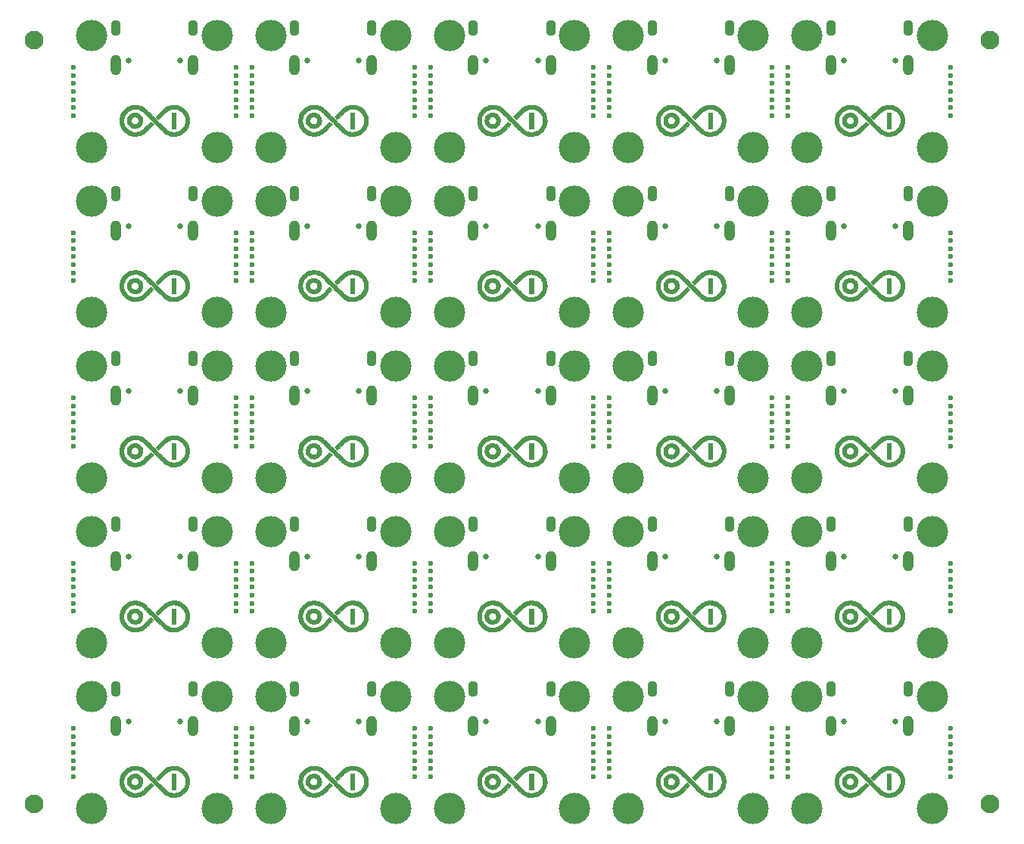
<source format=gbs>
%TF.GenerationSoftware,KiCad,Pcbnew,(5.1.10)-1*%
%TF.CreationDate,2022-06-24T19:56:55+08:00*%
%TF.ProjectId,u1_Warped,75315f57-6172-4706-9564-2e6b69636164,rev?*%
%TF.SameCoordinates,Original*%
%TF.FileFunction,Soldermask,Bot*%
%TF.FilePolarity,Negative*%
%FSLAX46Y46*%
G04 Gerber Fmt 4.6, Leading zero omitted, Abs format (unit mm)*
G04 Created by KiCad (PCBNEW (5.1.10)-1) date 2022-06-24 19:56:55*
%MOMM*%
%LPD*%
G01*
G04 APERTURE LIST*
%ADD10C,0.010000*%
%ADD11C,3.500000*%
%ADD12C,0.600000*%
%ADD13O,1.200000X2.300000*%
%ADD14C,0.650000*%
%ADD15O,1.100000X1.800000*%
%ADD16C,2.100000*%
G04 APERTURE END LIST*
D10*
%TO.C,G\u002A\u002A\u002A*%
G36*
X136011067Y-118766681D02*
G01*
X135826497Y-118792614D01*
X135648454Y-118835541D01*
X135481125Y-118894248D01*
X135339273Y-118961679D01*
X135292174Y-118987874D01*
X135248848Y-119013327D01*
X135207549Y-119039538D01*
X135166531Y-119068010D01*
X135124049Y-119100244D01*
X135078357Y-119137742D01*
X135027709Y-119182006D01*
X134970360Y-119234537D01*
X134904564Y-119296838D01*
X134828576Y-119370410D01*
X134740649Y-119456754D01*
X134639039Y-119557372D01*
X134588819Y-119607277D01*
X134121228Y-120072261D01*
X134274064Y-120225321D01*
X134426899Y-120378381D01*
X134874427Y-119932965D01*
X134960999Y-119847207D01*
X135044834Y-119764935D01*
X135124116Y-119687878D01*
X135197029Y-119617765D01*
X135261758Y-119556329D01*
X135316487Y-119505297D01*
X135359400Y-119466401D01*
X135388682Y-119441369D01*
X135397000Y-119435039D01*
X135547628Y-119342609D01*
X135703625Y-119272560D01*
X135865793Y-119224636D01*
X136034934Y-119198584D01*
X136159001Y-119193225D01*
X136332645Y-119204438D01*
X136500555Y-119237558D01*
X136661105Y-119291806D01*
X136812669Y-119366402D01*
X136953621Y-119460567D01*
X137082336Y-119573521D01*
X137180046Y-119682648D01*
X137239446Y-119766101D01*
X137297731Y-119865006D01*
X137351130Y-119971876D01*
X137395875Y-120079225D01*
X137425877Y-120170954D01*
X137437311Y-120214154D01*
X137445627Y-120251497D01*
X137451316Y-120288071D01*
X137454870Y-120328959D01*
X137456779Y-120379247D01*
X137457534Y-120444019D01*
X137457639Y-120500000D01*
X137457395Y-120577774D01*
X137456337Y-120637544D01*
X137453974Y-120684395D01*
X137449815Y-120723413D01*
X137443369Y-120759682D01*
X137434145Y-120798287D01*
X137425877Y-120829045D01*
X137392274Y-120930330D01*
X137346589Y-121037944D01*
X137292592Y-121144400D01*
X137234051Y-121242213D01*
X137180046Y-121317351D01*
X137067233Y-121441859D01*
X136942570Y-121547753D01*
X136802837Y-121637638D01*
X136749129Y-121666125D01*
X136600007Y-121731434D01*
X136451408Y-121775746D01*
X136297867Y-121800363D01*
X136159000Y-121806774D01*
X135984564Y-121796031D01*
X135817673Y-121763623D01*
X135657471Y-121709276D01*
X135503101Y-121632719D01*
X135397000Y-121565034D01*
X135378301Y-121549484D01*
X135343951Y-121518144D01*
X135294563Y-121471616D01*
X135230751Y-121410501D01*
X135153130Y-121335399D01*
X135062312Y-121246911D01*
X134958913Y-121145639D01*
X134843544Y-121032183D01*
X134716821Y-120907144D01*
X134579357Y-120771123D01*
X134431765Y-120624722D01*
X134274660Y-120468540D01*
X134132773Y-120327223D01*
X133966016Y-120161007D01*
X133814714Y-120010252D01*
X133677965Y-119874121D01*
X133554865Y-119751777D01*
X133444513Y-119642382D01*
X133346006Y-119545100D01*
X133258442Y-119459094D01*
X133180918Y-119383525D01*
X133112532Y-119317558D01*
X133052382Y-119260354D01*
X132999564Y-119211077D01*
X132953177Y-119168890D01*
X132912318Y-119132956D01*
X132876085Y-119102437D01*
X132843576Y-119076496D01*
X132813887Y-119054296D01*
X132786116Y-119035000D01*
X132759362Y-119017772D01*
X132732721Y-119001772D01*
X132705292Y-118986166D01*
X132676171Y-118970115D01*
X132660728Y-118961679D01*
X132504602Y-118888295D01*
X132335550Y-118830447D01*
X132158604Y-118789160D01*
X131978801Y-118765459D01*
X131801174Y-118760371D01*
X131701509Y-118766316D01*
X131542504Y-118786479D01*
X131398586Y-118816273D01*
X131263094Y-118857578D01*
X131129364Y-118912272D01*
X131053338Y-118949157D01*
X130901806Y-119035450D01*
X130764497Y-119133561D01*
X130634318Y-119248659D01*
X130611753Y-119270919D01*
X130479221Y-119418387D01*
X130367344Y-119575175D01*
X130274868Y-119743317D01*
X130200538Y-119924845D01*
X130191279Y-119952135D01*
X130155021Y-120072802D01*
X130129666Y-120185713D01*
X130113898Y-120299253D01*
X130106402Y-120421807D01*
X130105325Y-120500000D01*
X130108643Y-120631583D01*
X130119472Y-120749308D01*
X130139127Y-120861559D01*
X130168926Y-120976722D01*
X130191279Y-121047864D01*
X130263106Y-121231482D01*
X130352899Y-121401421D01*
X130461912Y-121559715D01*
X130591401Y-121708396D01*
X130611753Y-121729080D01*
X130760002Y-121861720D01*
X130920332Y-121975550D01*
X131091012Y-122069934D01*
X131270310Y-122144239D01*
X131456495Y-122197831D01*
X131647836Y-122230076D01*
X131842600Y-122240340D01*
X131988934Y-122233318D01*
X132173504Y-122207385D01*
X132351547Y-122164458D01*
X132518876Y-122105751D01*
X132660728Y-122038320D01*
X132707827Y-122012125D01*
X132751153Y-121986673D01*
X132792452Y-121960461D01*
X132833470Y-121931989D01*
X132875952Y-121899755D01*
X132921644Y-121862257D01*
X132972292Y-121817993D01*
X133029641Y-121765462D01*
X133095437Y-121703161D01*
X133171425Y-121629590D01*
X133259352Y-121543245D01*
X133360962Y-121442627D01*
X133411182Y-121392723D01*
X133878773Y-120927738D01*
X133725935Y-120774676D01*
X133573097Y-120621615D01*
X133119799Y-121073375D01*
X133013035Y-121179545D01*
X132920744Y-121270676D01*
X132841243Y-121348224D01*
X132772847Y-121413647D01*
X132713871Y-121468400D01*
X132662631Y-121513940D01*
X132617442Y-121551724D01*
X132576620Y-121583207D01*
X132538480Y-121609847D01*
X132501337Y-121633099D01*
X132463507Y-121654420D01*
X132424046Y-121674894D01*
X132281647Y-121734369D01*
X132128297Y-121776208D01*
X131968286Y-121800122D01*
X131805904Y-121805822D01*
X131645443Y-121793017D01*
X131491193Y-121761417D01*
X131428312Y-121742139D01*
X131267486Y-121675526D01*
X131117630Y-121589286D01*
X130980694Y-121484777D01*
X130858622Y-121363359D01*
X130819955Y-121317351D01*
X130760555Y-121233898D01*
X130702270Y-121134993D01*
X130648871Y-121028123D01*
X130604126Y-120920774D01*
X130574124Y-120829045D01*
X130562690Y-120785846D01*
X130554374Y-120748502D01*
X130548685Y-120711928D01*
X130545131Y-120671040D01*
X130543222Y-120620752D01*
X130542467Y-120555980D01*
X130542362Y-120500000D01*
X130542606Y-120422226D01*
X130543664Y-120362455D01*
X130546027Y-120315604D01*
X130550186Y-120276586D01*
X130556632Y-120240317D01*
X130565856Y-120201712D01*
X130574124Y-120170954D01*
X130607727Y-120069669D01*
X130653412Y-119962055D01*
X130707409Y-119855599D01*
X130765950Y-119757786D01*
X130819955Y-119682648D01*
X130932768Y-119558140D01*
X131057431Y-119452246D01*
X131197164Y-119362361D01*
X131250872Y-119333875D01*
X131399994Y-119268565D01*
X131548593Y-119224253D01*
X131702134Y-119199637D01*
X131841000Y-119193225D01*
X132015471Y-119203973D01*
X132182398Y-119236396D01*
X132342622Y-119290759D01*
X132496982Y-119367330D01*
X132603000Y-119434988D01*
X132621672Y-119450520D01*
X132655989Y-119481833D01*
X132705332Y-119528320D01*
X132769079Y-119589374D01*
X132846611Y-119664386D01*
X132937307Y-119752750D01*
X133040546Y-119853857D01*
X133155708Y-119967101D01*
X133282172Y-120091873D01*
X133419318Y-120227567D01*
X133566525Y-120373574D01*
X133723173Y-120529288D01*
X133867228Y-120672753D01*
X134034006Y-120838981D01*
X134185329Y-120989747D01*
X134322099Y-121125890D01*
X134445219Y-121248245D01*
X134555590Y-121357651D01*
X134654116Y-121454945D01*
X134741697Y-121540962D01*
X134819238Y-121616542D01*
X134887640Y-121682519D01*
X134947805Y-121739732D01*
X135000635Y-121789017D01*
X135047034Y-121831212D01*
X135087903Y-121867154D01*
X135124144Y-121897679D01*
X135156661Y-121923625D01*
X135186354Y-121945829D01*
X135214127Y-121965128D01*
X135240882Y-121982358D01*
X135267522Y-121998357D01*
X135294947Y-122013963D01*
X135324062Y-122030011D01*
X135339273Y-122038320D01*
X135498138Y-122112906D01*
X135669802Y-122171167D01*
X135849940Y-122212268D01*
X136034224Y-122235373D01*
X136218330Y-122239647D01*
X136339664Y-122231534D01*
X136536558Y-122199364D01*
X136726752Y-122145393D01*
X136908832Y-122070300D01*
X137081384Y-121974760D01*
X137242996Y-121859453D01*
X137388248Y-121729080D01*
X137520780Y-121581612D01*
X137632657Y-121424824D01*
X137725133Y-121256683D01*
X137799463Y-121075154D01*
X137808722Y-121047864D01*
X137844980Y-120927197D01*
X137870335Y-120814286D01*
X137886103Y-120700747D01*
X137893599Y-120578193D01*
X137894676Y-120500000D01*
X137891358Y-120368416D01*
X137880529Y-120250692D01*
X137860874Y-120138440D01*
X137831075Y-120023277D01*
X137808722Y-119952135D01*
X137736895Y-119768517D01*
X137647102Y-119598578D01*
X137538089Y-119440284D01*
X137408600Y-119291603D01*
X137388248Y-119270919D01*
X137239999Y-119138279D01*
X137079669Y-119024449D01*
X136908989Y-118930065D01*
X136729691Y-118855760D01*
X136543506Y-118802168D01*
X136352165Y-118769923D01*
X136157401Y-118759659D01*
X136011067Y-118766681D01*
G37*
X136011067Y-118766681D02*
X135826497Y-118792614D01*
X135648454Y-118835541D01*
X135481125Y-118894248D01*
X135339273Y-118961679D01*
X135292174Y-118987874D01*
X135248848Y-119013327D01*
X135207549Y-119039538D01*
X135166531Y-119068010D01*
X135124049Y-119100244D01*
X135078357Y-119137742D01*
X135027709Y-119182006D01*
X134970360Y-119234537D01*
X134904564Y-119296838D01*
X134828576Y-119370410D01*
X134740649Y-119456754D01*
X134639039Y-119557372D01*
X134588819Y-119607277D01*
X134121228Y-120072261D01*
X134274064Y-120225321D01*
X134426899Y-120378381D01*
X134874427Y-119932965D01*
X134960999Y-119847207D01*
X135044834Y-119764935D01*
X135124116Y-119687878D01*
X135197029Y-119617765D01*
X135261758Y-119556329D01*
X135316487Y-119505297D01*
X135359400Y-119466401D01*
X135388682Y-119441369D01*
X135397000Y-119435039D01*
X135547628Y-119342609D01*
X135703625Y-119272560D01*
X135865793Y-119224636D01*
X136034934Y-119198584D01*
X136159001Y-119193225D01*
X136332645Y-119204438D01*
X136500555Y-119237558D01*
X136661105Y-119291806D01*
X136812669Y-119366402D01*
X136953621Y-119460567D01*
X137082336Y-119573521D01*
X137180046Y-119682648D01*
X137239446Y-119766101D01*
X137297731Y-119865006D01*
X137351130Y-119971876D01*
X137395875Y-120079225D01*
X137425877Y-120170954D01*
X137437311Y-120214154D01*
X137445627Y-120251497D01*
X137451316Y-120288071D01*
X137454870Y-120328959D01*
X137456779Y-120379247D01*
X137457534Y-120444019D01*
X137457639Y-120500000D01*
X137457395Y-120577774D01*
X137456337Y-120637544D01*
X137453974Y-120684395D01*
X137449815Y-120723413D01*
X137443369Y-120759682D01*
X137434145Y-120798287D01*
X137425877Y-120829045D01*
X137392274Y-120930330D01*
X137346589Y-121037944D01*
X137292592Y-121144400D01*
X137234051Y-121242213D01*
X137180046Y-121317351D01*
X137067233Y-121441859D01*
X136942570Y-121547753D01*
X136802837Y-121637638D01*
X136749129Y-121666125D01*
X136600007Y-121731434D01*
X136451408Y-121775746D01*
X136297867Y-121800363D01*
X136159000Y-121806774D01*
X135984564Y-121796031D01*
X135817673Y-121763623D01*
X135657471Y-121709276D01*
X135503101Y-121632719D01*
X135397000Y-121565034D01*
X135378301Y-121549484D01*
X135343951Y-121518144D01*
X135294563Y-121471616D01*
X135230751Y-121410501D01*
X135153130Y-121335399D01*
X135062312Y-121246911D01*
X134958913Y-121145639D01*
X134843544Y-121032183D01*
X134716821Y-120907144D01*
X134579357Y-120771123D01*
X134431765Y-120624722D01*
X134274660Y-120468540D01*
X134132773Y-120327223D01*
X133966016Y-120161007D01*
X133814714Y-120010252D01*
X133677965Y-119874121D01*
X133554865Y-119751777D01*
X133444513Y-119642382D01*
X133346006Y-119545100D01*
X133258442Y-119459094D01*
X133180918Y-119383525D01*
X133112532Y-119317558D01*
X133052382Y-119260354D01*
X132999564Y-119211077D01*
X132953177Y-119168890D01*
X132912318Y-119132956D01*
X132876085Y-119102437D01*
X132843576Y-119076496D01*
X132813887Y-119054296D01*
X132786116Y-119035000D01*
X132759362Y-119017772D01*
X132732721Y-119001772D01*
X132705292Y-118986166D01*
X132676171Y-118970115D01*
X132660728Y-118961679D01*
X132504602Y-118888295D01*
X132335550Y-118830447D01*
X132158604Y-118789160D01*
X131978801Y-118765459D01*
X131801174Y-118760371D01*
X131701509Y-118766316D01*
X131542504Y-118786479D01*
X131398586Y-118816273D01*
X131263094Y-118857578D01*
X131129364Y-118912272D01*
X131053338Y-118949157D01*
X130901806Y-119035450D01*
X130764497Y-119133561D01*
X130634318Y-119248659D01*
X130611753Y-119270919D01*
X130479221Y-119418387D01*
X130367344Y-119575175D01*
X130274868Y-119743317D01*
X130200538Y-119924845D01*
X130191279Y-119952135D01*
X130155021Y-120072802D01*
X130129666Y-120185713D01*
X130113898Y-120299253D01*
X130106402Y-120421807D01*
X130105325Y-120500000D01*
X130108643Y-120631583D01*
X130119472Y-120749308D01*
X130139127Y-120861559D01*
X130168926Y-120976722D01*
X130191279Y-121047864D01*
X130263106Y-121231482D01*
X130352899Y-121401421D01*
X130461912Y-121559715D01*
X130591401Y-121708396D01*
X130611753Y-121729080D01*
X130760002Y-121861720D01*
X130920332Y-121975550D01*
X131091012Y-122069934D01*
X131270310Y-122144239D01*
X131456495Y-122197831D01*
X131647836Y-122230076D01*
X131842600Y-122240340D01*
X131988934Y-122233318D01*
X132173504Y-122207385D01*
X132351547Y-122164458D01*
X132518876Y-122105751D01*
X132660728Y-122038320D01*
X132707827Y-122012125D01*
X132751153Y-121986673D01*
X132792452Y-121960461D01*
X132833470Y-121931989D01*
X132875952Y-121899755D01*
X132921644Y-121862257D01*
X132972292Y-121817993D01*
X133029641Y-121765462D01*
X133095437Y-121703161D01*
X133171425Y-121629590D01*
X133259352Y-121543245D01*
X133360962Y-121442627D01*
X133411182Y-121392723D01*
X133878773Y-120927738D01*
X133725935Y-120774676D01*
X133573097Y-120621615D01*
X133119799Y-121073375D01*
X133013035Y-121179545D01*
X132920744Y-121270676D01*
X132841243Y-121348224D01*
X132772847Y-121413647D01*
X132713871Y-121468400D01*
X132662631Y-121513940D01*
X132617442Y-121551724D01*
X132576620Y-121583207D01*
X132538480Y-121609847D01*
X132501337Y-121633099D01*
X132463507Y-121654420D01*
X132424046Y-121674894D01*
X132281647Y-121734369D01*
X132128297Y-121776208D01*
X131968286Y-121800122D01*
X131805904Y-121805822D01*
X131645443Y-121793017D01*
X131491193Y-121761417D01*
X131428312Y-121742139D01*
X131267486Y-121675526D01*
X131117630Y-121589286D01*
X130980694Y-121484777D01*
X130858622Y-121363359D01*
X130819955Y-121317351D01*
X130760555Y-121233898D01*
X130702270Y-121134993D01*
X130648871Y-121028123D01*
X130604126Y-120920774D01*
X130574124Y-120829045D01*
X130562690Y-120785846D01*
X130554374Y-120748502D01*
X130548685Y-120711928D01*
X130545131Y-120671040D01*
X130543222Y-120620752D01*
X130542467Y-120555980D01*
X130542362Y-120500000D01*
X130542606Y-120422226D01*
X130543664Y-120362455D01*
X130546027Y-120315604D01*
X130550186Y-120276586D01*
X130556632Y-120240317D01*
X130565856Y-120201712D01*
X130574124Y-120170954D01*
X130607727Y-120069669D01*
X130653412Y-119962055D01*
X130707409Y-119855599D01*
X130765950Y-119757786D01*
X130819955Y-119682648D01*
X130932768Y-119558140D01*
X131057431Y-119452246D01*
X131197164Y-119362361D01*
X131250872Y-119333875D01*
X131399994Y-119268565D01*
X131548593Y-119224253D01*
X131702134Y-119199637D01*
X131841000Y-119193225D01*
X132015471Y-119203973D01*
X132182398Y-119236396D01*
X132342622Y-119290759D01*
X132496982Y-119367330D01*
X132603000Y-119434988D01*
X132621672Y-119450520D01*
X132655989Y-119481833D01*
X132705332Y-119528320D01*
X132769079Y-119589374D01*
X132846611Y-119664386D01*
X132937307Y-119752750D01*
X133040546Y-119853857D01*
X133155708Y-119967101D01*
X133282172Y-120091873D01*
X133419318Y-120227567D01*
X133566525Y-120373574D01*
X133723173Y-120529288D01*
X133867228Y-120672753D01*
X134034006Y-120838981D01*
X134185329Y-120989747D01*
X134322099Y-121125890D01*
X134445219Y-121248245D01*
X134555590Y-121357651D01*
X134654116Y-121454945D01*
X134741697Y-121540962D01*
X134819238Y-121616542D01*
X134887640Y-121682519D01*
X134947805Y-121739732D01*
X135000635Y-121789017D01*
X135047034Y-121831212D01*
X135087903Y-121867154D01*
X135124144Y-121897679D01*
X135156661Y-121923625D01*
X135186354Y-121945829D01*
X135214127Y-121965128D01*
X135240882Y-121982358D01*
X135267522Y-121998357D01*
X135294947Y-122013963D01*
X135324062Y-122030011D01*
X135339273Y-122038320D01*
X135498138Y-122112906D01*
X135669802Y-122171167D01*
X135849940Y-122212268D01*
X136034224Y-122235373D01*
X136218330Y-122239647D01*
X136339664Y-122231534D01*
X136536558Y-122199364D01*
X136726752Y-122145393D01*
X136908832Y-122070300D01*
X137081384Y-121974760D01*
X137242996Y-121859453D01*
X137388248Y-121729080D01*
X137520780Y-121581612D01*
X137632657Y-121424824D01*
X137725133Y-121256683D01*
X137799463Y-121075154D01*
X137808722Y-121047864D01*
X137844980Y-120927197D01*
X137870335Y-120814286D01*
X137886103Y-120700747D01*
X137893599Y-120578193D01*
X137894676Y-120500000D01*
X137891358Y-120368416D01*
X137880529Y-120250692D01*
X137860874Y-120138440D01*
X137831075Y-120023277D01*
X137808722Y-119952135D01*
X137736895Y-119768517D01*
X137647102Y-119598578D01*
X137538089Y-119440284D01*
X137408600Y-119291603D01*
X137388248Y-119270919D01*
X137239999Y-119138279D01*
X137079669Y-119024449D01*
X136908989Y-118930065D01*
X136729691Y-118855760D01*
X136543506Y-118802168D01*
X136352165Y-118769923D01*
X136157401Y-118759659D01*
X136011067Y-118766681D01*
G36*
X135939637Y-121365909D02*
G01*
X136378364Y-121365909D01*
X136378364Y-119634091D01*
X135939637Y-119634091D01*
X135939637Y-121365909D01*
G37*
X135939637Y-121365909D02*
X136378364Y-121365909D01*
X136378364Y-119634091D01*
X135939637Y-119634091D01*
X135939637Y-121365909D01*
G36*
X131725344Y-119637122D02*
G01*
X131623673Y-119649320D01*
X131526958Y-119675134D01*
X131431137Y-119714291D01*
X131306755Y-119784833D01*
X131197823Y-119872105D01*
X131105448Y-119974813D01*
X131030739Y-120091660D01*
X130974802Y-120221351D01*
X130961481Y-120263838D01*
X130942931Y-120354400D01*
X130934132Y-120457180D01*
X130935086Y-120563464D01*
X130945791Y-120664540D01*
X130961481Y-120736161D01*
X131010392Y-120866124D01*
X131078386Y-120985340D01*
X131163432Y-121091888D01*
X131263501Y-121183843D01*
X131376562Y-121259282D01*
X131500585Y-121316282D01*
X131606598Y-121347372D01*
X131678517Y-121358489D01*
X131762949Y-121363898D01*
X131850644Y-121363563D01*
X131932358Y-121357450D01*
X131985319Y-121348797D01*
X132115786Y-121308520D01*
X132237617Y-121248220D01*
X132348594Y-121170021D01*
X132446502Y-121076043D01*
X132529125Y-120968410D01*
X132594247Y-120849244D01*
X132639122Y-120722674D01*
X132656134Y-120631464D01*
X132663530Y-120528514D01*
X132662930Y-120500000D01*
X132227773Y-120500000D01*
X132226906Y-120555525D01*
X132223312Y-120596127D01*
X132215505Y-120629939D01*
X132201997Y-120665096D01*
X132194590Y-120681522D01*
X132147699Y-120758236D01*
X132083994Y-120826388D01*
X132008721Y-120881583D01*
X131927124Y-120919427D01*
X131901793Y-120926842D01*
X131867692Y-120931923D01*
X131821001Y-120934541D01*
X131774563Y-120934202D01*
X131723853Y-120930007D01*
X131680964Y-120920448D01*
X131635286Y-120902646D01*
X131604892Y-120888181D01*
X131521677Y-120835598D01*
X131455714Y-120770545D01*
X131406993Y-120695890D01*
X131375507Y-120614502D01*
X131361245Y-120529249D01*
X131364201Y-120442999D01*
X131384364Y-120358621D01*
X131421726Y-120278983D01*
X131476278Y-120206954D01*
X131548012Y-120145402D01*
X131607269Y-120110663D01*
X131651839Y-120089488D01*
X131686332Y-120076578D01*
X131719666Y-120069928D01*
X131760757Y-120067531D01*
X131800032Y-120067314D01*
X131855710Y-120068565D01*
X131896821Y-120073009D01*
X131931827Y-120082187D01*
X131969193Y-120097640D01*
X131970917Y-120098439D01*
X132046852Y-120144113D01*
X132115528Y-120205090D01*
X132170826Y-120275347D01*
X132194590Y-120318478D01*
X132210820Y-120356483D01*
X132220750Y-120389860D01*
X132225866Y-120426741D01*
X132227656Y-120475261D01*
X132227773Y-120500000D01*
X132662930Y-120500000D01*
X132661309Y-120423073D01*
X132649473Y-120324395D01*
X132639122Y-120277326D01*
X132600148Y-120162022D01*
X132546305Y-120058066D01*
X132474586Y-119960355D01*
X132412849Y-119893655D01*
X132314307Y-119804909D01*
X132215720Y-119736988D01*
X132112873Y-119688006D01*
X132001554Y-119656078D01*
X131877549Y-119639317D01*
X131839729Y-119637073D01*
X131725344Y-119637122D01*
G37*
X131725344Y-119637122D02*
X131623673Y-119649320D01*
X131526958Y-119675134D01*
X131431137Y-119714291D01*
X131306755Y-119784833D01*
X131197823Y-119872105D01*
X131105448Y-119974813D01*
X131030739Y-120091660D01*
X130974802Y-120221351D01*
X130961481Y-120263838D01*
X130942931Y-120354400D01*
X130934132Y-120457180D01*
X130935086Y-120563464D01*
X130945791Y-120664540D01*
X130961481Y-120736161D01*
X131010392Y-120866124D01*
X131078386Y-120985340D01*
X131163432Y-121091888D01*
X131263501Y-121183843D01*
X131376562Y-121259282D01*
X131500585Y-121316282D01*
X131606598Y-121347372D01*
X131678517Y-121358489D01*
X131762949Y-121363898D01*
X131850644Y-121363563D01*
X131932358Y-121357450D01*
X131985319Y-121348797D01*
X132115786Y-121308520D01*
X132237617Y-121248220D01*
X132348594Y-121170021D01*
X132446502Y-121076043D01*
X132529125Y-120968410D01*
X132594247Y-120849244D01*
X132639122Y-120722674D01*
X132656134Y-120631464D01*
X132663530Y-120528514D01*
X132662930Y-120500000D01*
X132227773Y-120500000D01*
X132226906Y-120555525D01*
X132223312Y-120596127D01*
X132215505Y-120629939D01*
X132201997Y-120665096D01*
X132194590Y-120681522D01*
X132147699Y-120758236D01*
X132083994Y-120826388D01*
X132008721Y-120881583D01*
X131927124Y-120919427D01*
X131901793Y-120926842D01*
X131867692Y-120931923D01*
X131821001Y-120934541D01*
X131774563Y-120934202D01*
X131723853Y-120930007D01*
X131680964Y-120920448D01*
X131635286Y-120902646D01*
X131604892Y-120888181D01*
X131521677Y-120835598D01*
X131455714Y-120770545D01*
X131406993Y-120695890D01*
X131375507Y-120614502D01*
X131361245Y-120529249D01*
X131364201Y-120442999D01*
X131384364Y-120358621D01*
X131421726Y-120278983D01*
X131476278Y-120206954D01*
X131548012Y-120145402D01*
X131607269Y-120110663D01*
X131651839Y-120089488D01*
X131686332Y-120076578D01*
X131719666Y-120069928D01*
X131760757Y-120067531D01*
X131800032Y-120067314D01*
X131855710Y-120068565D01*
X131896821Y-120073009D01*
X131931827Y-120082187D01*
X131969193Y-120097640D01*
X131970917Y-120098439D01*
X132046852Y-120144113D01*
X132115528Y-120205090D01*
X132170826Y-120275347D01*
X132194590Y-120318478D01*
X132210820Y-120356483D01*
X132220750Y-120389860D01*
X132225866Y-120426741D01*
X132227656Y-120475261D01*
X132227773Y-120500000D01*
X132662930Y-120500000D01*
X132661309Y-120423073D01*
X132649473Y-120324395D01*
X132639122Y-120277326D01*
X132600148Y-120162022D01*
X132546305Y-120058066D01*
X132474586Y-119960355D01*
X132412849Y-119893655D01*
X132314307Y-119804909D01*
X132215720Y-119736988D01*
X132112873Y-119688006D01*
X132001554Y-119656078D01*
X131877549Y-119639317D01*
X131839729Y-119637073D01*
X131725344Y-119637122D01*
G36*
X116011067Y-118766681D02*
G01*
X115826497Y-118792614D01*
X115648454Y-118835541D01*
X115481125Y-118894248D01*
X115339273Y-118961679D01*
X115292174Y-118987874D01*
X115248848Y-119013327D01*
X115207549Y-119039538D01*
X115166531Y-119068010D01*
X115124049Y-119100244D01*
X115078357Y-119137742D01*
X115027709Y-119182006D01*
X114970360Y-119234537D01*
X114904564Y-119296838D01*
X114828576Y-119370410D01*
X114740649Y-119456754D01*
X114639039Y-119557372D01*
X114588819Y-119607277D01*
X114121228Y-120072261D01*
X114274064Y-120225321D01*
X114426899Y-120378381D01*
X114874427Y-119932965D01*
X114960999Y-119847207D01*
X115044834Y-119764935D01*
X115124116Y-119687878D01*
X115197029Y-119617765D01*
X115261758Y-119556329D01*
X115316487Y-119505297D01*
X115359400Y-119466401D01*
X115388682Y-119441369D01*
X115397000Y-119435039D01*
X115547628Y-119342609D01*
X115703625Y-119272560D01*
X115865793Y-119224636D01*
X116034934Y-119198584D01*
X116159001Y-119193225D01*
X116332645Y-119204438D01*
X116500555Y-119237558D01*
X116661105Y-119291806D01*
X116812669Y-119366402D01*
X116953621Y-119460567D01*
X117082336Y-119573521D01*
X117180046Y-119682648D01*
X117239446Y-119766101D01*
X117297731Y-119865006D01*
X117351130Y-119971876D01*
X117395875Y-120079225D01*
X117425877Y-120170954D01*
X117437311Y-120214154D01*
X117445627Y-120251497D01*
X117451316Y-120288071D01*
X117454870Y-120328959D01*
X117456779Y-120379247D01*
X117457534Y-120444019D01*
X117457639Y-120500000D01*
X117457395Y-120577774D01*
X117456337Y-120637544D01*
X117453974Y-120684395D01*
X117449815Y-120723413D01*
X117443369Y-120759682D01*
X117434145Y-120798287D01*
X117425877Y-120829045D01*
X117392274Y-120930330D01*
X117346589Y-121037944D01*
X117292592Y-121144400D01*
X117234051Y-121242213D01*
X117180046Y-121317351D01*
X117067233Y-121441859D01*
X116942570Y-121547753D01*
X116802837Y-121637638D01*
X116749129Y-121666125D01*
X116600007Y-121731434D01*
X116451408Y-121775746D01*
X116297867Y-121800363D01*
X116159000Y-121806774D01*
X115984564Y-121796031D01*
X115817673Y-121763623D01*
X115657471Y-121709276D01*
X115503101Y-121632719D01*
X115397000Y-121565034D01*
X115378301Y-121549484D01*
X115343951Y-121518144D01*
X115294563Y-121471616D01*
X115230751Y-121410501D01*
X115153130Y-121335399D01*
X115062312Y-121246911D01*
X114958913Y-121145639D01*
X114843544Y-121032183D01*
X114716821Y-120907144D01*
X114579357Y-120771123D01*
X114431765Y-120624722D01*
X114274660Y-120468540D01*
X114132773Y-120327223D01*
X113966016Y-120161007D01*
X113814714Y-120010252D01*
X113677965Y-119874121D01*
X113554865Y-119751777D01*
X113444513Y-119642382D01*
X113346006Y-119545100D01*
X113258442Y-119459094D01*
X113180918Y-119383525D01*
X113112532Y-119317558D01*
X113052382Y-119260354D01*
X112999564Y-119211077D01*
X112953177Y-119168890D01*
X112912318Y-119132956D01*
X112876085Y-119102437D01*
X112843576Y-119076496D01*
X112813887Y-119054296D01*
X112786116Y-119035000D01*
X112759362Y-119017772D01*
X112732721Y-119001772D01*
X112705292Y-118986166D01*
X112676171Y-118970115D01*
X112660728Y-118961679D01*
X112504602Y-118888295D01*
X112335550Y-118830447D01*
X112158604Y-118789160D01*
X111978801Y-118765459D01*
X111801174Y-118760371D01*
X111701509Y-118766316D01*
X111542504Y-118786479D01*
X111398586Y-118816273D01*
X111263094Y-118857578D01*
X111129364Y-118912272D01*
X111053338Y-118949157D01*
X110901806Y-119035450D01*
X110764497Y-119133561D01*
X110634318Y-119248659D01*
X110611753Y-119270919D01*
X110479221Y-119418387D01*
X110367344Y-119575175D01*
X110274868Y-119743317D01*
X110200538Y-119924845D01*
X110191279Y-119952135D01*
X110155021Y-120072802D01*
X110129666Y-120185713D01*
X110113898Y-120299253D01*
X110106402Y-120421807D01*
X110105325Y-120500000D01*
X110108643Y-120631583D01*
X110119472Y-120749308D01*
X110139127Y-120861559D01*
X110168926Y-120976722D01*
X110191279Y-121047864D01*
X110263106Y-121231482D01*
X110352899Y-121401421D01*
X110461912Y-121559715D01*
X110591401Y-121708396D01*
X110611753Y-121729080D01*
X110760002Y-121861720D01*
X110920332Y-121975550D01*
X111091012Y-122069934D01*
X111270310Y-122144239D01*
X111456495Y-122197831D01*
X111647836Y-122230076D01*
X111842600Y-122240340D01*
X111988934Y-122233318D01*
X112173504Y-122207385D01*
X112351547Y-122164458D01*
X112518876Y-122105751D01*
X112660728Y-122038320D01*
X112707827Y-122012125D01*
X112751153Y-121986673D01*
X112792452Y-121960461D01*
X112833470Y-121931989D01*
X112875952Y-121899755D01*
X112921644Y-121862257D01*
X112972292Y-121817993D01*
X113029641Y-121765462D01*
X113095437Y-121703161D01*
X113171425Y-121629590D01*
X113259352Y-121543245D01*
X113360962Y-121442627D01*
X113411182Y-121392723D01*
X113878773Y-120927738D01*
X113725935Y-120774676D01*
X113573097Y-120621615D01*
X113119799Y-121073375D01*
X113013035Y-121179545D01*
X112920744Y-121270676D01*
X112841243Y-121348224D01*
X112772847Y-121413647D01*
X112713871Y-121468400D01*
X112662631Y-121513940D01*
X112617442Y-121551724D01*
X112576620Y-121583207D01*
X112538480Y-121609847D01*
X112501337Y-121633099D01*
X112463507Y-121654420D01*
X112424046Y-121674894D01*
X112281647Y-121734369D01*
X112128297Y-121776208D01*
X111968286Y-121800122D01*
X111805904Y-121805822D01*
X111645443Y-121793017D01*
X111491193Y-121761417D01*
X111428312Y-121742139D01*
X111267486Y-121675526D01*
X111117630Y-121589286D01*
X110980694Y-121484777D01*
X110858622Y-121363359D01*
X110819955Y-121317351D01*
X110760555Y-121233898D01*
X110702270Y-121134993D01*
X110648871Y-121028123D01*
X110604126Y-120920774D01*
X110574124Y-120829045D01*
X110562690Y-120785846D01*
X110554374Y-120748502D01*
X110548685Y-120711928D01*
X110545131Y-120671040D01*
X110543222Y-120620752D01*
X110542467Y-120555980D01*
X110542362Y-120500000D01*
X110542606Y-120422226D01*
X110543664Y-120362455D01*
X110546027Y-120315604D01*
X110550186Y-120276586D01*
X110556632Y-120240317D01*
X110565856Y-120201712D01*
X110574124Y-120170954D01*
X110607727Y-120069669D01*
X110653412Y-119962055D01*
X110707409Y-119855599D01*
X110765950Y-119757786D01*
X110819955Y-119682648D01*
X110932768Y-119558140D01*
X111057431Y-119452246D01*
X111197164Y-119362361D01*
X111250872Y-119333875D01*
X111399994Y-119268565D01*
X111548593Y-119224253D01*
X111702134Y-119199637D01*
X111841000Y-119193225D01*
X112015471Y-119203973D01*
X112182398Y-119236396D01*
X112342622Y-119290759D01*
X112496982Y-119367330D01*
X112603000Y-119434988D01*
X112621672Y-119450520D01*
X112655989Y-119481833D01*
X112705332Y-119528320D01*
X112769079Y-119589374D01*
X112846611Y-119664386D01*
X112937307Y-119752750D01*
X113040546Y-119853857D01*
X113155708Y-119967101D01*
X113282172Y-120091873D01*
X113419318Y-120227567D01*
X113566525Y-120373574D01*
X113723173Y-120529288D01*
X113867228Y-120672753D01*
X114034006Y-120838981D01*
X114185329Y-120989747D01*
X114322099Y-121125890D01*
X114445219Y-121248245D01*
X114555590Y-121357651D01*
X114654116Y-121454945D01*
X114741697Y-121540962D01*
X114819238Y-121616542D01*
X114887640Y-121682519D01*
X114947805Y-121739732D01*
X115000635Y-121789017D01*
X115047034Y-121831212D01*
X115087903Y-121867154D01*
X115124144Y-121897679D01*
X115156661Y-121923625D01*
X115186354Y-121945829D01*
X115214127Y-121965128D01*
X115240882Y-121982358D01*
X115267522Y-121998357D01*
X115294947Y-122013963D01*
X115324062Y-122030011D01*
X115339273Y-122038320D01*
X115498138Y-122112906D01*
X115669802Y-122171167D01*
X115849940Y-122212268D01*
X116034224Y-122235373D01*
X116218330Y-122239647D01*
X116339664Y-122231534D01*
X116536558Y-122199364D01*
X116726752Y-122145393D01*
X116908832Y-122070300D01*
X117081384Y-121974760D01*
X117242996Y-121859453D01*
X117388248Y-121729080D01*
X117520780Y-121581612D01*
X117632657Y-121424824D01*
X117725133Y-121256683D01*
X117799463Y-121075154D01*
X117808722Y-121047864D01*
X117844980Y-120927197D01*
X117870335Y-120814286D01*
X117886103Y-120700747D01*
X117893599Y-120578193D01*
X117894676Y-120500000D01*
X117891358Y-120368416D01*
X117880529Y-120250692D01*
X117860874Y-120138440D01*
X117831075Y-120023277D01*
X117808722Y-119952135D01*
X117736895Y-119768517D01*
X117647102Y-119598578D01*
X117538089Y-119440284D01*
X117408600Y-119291603D01*
X117388248Y-119270919D01*
X117239999Y-119138279D01*
X117079669Y-119024449D01*
X116908989Y-118930065D01*
X116729691Y-118855760D01*
X116543506Y-118802168D01*
X116352165Y-118769923D01*
X116157401Y-118759659D01*
X116011067Y-118766681D01*
G37*
X116011067Y-118766681D02*
X115826497Y-118792614D01*
X115648454Y-118835541D01*
X115481125Y-118894248D01*
X115339273Y-118961679D01*
X115292174Y-118987874D01*
X115248848Y-119013327D01*
X115207549Y-119039538D01*
X115166531Y-119068010D01*
X115124049Y-119100244D01*
X115078357Y-119137742D01*
X115027709Y-119182006D01*
X114970360Y-119234537D01*
X114904564Y-119296838D01*
X114828576Y-119370410D01*
X114740649Y-119456754D01*
X114639039Y-119557372D01*
X114588819Y-119607277D01*
X114121228Y-120072261D01*
X114274064Y-120225321D01*
X114426899Y-120378381D01*
X114874427Y-119932965D01*
X114960999Y-119847207D01*
X115044834Y-119764935D01*
X115124116Y-119687878D01*
X115197029Y-119617765D01*
X115261758Y-119556329D01*
X115316487Y-119505297D01*
X115359400Y-119466401D01*
X115388682Y-119441369D01*
X115397000Y-119435039D01*
X115547628Y-119342609D01*
X115703625Y-119272560D01*
X115865793Y-119224636D01*
X116034934Y-119198584D01*
X116159001Y-119193225D01*
X116332645Y-119204438D01*
X116500555Y-119237558D01*
X116661105Y-119291806D01*
X116812669Y-119366402D01*
X116953621Y-119460567D01*
X117082336Y-119573521D01*
X117180046Y-119682648D01*
X117239446Y-119766101D01*
X117297731Y-119865006D01*
X117351130Y-119971876D01*
X117395875Y-120079225D01*
X117425877Y-120170954D01*
X117437311Y-120214154D01*
X117445627Y-120251497D01*
X117451316Y-120288071D01*
X117454870Y-120328959D01*
X117456779Y-120379247D01*
X117457534Y-120444019D01*
X117457639Y-120500000D01*
X117457395Y-120577774D01*
X117456337Y-120637544D01*
X117453974Y-120684395D01*
X117449815Y-120723413D01*
X117443369Y-120759682D01*
X117434145Y-120798287D01*
X117425877Y-120829045D01*
X117392274Y-120930330D01*
X117346589Y-121037944D01*
X117292592Y-121144400D01*
X117234051Y-121242213D01*
X117180046Y-121317351D01*
X117067233Y-121441859D01*
X116942570Y-121547753D01*
X116802837Y-121637638D01*
X116749129Y-121666125D01*
X116600007Y-121731434D01*
X116451408Y-121775746D01*
X116297867Y-121800363D01*
X116159000Y-121806774D01*
X115984564Y-121796031D01*
X115817673Y-121763623D01*
X115657471Y-121709276D01*
X115503101Y-121632719D01*
X115397000Y-121565034D01*
X115378301Y-121549484D01*
X115343951Y-121518144D01*
X115294563Y-121471616D01*
X115230751Y-121410501D01*
X115153130Y-121335399D01*
X115062312Y-121246911D01*
X114958913Y-121145639D01*
X114843544Y-121032183D01*
X114716821Y-120907144D01*
X114579357Y-120771123D01*
X114431765Y-120624722D01*
X114274660Y-120468540D01*
X114132773Y-120327223D01*
X113966016Y-120161007D01*
X113814714Y-120010252D01*
X113677965Y-119874121D01*
X113554865Y-119751777D01*
X113444513Y-119642382D01*
X113346006Y-119545100D01*
X113258442Y-119459094D01*
X113180918Y-119383525D01*
X113112532Y-119317558D01*
X113052382Y-119260354D01*
X112999564Y-119211077D01*
X112953177Y-119168890D01*
X112912318Y-119132956D01*
X112876085Y-119102437D01*
X112843576Y-119076496D01*
X112813887Y-119054296D01*
X112786116Y-119035000D01*
X112759362Y-119017772D01*
X112732721Y-119001772D01*
X112705292Y-118986166D01*
X112676171Y-118970115D01*
X112660728Y-118961679D01*
X112504602Y-118888295D01*
X112335550Y-118830447D01*
X112158604Y-118789160D01*
X111978801Y-118765459D01*
X111801174Y-118760371D01*
X111701509Y-118766316D01*
X111542504Y-118786479D01*
X111398586Y-118816273D01*
X111263094Y-118857578D01*
X111129364Y-118912272D01*
X111053338Y-118949157D01*
X110901806Y-119035450D01*
X110764497Y-119133561D01*
X110634318Y-119248659D01*
X110611753Y-119270919D01*
X110479221Y-119418387D01*
X110367344Y-119575175D01*
X110274868Y-119743317D01*
X110200538Y-119924845D01*
X110191279Y-119952135D01*
X110155021Y-120072802D01*
X110129666Y-120185713D01*
X110113898Y-120299253D01*
X110106402Y-120421807D01*
X110105325Y-120500000D01*
X110108643Y-120631583D01*
X110119472Y-120749308D01*
X110139127Y-120861559D01*
X110168926Y-120976722D01*
X110191279Y-121047864D01*
X110263106Y-121231482D01*
X110352899Y-121401421D01*
X110461912Y-121559715D01*
X110591401Y-121708396D01*
X110611753Y-121729080D01*
X110760002Y-121861720D01*
X110920332Y-121975550D01*
X111091012Y-122069934D01*
X111270310Y-122144239D01*
X111456495Y-122197831D01*
X111647836Y-122230076D01*
X111842600Y-122240340D01*
X111988934Y-122233318D01*
X112173504Y-122207385D01*
X112351547Y-122164458D01*
X112518876Y-122105751D01*
X112660728Y-122038320D01*
X112707827Y-122012125D01*
X112751153Y-121986673D01*
X112792452Y-121960461D01*
X112833470Y-121931989D01*
X112875952Y-121899755D01*
X112921644Y-121862257D01*
X112972292Y-121817993D01*
X113029641Y-121765462D01*
X113095437Y-121703161D01*
X113171425Y-121629590D01*
X113259352Y-121543245D01*
X113360962Y-121442627D01*
X113411182Y-121392723D01*
X113878773Y-120927738D01*
X113725935Y-120774676D01*
X113573097Y-120621615D01*
X113119799Y-121073375D01*
X113013035Y-121179545D01*
X112920744Y-121270676D01*
X112841243Y-121348224D01*
X112772847Y-121413647D01*
X112713871Y-121468400D01*
X112662631Y-121513940D01*
X112617442Y-121551724D01*
X112576620Y-121583207D01*
X112538480Y-121609847D01*
X112501337Y-121633099D01*
X112463507Y-121654420D01*
X112424046Y-121674894D01*
X112281647Y-121734369D01*
X112128297Y-121776208D01*
X111968286Y-121800122D01*
X111805904Y-121805822D01*
X111645443Y-121793017D01*
X111491193Y-121761417D01*
X111428312Y-121742139D01*
X111267486Y-121675526D01*
X111117630Y-121589286D01*
X110980694Y-121484777D01*
X110858622Y-121363359D01*
X110819955Y-121317351D01*
X110760555Y-121233898D01*
X110702270Y-121134993D01*
X110648871Y-121028123D01*
X110604126Y-120920774D01*
X110574124Y-120829045D01*
X110562690Y-120785846D01*
X110554374Y-120748502D01*
X110548685Y-120711928D01*
X110545131Y-120671040D01*
X110543222Y-120620752D01*
X110542467Y-120555980D01*
X110542362Y-120500000D01*
X110542606Y-120422226D01*
X110543664Y-120362455D01*
X110546027Y-120315604D01*
X110550186Y-120276586D01*
X110556632Y-120240317D01*
X110565856Y-120201712D01*
X110574124Y-120170954D01*
X110607727Y-120069669D01*
X110653412Y-119962055D01*
X110707409Y-119855599D01*
X110765950Y-119757786D01*
X110819955Y-119682648D01*
X110932768Y-119558140D01*
X111057431Y-119452246D01*
X111197164Y-119362361D01*
X111250872Y-119333875D01*
X111399994Y-119268565D01*
X111548593Y-119224253D01*
X111702134Y-119199637D01*
X111841000Y-119193225D01*
X112015471Y-119203973D01*
X112182398Y-119236396D01*
X112342622Y-119290759D01*
X112496982Y-119367330D01*
X112603000Y-119434988D01*
X112621672Y-119450520D01*
X112655989Y-119481833D01*
X112705332Y-119528320D01*
X112769079Y-119589374D01*
X112846611Y-119664386D01*
X112937307Y-119752750D01*
X113040546Y-119853857D01*
X113155708Y-119967101D01*
X113282172Y-120091873D01*
X113419318Y-120227567D01*
X113566525Y-120373574D01*
X113723173Y-120529288D01*
X113867228Y-120672753D01*
X114034006Y-120838981D01*
X114185329Y-120989747D01*
X114322099Y-121125890D01*
X114445219Y-121248245D01*
X114555590Y-121357651D01*
X114654116Y-121454945D01*
X114741697Y-121540962D01*
X114819238Y-121616542D01*
X114887640Y-121682519D01*
X114947805Y-121739732D01*
X115000635Y-121789017D01*
X115047034Y-121831212D01*
X115087903Y-121867154D01*
X115124144Y-121897679D01*
X115156661Y-121923625D01*
X115186354Y-121945829D01*
X115214127Y-121965128D01*
X115240882Y-121982358D01*
X115267522Y-121998357D01*
X115294947Y-122013963D01*
X115324062Y-122030011D01*
X115339273Y-122038320D01*
X115498138Y-122112906D01*
X115669802Y-122171167D01*
X115849940Y-122212268D01*
X116034224Y-122235373D01*
X116218330Y-122239647D01*
X116339664Y-122231534D01*
X116536558Y-122199364D01*
X116726752Y-122145393D01*
X116908832Y-122070300D01*
X117081384Y-121974760D01*
X117242996Y-121859453D01*
X117388248Y-121729080D01*
X117520780Y-121581612D01*
X117632657Y-121424824D01*
X117725133Y-121256683D01*
X117799463Y-121075154D01*
X117808722Y-121047864D01*
X117844980Y-120927197D01*
X117870335Y-120814286D01*
X117886103Y-120700747D01*
X117893599Y-120578193D01*
X117894676Y-120500000D01*
X117891358Y-120368416D01*
X117880529Y-120250692D01*
X117860874Y-120138440D01*
X117831075Y-120023277D01*
X117808722Y-119952135D01*
X117736895Y-119768517D01*
X117647102Y-119598578D01*
X117538089Y-119440284D01*
X117408600Y-119291603D01*
X117388248Y-119270919D01*
X117239999Y-119138279D01*
X117079669Y-119024449D01*
X116908989Y-118930065D01*
X116729691Y-118855760D01*
X116543506Y-118802168D01*
X116352165Y-118769923D01*
X116157401Y-118759659D01*
X116011067Y-118766681D01*
G36*
X115939637Y-121365909D02*
G01*
X116378364Y-121365909D01*
X116378364Y-119634091D01*
X115939637Y-119634091D01*
X115939637Y-121365909D01*
G37*
X115939637Y-121365909D02*
X116378364Y-121365909D01*
X116378364Y-119634091D01*
X115939637Y-119634091D01*
X115939637Y-121365909D01*
G36*
X111725344Y-119637122D02*
G01*
X111623673Y-119649320D01*
X111526958Y-119675134D01*
X111431137Y-119714291D01*
X111306755Y-119784833D01*
X111197823Y-119872105D01*
X111105448Y-119974813D01*
X111030739Y-120091660D01*
X110974802Y-120221351D01*
X110961481Y-120263838D01*
X110942931Y-120354400D01*
X110934132Y-120457180D01*
X110935086Y-120563464D01*
X110945791Y-120664540D01*
X110961481Y-120736161D01*
X111010392Y-120866124D01*
X111078386Y-120985340D01*
X111163432Y-121091888D01*
X111263501Y-121183843D01*
X111376562Y-121259282D01*
X111500585Y-121316282D01*
X111606598Y-121347372D01*
X111678517Y-121358489D01*
X111762949Y-121363898D01*
X111850644Y-121363563D01*
X111932358Y-121357450D01*
X111985319Y-121348797D01*
X112115786Y-121308520D01*
X112237617Y-121248220D01*
X112348594Y-121170021D01*
X112446502Y-121076043D01*
X112529125Y-120968410D01*
X112594247Y-120849244D01*
X112639122Y-120722674D01*
X112656134Y-120631464D01*
X112663530Y-120528514D01*
X112662930Y-120500000D01*
X112227773Y-120500000D01*
X112226906Y-120555525D01*
X112223312Y-120596127D01*
X112215505Y-120629939D01*
X112201997Y-120665096D01*
X112194590Y-120681522D01*
X112147699Y-120758236D01*
X112083994Y-120826388D01*
X112008721Y-120881583D01*
X111927124Y-120919427D01*
X111901793Y-120926842D01*
X111867692Y-120931923D01*
X111821001Y-120934541D01*
X111774563Y-120934202D01*
X111723853Y-120930007D01*
X111680964Y-120920448D01*
X111635286Y-120902646D01*
X111604892Y-120888181D01*
X111521677Y-120835598D01*
X111455714Y-120770545D01*
X111406993Y-120695890D01*
X111375507Y-120614502D01*
X111361245Y-120529249D01*
X111364201Y-120442999D01*
X111384364Y-120358621D01*
X111421726Y-120278983D01*
X111476278Y-120206954D01*
X111548012Y-120145402D01*
X111607269Y-120110663D01*
X111651839Y-120089488D01*
X111686332Y-120076578D01*
X111719666Y-120069928D01*
X111760757Y-120067531D01*
X111800032Y-120067314D01*
X111855710Y-120068565D01*
X111896821Y-120073009D01*
X111931827Y-120082187D01*
X111969193Y-120097640D01*
X111970917Y-120098439D01*
X112046852Y-120144113D01*
X112115528Y-120205090D01*
X112170826Y-120275347D01*
X112194590Y-120318478D01*
X112210820Y-120356483D01*
X112220750Y-120389860D01*
X112225866Y-120426741D01*
X112227656Y-120475261D01*
X112227773Y-120500000D01*
X112662930Y-120500000D01*
X112661309Y-120423073D01*
X112649473Y-120324395D01*
X112639122Y-120277326D01*
X112600148Y-120162022D01*
X112546305Y-120058066D01*
X112474586Y-119960355D01*
X112412849Y-119893655D01*
X112314307Y-119804909D01*
X112215720Y-119736988D01*
X112112873Y-119688006D01*
X112001554Y-119656078D01*
X111877549Y-119639317D01*
X111839729Y-119637073D01*
X111725344Y-119637122D01*
G37*
X111725344Y-119637122D02*
X111623673Y-119649320D01*
X111526958Y-119675134D01*
X111431137Y-119714291D01*
X111306755Y-119784833D01*
X111197823Y-119872105D01*
X111105448Y-119974813D01*
X111030739Y-120091660D01*
X110974802Y-120221351D01*
X110961481Y-120263838D01*
X110942931Y-120354400D01*
X110934132Y-120457180D01*
X110935086Y-120563464D01*
X110945791Y-120664540D01*
X110961481Y-120736161D01*
X111010392Y-120866124D01*
X111078386Y-120985340D01*
X111163432Y-121091888D01*
X111263501Y-121183843D01*
X111376562Y-121259282D01*
X111500585Y-121316282D01*
X111606598Y-121347372D01*
X111678517Y-121358489D01*
X111762949Y-121363898D01*
X111850644Y-121363563D01*
X111932358Y-121357450D01*
X111985319Y-121348797D01*
X112115786Y-121308520D01*
X112237617Y-121248220D01*
X112348594Y-121170021D01*
X112446502Y-121076043D01*
X112529125Y-120968410D01*
X112594247Y-120849244D01*
X112639122Y-120722674D01*
X112656134Y-120631464D01*
X112663530Y-120528514D01*
X112662930Y-120500000D01*
X112227773Y-120500000D01*
X112226906Y-120555525D01*
X112223312Y-120596127D01*
X112215505Y-120629939D01*
X112201997Y-120665096D01*
X112194590Y-120681522D01*
X112147699Y-120758236D01*
X112083994Y-120826388D01*
X112008721Y-120881583D01*
X111927124Y-120919427D01*
X111901793Y-120926842D01*
X111867692Y-120931923D01*
X111821001Y-120934541D01*
X111774563Y-120934202D01*
X111723853Y-120930007D01*
X111680964Y-120920448D01*
X111635286Y-120902646D01*
X111604892Y-120888181D01*
X111521677Y-120835598D01*
X111455714Y-120770545D01*
X111406993Y-120695890D01*
X111375507Y-120614502D01*
X111361245Y-120529249D01*
X111364201Y-120442999D01*
X111384364Y-120358621D01*
X111421726Y-120278983D01*
X111476278Y-120206954D01*
X111548012Y-120145402D01*
X111607269Y-120110663D01*
X111651839Y-120089488D01*
X111686332Y-120076578D01*
X111719666Y-120069928D01*
X111760757Y-120067531D01*
X111800032Y-120067314D01*
X111855710Y-120068565D01*
X111896821Y-120073009D01*
X111931827Y-120082187D01*
X111969193Y-120097640D01*
X111970917Y-120098439D01*
X112046852Y-120144113D01*
X112115528Y-120205090D01*
X112170826Y-120275347D01*
X112194590Y-120318478D01*
X112210820Y-120356483D01*
X112220750Y-120389860D01*
X112225866Y-120426741D01*
X112227656Y-120475261D01*
X112227773Y-120500000D01*
X112662930Y-120500000D01*
X112661309Y-120423073D01*
X112649473Y-120324395D01*
X112639122Y-120277326D01*
X112600148Y-120162022D01*
X112546305Y-120058066D01*
X112474586Y-119960355D01*
X112412849Y-119893655D01*
X112314307Y-119804909D01*
X112215720Y-119736988D01*
X112112873Y-119688006D01*
X112001554Y-119656078D01*
X111877549Y-119639317D01*
X111839729Y-119637073D01*
X111725344Y-119637122D01*
G36*
X96011067Y-118766681D02*
G01*
X95826497Y-118792614D01*
X95648454Y-118835541D01*
X95481125Y-118894248D01*
X95339273Y-118961679D01*
X95292174Y-118987874D01*
X95248848Y-119013327D01*
X95207549Y-119039538D01*
X95166531Y-119068010D01*
X95124049Y-119100244D01*
X95078357Y-119137742D01*
X95027709Y-119182006D01*
X94970360Y-119234537D01*
X94904564Y-119296838D01*
X94828576Y-119370410D01*
X94740649Y-119456754D01*
X94639039Y-119557372D01*
X94588819Y-119607277D01*
X94121228Y-120072261D01*
X94274064Y-120225321D01*
X94426899Y-120378381D01*
X94874427Y-119932965D01*
X94960999Y-119847207D01*
X95044834Y-119764935D01*
X95124116Y-119687878D01*
X95197029Y-119617765D01*
X95261758Y-119556329D01*
X95316487Y-119505297D01*
X95359400Y-119466401D01*
X95388682Y-119441369D01*
X95397000Y-119435039D01*
X95547628Y-119342609D01*
X95703625Y-119272560D01*
X95865793Y-119224636D01*
X96034934Y-119198584D01*
X96159001Y-119193225D01*
X96332645Y-119204438D01*
X96500555Y-119237558D01*
X96661105Y-119291806D01*
X96812669Y-119366402D01*
X96953621Y-119460567D01*
X97082336Y-119573521D01*
X97180046Y-119682648D01*
X97239446Y-119766101D01*
X97297731Y-119865006D01*
X97351130Y-119971876D01*
X97395875Y-120079225D01*
X97425877Y-120170954D01*
X97437311Y-120214154D01*
X97445627Y-120251497D01*
X97451316Y-120288071D01*
X97454870Y-120328959D01*
X97456779Y-120379247D01*
X97457534Y-120444019D01*
X97457639Y-120500000D01*
X97457395Y-120577774D01*
X97456337Y-120637544D01*
X97453974Y-120684395D01*
X97449815Y-120723413D01*
X97443369Y-120759682D01*
X97434145Y-120798287D01*
X97425877Y-120829045D01*
X97392274Y-120930330D01*
X97346589Y-121037944D01*
X97292592Y-121144400D01*
X97234051Y-121242213D01*
X97180046Y-121317351D01*
X97067233Y-121441859D01*
X96942570Y-121547753D01*
X96802837Y-121637638D01*
X96749129Y-121666125D01*
X96600007Y-121731434D01*
X96451408Y-121775746D01*
X96297867Y-121800363D01*
X96159000Y-121806774D01*
X95984564Y-121796031D01*
X95817673Y-121763623D01*
X95657471Y-121709276D01*
X95503101Y-121632719D01*
X95397000Y-121565034D01*
X95378301Y-121549484D01*
X95343951Y-121518144D01*
X95294563Y-121471616D01*
X95230751Y-121410501D01*
X95153130Y-121335399D01*
X95062312Y-121246911D01*
X94958913Y-121145639D01*
X94843544Y-121032183D01*
X94716821Y-120907144D01*
X94579357Y-120771123D01*
X94431765Y-120624722D01*
X94274660Y-120468540D01*
X94132773Y-120327223D01*
X93966016Y-120161007D01*
X93814714Y-120010252D01*
X93677965Y-119874121D01*
X93554865Y-119751777D01*
X93444513Y-119642382D01*
X93346006Y-119545100D01*
X93258442Y-119459094D01*
X93180918Y-119383525D01*
X93112532Y-119317558D01*
X93052382Y-119260354D01*
X92999564Y-119211077D01*
X92953177Y-119168890D01*
X92912318Y-119132956D01*
X92876085Y-119102437D01*
X92843576Y-119076496D01*
X92813887Y-119054296D01*
X92786116Y-119035000D01*
X92759362Y-119017772D01*
X92732721Y-119001772D01*
X92705292Y-118986166D01*
X92676171Y-118970115D01*
X92660728Y-118961679D01*
X92504602Y-118888295D01*
X92335550Y-118830447D01*
X92158604Y-118789160D01*
X91978801Y-118765459D01*
X91801174Y-118760371D01*
X91701509Y-118766316D01*
X91542504Y-118786479D01*
X91398586Y-118816273D01*
X91263094Y-118857578D01*
X91129364Y-118912272D01*
X91053338Y-118949157D01*
X90901806Y-119035450D01*
X90764497Y-119133561D01*
X90634318Y-119248659D01*
X90611753Y-119270919D01*
X90479221Y-119418387D01*
X90367344Y-119575175D01*
X90274868Y-119743317D01*
X90200538Y-119924845D01*
X90191279Y-119952135D01*
X90155021Y-120072802D01*
X90129666Y-120185713D01*
X90113898Y-120299253D01*
X90106402Y-120421807D01*
X90105325Y-120500000D01*
X90108643Y-120631583D01*
X90119472Y-120749308D01*
X90139127Y-120861559D01*
X90168926Y-120976722D01*
X90191279Y-121047864D01*
X90263106Y-121231482D01*
X90352899Y-121401421D01*
X90461912Y-121559715D01*
X90591401Y-121708396D01*
X90611753Y-121729080D01*
X90760002Y-121861720D01*
X90920332Y-121975550D01*
X91091012Y-122069934D01*
X91270310Y-122144239D01*
X91456495Y-122197831D01*
X91647836Y-122230076D01*
X91842600Y-122240340D01*
X91988934Y-122233318D01*
X92173504Y-122207385D01*
X92351547Y-122164458D01*
X92518876Y-122105751D01*
X92660728Y-122038320D01*
X92707827Y-122012125D01*
X92751153Y-121986673D01*
X92792452Y-121960461D01*
X92833470Y-121931989D01*
X92875952Y-121899755D01*
X92921644Y-121862257D01*
X92972292Y-121817993D01*
X93029641Y-121765462D01*
X93095437Y-121703161D01*
X93171425Y-121629590D01*
X93259352Y-121543245D01*
X93360962Y-121442627D01*
X93411182Y-121392723D01*
X93878773Y-120927738D01*
X93725935Y-120774676D01*
X93573097Y-120621615D01*
X93119799Y-121073375D01*
X93013035Y-121179545D01*
X92920744Y-121270676D01*
X92841243Y-121348224D01*
X92772847Y-121413647D01*
X92713871Y-121468400D01*
X92662631Y-121513940D01*
X92617442Y-121551724D01*
X92576620Y-121583207D01*
X92538480Y-121609847D01*
X92501337Y-121633099D01*
X92463507Y-121654420D01*
X92424046Y-121674894D01*
X92281647Y-121734369D01*
X92128297Y-121776208D01*
X91968286Y-121800122D01*
X91805904Y-121805822D01*
X91645443Y-121793017D01*
X91491193Y-121761417D01*
X91428312Y-121742139D01*
X91267486Y-121675526D01*
X91117630Y-121589286D01*
X90980694Y-121484777D01*
X90858622Y-121363359D01*
X90819955Y-121317351D01*
X90760555Y-121233898D01*
X90702270Y-121134993D01*
X90648871Y-121028123D01*
X90604126Y-120920774D01*
X90574124Y-120829045D01*
X90562690Y-120785846D01*
X90554374Y-120748502D01*
X90548685Y-120711928D01*
X90545131Y-120671040D01*
X90543222Y-120620752D01*
X90542467Y-120555980D01*
X90542362Y-120500000D01*
X90542606Y-120422226D01*
X90543664Y-120362455D01*
X90546027Y-120315604D01*
X90550186Y-120276586D01*
X90556632Y-120240317D01*
X90565856Y-120201712D01*
X90574124Y-120170954D01*
X90607727Y-120069669D01*
X90653412Y-119962055D01*
X90707409Y-119855599D01*
X90765950Y-119757786D01*
X90819955Y-119682648D01*
X90932768Y-119558140D01*
X91057431Y-119452246D01*
X91197164Y-119362361D01*
X91250872Y-119333875D01*
X91399994Y-119268565D01*
X91548593Y-119224253D01*
X91702134Y-119199637D01*
X91841000Y-119193225D01*
X92015471Y-119203973D01*
X92182398Y-119236396D01*
X92342622Y-119290759D01*
X92496982Y-119367330D01*
X92603000Y-119434988D01*
X92621672Y-119450520D01*
X92655989Y-119481833D01*
X92705332Y-119528320D01*
X92769079Y-119589374D01*
X92846611Y-119664386D01*
X92937307Y-119752750D01*
X93040546Y-119853857D01*
X93155708Y-119967101D01*
X93282172Y-120091873D01*
X93419318Y-120227567D01*
X93566525Y-120373574D01*
X93723173Y-120529288D01*
X93867228Y-120672753D01*
X94034006Y-120838981D01*
X94185329Y-120989747D01*
X94322099Y-121125890D01*
X94445219Y-121248245D01*
X94555590Y-121357651D01*
X94654116Y-121454945D01*
X94741697Y-121540962D01*
X94819238Y-121616542D01*
X94887640Y-121682519D01*
X94947805Y-121739732D01*
X95000635Y-121789017D01*
X95047034Y-121831212D01*
X95087903Y-121867154D01*
X95124144Y-121897679D01*
X95156661Y-121923625D01*
X95186354Y-121945829D01*
X95214127Y-121965128D01*
X95240882Y-121982358D01*
X95267522Y-121998357D01*
X95294947Y-122013963D01*
X95324062Y-122030011D01*
X95339273Y-122038320D01*
X95498138Y-122112906D01*
X95669802Y-122171167D01*
X95849940Y-122212268D01*
X96034224Y-122235373D01*
X96218330Y-122239647D01*
X96339664Y-122231534D01*
X96536558Y-122199364D01*
X96726752Y-122145393D01*
X96908832Y-122070300D01*
X97081384Y-121974760D01*
X97242996Y-121859453D01*
X97388248Y-121729080D01*
X97520780Y-121581612D01*
X97632657Y-121424824D01*
X97725133Y-121256683D01*
X97799463Y-121075154D01*
X97808722Y-121047864D01*
X97844980Y-120927197D01*
X97870335Y-120814286D01*
X97886103Y-120700747D01*
X97893599Y-120578193D01*
X97894676Y-120500000D01*
X97891358Y-120368416D01*
X97880529Y-120250692D01*
X97860874Y-120138440D01*
X97831075Y-120023277D01*
X97808722Y-119952135D01*
X97736895Y-119768517D01*
X97647102Y-119598578D01*
X97538089Y-119440284D01*
X97408600Y-119291603D01*
X97388248Y-119270919D01*
X97239999Y-119138279D01*
X97079669Y-119024449D01*
X96908989Y-118930065D01*
X96729691Y-118855760D01*
X96543506Y-118802168D01*
X96352165Y-118769923D01*
X96157401Y-118759659D01*
X96011067Y-118766681D01*
G37*
X96011067Y-118766681D02*
X95826497Y-118792614D01*
X95648454Y-118835541D01*
X95481125Y-118894248D01*
X95339273Y-118961679D01*
X95292174Y-118987874D01*
X95248848Y-119013327D01*
X95207549Y-119039538D01*
X95166531Y-119068010D01*
X95124049Y-119100244D01*
X95078357Y-119137742D01*
X95027709Y-119182006D01*
X94970360Y-119234537D01*
X94904564Y-119296838D01*
X94828576Y-119370410D01*
X94740649Y-119456754D01*
X94639039Y-119557372D01*
X94588819Y-119607277D01*
X94121228Y-120072261D01*
X94274064Y-120225321D01*
X94426899Y-120378381D01*
X94874427Y-119932965D01*
X94960999Y-119847207D01*
X95044834Y-119764935D01*
X95124116Y-119687878D01*
X95197029Y-119617765D01*
X95261758Y-119556329D01*
X95316487Y-119505297D01*
X95359400Y-119466401D01*
X95388682Y-119441369D01*
X95397000Y-119435039D01*
X95547628Y-119342609D01*
X95703625Y-119272560D01*
X95865793Y-119224636D01*
X96034934Y-119198584D01*
X96159001Y-119193225D01*
X96332645Y-119204438D01*
X96500555Y-119237558D01*
X96661105Y-119291806D01*
X96812669Y-119366402D01*
X96953621Y-119460567D01*
X97082336Y-119573521D01*
X97180046Y-119682648D01*
X97239446Y-119766101D01*
X97297731Y-119865006D01*
X97351130Y-119971876D01*
X97395875Y-120079225D01*
X97425877Y-120170954D01*
X97437311Y-120214154D01*
X97445627Y-120251497D01*
X97451316Y-120288071D01*
X97454870Y-120328959D01*
X97456779Y-120379247D01*
X97457534Y-120444019D01*
X97457639Y-120500000D01*
X97457395Y-120577774D01*
X97456337Y-120637544D01*
X97453974Y-120684395D01*
X97449815Y-120723413D01*
X97443369Y-120759682D01*
X97434145Y-120798287D01*
X97425877Y-120829045D01*
X97392274Y-120930330D01*
X97346589Y-121037944D01*
X97292592Y-121144400D01*
X97234051Y-121242213D01*
X97180046Y-121317351D01*
X97067233Y-121441859D01*
X96942570Y-121547753D01*
X96802837Y-121637638D01*
X96749129Y-121666125D01*
X96600007Y-121731434D01*
X96451408Y-121775746D01*
X96297867Y-121800363D01*
X96159000Y-121806774D01*
X95984564Y-121796031D01*
X95817673Y-121763623D01*
X95657471Y-121709276D01*
X95503101Y-121632719D01*
X95397000Y-121565034D01*
X95378301Y-121549484D01*
X95343951Y-121518144D01*
X95294563Y-121471616D01*
X95230751Y-121410501D01*
X95153130Y-121335399D01*
X95062312Y-121246911D01*
X94958913Y-121145639D01*
X94843544Y-121032183D01*
X94716821Y-120907144D01*
X94579357Y-120771123D01*
X94431765Y-120624722D01*
X94274660Y-120468540D01*
X94132773Y-120327223D01*
X93966016Y-120161007D01*
X93814714Y-120010252D01*
X93677965Y-119874121D01*
X93554865Y-119751777D01*
X93444513Y-119642382D01*
X93346006Y-119545100D01*
X93258442Y-119459094D01*
X93180918Y-119383525D01*
X93112532Y-119317558D01*
X93052382Y-119260354D01*
X92999564Y-119211077D01*
X92953177Y-119168890D01*
X92912318Y-119132956D01*
X92876085Y-119102437D01*
X92843576Y-119076496D01*
X92813887Y-119054296D01*
X92786116Y-119035000D01*
X92759362Y-119017772D01*
X92732721Y-119001772D01*
X92705292Y-118986166D01*
X92676171Y-118970115D01*
X92660728Y-118961679D01*
X92504602Y-118888295D01*
X92335550Y-118830447D01*
X92158604Y-118789160D01*
X91978801Y-118765459D01*
X91801174Y-118760371D01*
X91701509Y-118766316D01*
X91542504Y-118786479D01*
X91398586Y-118816273D01*
X91263094Y-118857578D01*
X91129364Y-118912272D01*
X91053338Y-118949157D01*
X90901806Y-119035450D01*
X90764497Y-119133561D01*
X90634318Y-119248659D01*
X90611753Y-119270919D01*
X90479221Y-119418387D01*
X90367344Y-119575175D01*
X90274868Y-119743317D01*
X90200538Y-119924845D01*
X90191279Y-119952135D01*
X90155021Y-120072802D01*
X90129666Y-120185713D01*
X90113898Y-120299253D01*
X90106402Y-120421807D01*
X90105325Y-120500000D01*
X90108643Y-120631583D01*
X90119472Y-120749308D01*
X90139127Y-120861559D01*
X90168926Y-120976722D01*
X90191279Y-121047864D01*
X90263106Y-121231482D01*
X90352899Y-121401421D01*
X90461912Y-121559715D01*
X90591401Y-121708396D01*
X90611753Y-121729080D01*
X90760002Y-121861720D01*
X90920332Y-121975550D01*
X91091012Y-122069934D01*
X91270310Y-122144239D01*
X91456495Y-122197831D01*
X91647836Y-122230076D01*
X91842600Y-122240340D01*
X91988934Y-122233318D01*
X92173504Y-122207385D01*
X92351547Y-122164458D01*
X92518876Y-122105751D01*
X92660728Y-122038320D01*
X92707827Y-122012125D01*
X92751153Y-121986673D01*
X92792452Y-121960461D01*
X92833470Y-121931989D01*
X92875952Y-121899755D01*
X92921644Y-121862257D01*
X92972292Y-121817993D01*
X93029641Y-121765462D01*
X93095437Y-121703161D01*
X93171425Y-121629590D01*
X93259352Y-121543245D01*
X93360962Y-121442627D01*
X93411182Y-121392723D01*
X93878773Y-120927738D01*
X93725935Y-120774676D01*
X93573097Y-120621615D01*
X93119799Y-121073375D01*
X93013035Y-121179545D01*
X92920744Y-121270676D01*
X92841243Y-121348224D01*
X92772847Y-121413647D01*
X92713871Y-121468400D01*
X92662631Y-121513940D01*
X92617442Y-121551724D01*
X92576620Y-121583207D01*
X92538480Y-121609847D01*
X92501337Y-121633099D01*
X92463507Y-121654420D01*
X92424046Y-121674894D01*
X92281647Y-121734369D01*
X92128297Y-121776208D01*
X91968286Y-121800122D01*
X91805904Y-121805822D01*
X91645443Y-121793017D01*
X91491193Y-121761417D01*
X91428312Y-121742139D01*
X91267486Y-121675526D01*
X91117630Y-121589286D01*
X90980694Y-121484777D01*
X90858622Y-121363359D01*
X90819955Y-121317351D01*
X90760555Y-121233898D01*
X90702270Y-121134993D01*
X90648871Y-121028123D01*
X90604126Y-120920774D01*
X90574124Y-120829045D01*
X90562690Y-120785846D01*
X90554374Y-120748502D01*
X90548685Y-120711928D01*
X90545131Y-120671040D01*
X90543222Y-120620752D01*
X90542467Y-120555980D01*
X90542362Y-120500000D01*
X90542606Y-120422226D01*
X90543664Y-120362455D01*
X90546027Y-120315604D01*
X90550186Y-120276586D01*
X90556632Y-120240317D01*
X90565856Y-120201712D01*
X90574124Y-120170954D01*
X90607727Y-120069669D01*
X90653412Y-119962055D01*
X90707409Y-119855599D01*
X90765950Y-119757786D01*
X90819955Y-119682648D01*
X90932768Y-119558140D01*
X91057431Y-119452246D01*
X91197164Y-119362361D01*
X91250872Y-119333875D01*
X91399994Y-119268565D01*
X91548593Y-119224253D01*
X91702134Y-119199637D01*
X91841000Y-119193225D01*
X92015471Y-119203973D01*
X92182398Y-119236396D01*
X92342622Y-119290759D01*
X92496982Y-119367330D01*
X92603000Y-119434988D01*
X92621672Y-119450520D01*
X92655989Y-119481833D01*
X92705332Y-119528320D01*
X92769079Y-119589374D01*
X92846611Y-119664386D01*
X92937307Y-119752750D01*
X93040546Y-119853857D01*
X93155708Y-119967101D01*
X93282172Y-120091873D01*
X93419318Y-120227567D01*
X93566525Y-120373574D01*
X93723173Y-120529288D01*
X93867228Y-120672753D01*
X94034006Y-120838981D01*
X94185329Y-120989747D01*
X94322099Y-121125890D01*
X94445219Y-121248245D01*
X94555590Y-121357651D01*
X94654116Y-121454945D01*
X94741697Y-121540962D01*
X94819238Y-121616542D01*
X94887640Y-121682519D01*
X94947805Y-121739732D01*
X95000635Y-121789017D01*
X95047034Y-121831212D01*
X95087903Y-121867154D01*
X95124144Y-121897679D01*
X95156661Y-121923625D01*
X95186354Y-121945829D01*
X95214127Y-121965128D01*
X95240882Y-121982358D01*
X95267522Y-121998357D01*
X95294947Y-122013963D01*
X95324062Y-122030011D01*
X95339273Y-122038320D01*
X95498138Y-122112906D01*
X95669802Y-122171167D01*
X95849940Y-122212268D01*
X96034224Y-122235373D01*
X96218330Y-122239647D01*
X96339664Y-122231534D01*
X96536558Y-122199364D01*
X96726752Y-122145393D01*
X96908832Y-122070300D01*
X97081384Y-121974760D01*
X97242996Y-121859453D01*
X97388248Y-121729080D01*
X97520780Y-121581612D01*
X97632657Y-121424824D01*
X97725133Y-121256683D01*
X97799463Y-121075154D01*
X97808722Y-121047864D01*
X97844980Y-120927197D01*
X97870335Y-120814286D01*
X97886103Y-120700747D01*
X97893599Y-120578193D01*
X97894676Y-120500000D01*
X97891358Y-120368416D01*
X97880529Y-120250692D01*
X97860874Y-120138440D01*
X97831075Y-120023277D01*
X97808722Y-119952135D01*
X97736895Y-119768517D01*
X97647102Y-119598578D01*
X97538089Y-119440284D01*
X97408600Y-119291603D01*
X97388248Y-119270919D01*
X97239999Y-119138279D01*
X97079669Y-119024449D01*
X96908989Y-118930065D01*
X96729691Y-118855760D01*
X96543506Y-118802168D01*
X96352165Y-118769923D01*
X96157401Y-118759659D01*
X96011067Y-118766681D01*
G36*
X95939637Y-121365909D02*
G01*
X96378364Y-121365909D01*
X96378364Y-119634091D01*
X95939637Y-119634091D01*
X95939637Y-121365909D01*
G37*
X95939637Y-121365909D02*
X96378364Y-121365909D01*
X96378364Y-119634091D01*
X95939637Y-119634091D01*
X95939637Y-121365909D01*
G36*
X91725344Y-119637122D02*
G01*
X91623673Y-119649320D01*
X91526958Y-119675134D01*
X91431137Y-119714291D01*
X91306755Y-119784833D01*
X91197823Y-119872105D01*
X91105448Y-119974813D01*
X91030739Y-120091660D01*
X90974802Y-120221351D01*
X90961481Y-120263838D01*
X90942931Y-120354400D01*
X90934132Y-120457180D01*
X90935086Y-120563464D01*
X90945791Y-120664540D01*
X90961481Y-120736161D01*
X91010392Y-120866124D01*
X91078386Y-120985340D01*
X91163432Y-121091888D01*
X91263501Y-121183843D01*
X91376562Y-121259282D01*
X91500585Y-121316282D01*
X91606598Y-121347372D01*
X91678517Y-121358489D01*
X91762949Y-121363898D01*
X91850644Y-121363563D01*
X91932358Y-121357450D01*
X91985319Y-121348797D01*
X92115786Y-121308520D01*
X92237617Y-121248220D01*
X92348594Y-121170021D01*
X92446502Y-121076043D01*
X92529125Y-120968410D01*
X92594247Y-120849244D01*
X92639122Y-120722674D01*
X92656134Y-120631464D01*
X92663530Y-120528514D01*
X92662930Y-120500000D01*
X92227773Y-120500000D01*
X92226906Y-120555525D01*
X92223312Y-120596127D01*
X92215505Y-120629939D01*
X92201997Y-120665096D01*
X92194590Y-120681522D01*
X92147699Y-120758236D01*
X92083994Y-120826388D01*
X92008721Y-120881583D01*
X91927124Y-120919427D01*
X91901793Y-120926842D01*
X91867692Y-120931923D01*
X91821001Y-120934541D01*
X91774563Y-120934202D01*
X91723853Y-120930007D01*
X91680964Y-120920448D01*
X91635286Y-120902646D01*
X91604892Y-120888181D01*
X91521677Y-120835598D01*
X91455714Y-120770545D01*
X91406993Y-120695890D01*
X91375507Y-120614502D01*
X91361245Y-120529249D01*
X91364201Y-120442999D01*
X91384364Y-120358621D01*
X91421726Y-120278983D01*
X91476278Y-120206954D01*
X91548012Y-120145402D01*
X91607269Y-120110663D01*
X91651839Y-120089488D01*
X91686332Y-120076578D01*
X91719666Y-120069928D01*
X91760757Y-120067531D01*
X91800032Y-120067314D01*
X91855710Y-120068565D01*
X91896821Y-120073009D01*
X91931827Y-120082187D01*
X91969193Y-120097640D01*
X91970917Y-120098439D01*
X92046852Y-120144113D01*
X92115528Y-120205090D01*
X92170826Y-120275347D01*
X92194590Y-120318478D01*
X92210820Y-120356483D01*
X92220750Y-120389860D01*
X92225866Y-120426741D01*
X92227656Y-120475261D01*
X92227773Y-120500000D01*
X92662930Y-120500000D01*
X92661309Y-120423073D01*
X92649473Y-120324395D01*
X92639122Y-120277326D01*
X92600148Y-120162022D01*
X92546305Y-120058066D01*
X92474586Y-119960355D01*
X92412849Y-119893655D01*
X92314307Y-119804909D01*
X92215720Y-119736988D01*
X92112873Y-119688006D01*
X92001554Y-119656078D01*
X91877549Y-119639317D01*
X91839729Y-119637073D01*
X91725344Y-119637122D01*
G37*
X91725344Y-119637122D02*
X91623673Y-119649320D01*
X91526958Y-119675134D01*
X91431137Y-119714291D01*
X91306755Y-119784833D01*
X91197823Y-119872105D01*
X91105448Y-119974813D01*
X91030739Y-120091660D01*
X90974802Y-120221351D01*
X90961481Y-120263838D01*
X90942931Y-120354400D01*
X90934132Y-120457180D01*
X90935086Y-120563464D01*
X90945791Y-120664540D01*
X90961481Y-120736161D01*
X91010392Y-120866124D01*
X91078386Y-120985340D01*
X91163432Y-121091888D01*
X91263501Y-121183843D01*
X91376562Y-121259282D01*
X91500585Y-121316282D01*
X91606598Y-121347372D01*
X91678517Y-121358489D01*
X91762949Y-121363898D01*
X91850644Y-121363563D01*
X91932358Y-121357450D01*
X91985319Y-121348797D01*
X92115786Y-121308520D01*
X92237617Y-121248220D01*
X92348594Y-121170021D01*
X92446502Y-121076043D01*
X92529125Y-120968410D01*
X92594247Y-120849244D01*
X92639122Y-120722674D01*
X92656134Y-120631464D01*
X92663530Y-120528514D01*
X92662930Y-120500000D01*
X92227773Y-120500000D01*
X92226906Y-120555525D01*
X92223312Y-120596127D01*
X92215505Y-120629939D01*
X92201997Y-120665096D01*
X92194590Y-120681522D01*
X92147699Y-120758236D01*
X92083994Y-120826388D01*
X92008721Y-120881583D01*
X91927124Y-120919427D01*
X91901793Y-120926842D01*
X91867692Y-120931923D01*
X91821001Y-120934541D01*
X91774563Y-120934202D01*
X91723853Y-120930007D01*
X91680964Y-120920448D01*
X91635286Y-120902646D01*
X91604892Y-120888181D01*
X91521677Y-120835598D01*
X91455714Y-120770545D01*
X91406993Y-120695890D01*
X91375507Y-120614502D01*
X91361245Y-120529249D01*
X91364201Y-120442999D01*
X91384364Y-120358621D01*
X91421726Y-120278983D01*
X91476278Y-120206954D01*
X91548012Y-120145402D01*
X91607269Y-120110663D01*
X91651839Y-120089488D01*
X91686332Y-120076578D01*
X91719666Y-120069928D01*
X91760757Y-120067531D01*
X91800032Y-120067314D01*
X91855710Y-120068565D01*
X91896821Y-120073009D01*
X91931827Y-120082187D01*
X91969193Y-120097640D01*
X91970917Y-120098439D01*
X92046852Y-120144113D01*
X92115528Y-120205090D01*
X92170826Y-120275347D01*
X92194590Y-120318478D01*
X92210820Y-120356483D01*
X92220750Y-120389860D01*
X92225866Y-120426741D01*
X92227656Y-120475261D01*
X92227773Y-120500000D01*
X92662930Y-120500000D01*
X92661309Y-120423073D01*
X92649473Y-120324395D01*
X92639122Y-120277326D01*
X92600148Y-120162022D01*
X92546305Y-120058066D01*
X92474586Y-119960355D01*
X92412849Y-119893655D01*
X92314307Y-119804909D01*
X92215720Y-119736988D01*
X92112873Y-119688006D01*
X92001554Y-119656078D01*
X91877549Y-119639317D01*
X91839729Y-119637073D01*
X91725344Y-119637122D01*
G36*
X76011067Y-118766681D02*
G01*
X75826497Y-118792614D01*
X75648454Y-118835541D01*
X75481125Y-118894248D01*
X75339273Y-118961679D01*
X75292174Y-118987874D01*
X75248848Y-119013327D01*
X75207549Y-119039538D01*
X75166531Y-119068010D01*
X75124049Y-119100244D01*
X75078357Y-119137742D01*
X75027709Y-119182006D01*
X74970360Y-119234537D01*
X74904564Y-119296838D01*
X74828576Y-119370410D01*
X74740649Y-119456754D01*
X74639039Y-119557372D01*
X74588819Y-119607277D01*
X74121228Y-120072261D01*
X74274064Y-120225321D01*
X74426899Y-120378381D01*
X74874427Y-119932965D01*
X74960999Y-119847207D01*
X75044834Y-119764935D01*
X75124116Y-119687878D01*
X75197029Y-119617765D01*
X75261758Y-119556329D01*
X75316487Y-119505297D01*
X75359400Y-119466401D01*
X75388682Y-119441369D01*
X75397000Y-119435039D01*
X75547628Y-119342609D01*
X75703625Y-119272560D01*
X75865793Y-119224636D01*
X76034934Y-119198584D01*
X76159001Y-119193225D01*
X76332645Y-119204438D01*
X76500555Y-119237558D01*
X76661105Y-119291806D01*
X76812669Y-119366402D01*
X76953621Y-119460567D01*
X77082336Y-119573521D01*
X77180046Y-119682648D01*
X77239446Y-119766101D01*
X77297731Y-119865006D01*
X77351130Y-119971876D01*
X77395875Y-120079225D01*
X77425877Y-120170954D01*
X77437311Y-120214154D01*
X77445627Y-120251497D01*
X77451316Y-120288071D01*
X77454870Y-120328959D01*
X77456779Y-120379247D01*
X77457534Y-120444019D01*
X77457639Y-120500000D01*
X77457395Y-120577774D01*
X77456337Y-120637544D01*
X77453974Y-120684395D01*
X77449815Y-120723413D01*
X77443369Y-120759682D01*
X77434145Y-120798287D01*
X77425877Y-120829045D01*
X77392274Y-120930330D01*
X77346589Y-121037944D01*
X77292592Y-121144400D01*
X77234051Y-121242213D01*
X77180046Y-121317351D01*
X77067233Y-121441859D01*
X76942570Y-121547753D01*
X76802837Y-121637638D01*
X76749129Y-121666125D01*
X76600007Y-121731434D01*
X76451408Y-121775746D01*
X76297867Y-121800363D01*
X76159000Y-121806774D01*
X75984564Y-121796031D01*
X75817673Y-121763623D01*
X75657471Y-121709276D01*
X75503101Y-121632719D01*
X75397000Y-121565034D01*
X75378301Y-121549484D01*
X75343951Y-121518144D01*
X75294563Y-121471616D01*
X75230751Y-121410501D01*
X75153130Y-121335399D01*
X75062312Y-121246911D01*
X74958913Y-121145639D01*
X74843544Y-121032183D01*
X74716821Y-120907144D01*
X74579357Y-120771123D01*
X74431765Y-120624722D01*
X74274660Y-120468540D01*
X74132773Y-120327223D01*
X73966016Y-120161007D01*
X73814714Y-120010252D01*
X73677965Y-119874121D01*
X73554865Y-119751777D01*
X73444513Y-119642382D01*
X73346006Y-119545100D01*
X73258442Y-119459094D01*
X73180918Y-119383525D01*
X73112532Y-119317558D01*
X73052382Y-119260354D01*
X72999564Y-119211077D01*
X72953177Y-119168890D01*
X72912318Y-119132956D01*
X72876085Y-119102437D01*
X72843576Y-119076496D01*
X72813887Y-119054296D01*
X72786116Y-119035000D01*
X72759362Y-119017772D01*
X72732721Y-119001772D01*
X72705292Y-118986166D01*
X72676171Y-118970115D01*
X72660728Y-118961679D01*
X72504602Y-118888295D01*
X72335550Y-118830447D01*
X72158604Y-118789160D01*
X71978801Y-118765459D01*
X71801174Y-118760371D01*
X71701509Y-118766316D01*
X71542504Y-118786479D01*
X71398586Y-118816273D01*
X71263094Y-118857578D01*
X71129364Y-118912272D01*
X71053338Y-118949157D01*
X70901806Y-119035450D01*
X70764497Y-119133561D01*
X70634318Y-119248659D01*
X70611753Y-119270919D01*
X70479221Y-119418387D01*
X70367344Y-119575175D01*
X70274868Y-119743317D01*
X70200538Y-119924845D01*
X70191279Y-119952135D01*
X70155021Y-120072802D01*
X70129666Y-120185713D01*
X70113898Y-120299253D01*
X70106402Y-120421807D01*
X70105325Y-120500000D01*
X70108643Y-120631583D01*
X70119472Y-120749308D01*
X70139127Y-120861559D01*
X70168926Y-120976722D01*
X70191279Y-121047864D01*
X70263106Y-121231482D01*
X70352899Y-121401421D01*
X70461912Y-121559715D01*
X70591401Y-121708396D01*
X70611753Y-121729080D01*
X70760002Y-121861720D01*
X70920332Y-121975550D01*
X71091012Y-122069934D01*
X71270310Y-122144239D01*
X71456495Y-122197831D01*
X71647836Y-122230076D01*
X71842600Y-122240340D01*
X71988934Y-122233318D01*
X72173504Y-122207385D01*
X72351547Y-122164458D01*
X72518876Y-122105751D01*
X72660728Y-122038320D01*
X72707827Y-122012125D01*
X72751153Y-121986673D01*
X72792452Y-121960461D01*
X72833470Y-121931989D01*
X72875952Y-121899755D01*
X72921644Y-121862257D01*
X72972292Y-121817993D01*
X73029641Y-121765462D01*
X73095437Y-121703161D01*
X73171425Y-121629590D01*
X73259352Y-121543245D01*
X73360962Y-121442627D01*
X73411182Y-121392723D01*
X73878773Y-120927738D01*
X73725935Y-120774676D01*
X73573097Y-120621615D01*
X73119799Y-121073375D01*
X73013035Y-121179545D01*
X72920744Y-121270676D01*
X72841243Y-121348224D01*
X72772847Y-121413647D01*
X72713871Y-121468400D01*
X72662631Y-121513940D01*
X72617442Y-121551724D01*
X72576620Y-121583207D01*
X72538480Y-121609847D01*
X72501337Y-121633099D01*
X72463507Y-121654420D01*
X72424046Y-121674894D01*
X72281647Y-121734369D01*
X72128297Y-121776208D01*
X71968286Y-121800122D01*
X71805904Y-121805822D01*
X71645443Y-121793017D01*
X71491193Y-121761417D01*
X71428312Y-121742139D01*
X71267486Y-121675526D01*
X71117630Y-121589286D01*
X70980694Y-121484777D01*
X70858622Y-121363359D01*
X70819955Y-121317351D01*
X70760555Y-121233898D01*
X70702270Y-121134993D01*
X70648871Y-121028123D01*
X70604126Y-120920774D01*
X70574124Y-120829045D01*
X70562690Y-120785846D01*
X70554374Y-120748502D01*
X70548685Y-120711928D01*
X70545131Y-120671040D01*
X70543222Y-120620752D01*
X70542467Y-120555980D01*
X70542362Y-120500000D01*
X70542606Y-120422226D01*
X70543664Y-120362455D01*
X70546027Y-120315604D01*
X70550186Y-120276586D01*
X70556632Y-120240317D01*
X70565856Y-120201712D01*
X70574124Y-120170954D01*
X70607727Y-120069669D01*
X70653412Y-119962055D01*
X70707409Y-119855599D01*
X70765950Y-119757786D01*
X70819955Y-119682648D01*
X70932768Y-119558140D01*
X71057431Y-119452246D01*
X71197164Y-119362361D01*
X71250872Y-119333875D01*
X71399994Y-119268565D01*
X71548593Y-119224253D01*
X71702134Y-119199637D01*
X71841000Y-119193225D01*
X72015471Y-119203973D01*
X72182398Y-119236396D01*
X72342622Y-119290759D01*
X72496982Y-119367330D01*
X72603000Y-119434988D01*
X72621672Y-119450520D01*
X72655989Y-119481833D01*
X72705332Y-119528320D01*
X72769079Y-119589374D01*
X72846611Y-119664386D01*
X72937307Y-119752750D01*
X73040546Y-119853857D01*
X73155708Y-119967101D01*
X73282172Y-120091873D01*
X73419318Y-120227567D01*
X73566525Y-120373574D01*
X73723173Y-120529288D01*
X73867228Y-120672753D01*
X74034006Y-120838981D01*
X74185329Y-120989747D01*
X74322099Y-121125890D01*
X74445219Y-121248245D01*
X74555590Y-121357651D01*
X74654116Y-121454945D01*
X74741697Y-121540962D01*
X74819238Y-121616542D01*
X74887640Y-121682519D01*
X74947805Y-121739732D01*
X75000635Y-121789017D01*
X75047034Y-121831212D01*
X75087903Y-121867154D01*
X75124144Y-121897679D01*
X75156661Y-121923625D01*
X75186354Y-121945829D01*
X75214127Y-121965128D01*
X75240882Y-121982358D01*
X75267522Y-121998357D01*
X75294947Y-122013963D01*
X75324062Y-122030011D01*
X75339273Y-122038320D01*
X75498138Y-122112906D01*
X75669802Y-122171167D01*
X75849940Y-122212268D01*
X76034224Y-122235373D01*
X76218330Y-122239647D01*
X76339664Y-122231534D01*
X76536558Y-122199364D01*
X76726752Y-122145393D01*
X76908832Y-122070300D01*
X77081384Y-121974760D01*
X77242996Y-121859453D01*
X77388248Y-121729080D01*
X77520780Y-121581612D01*
X77632657Y-121424824D01*
X77725133Y-121256683D01*
X77799463Y-121075154D01*
X77808722Y-121047864D01*
X77844980Y-120927197D01*
X77870335Y-120814286D01*
X77886103Y-120700747D01*
X77893599Y-120578193D01*
X77894676Y-120500000D01*
X77891358Y-120368416D01*
X77880529Y-120250692D01*
X77860874Y-120138440D01*
X77831075Y-120023277D01*
X77808722Y-119952135D01*
X77736895Y-119768517D01*
X77647102Y-119598578D01*
X77538089Y-119440284D01*
X77408600Y-119291603D01*
X77388248Y-119270919D01*
X77239999Y-119138279D01*
X77079669Y-119024449D01*
X76908989Y-118930065D01*
X76729691Y-118855760D01*
X76543506Y-118802168D01*
X76352165Y-118769923D01*
X76157401Y-118759659D01*
X76011067Y-118766681D01*
G37*
X76011067Y-118766681D02*
X75826497Y-118792614D01*
X75648454Y-118835541D01*
X75481125Y-118894248D01*
X75339273Y-118961679D01*
X75292174Y-118987874D01*
X75248848Y-119013327D01*
X75207549Y-119039538D01*
X75166531Y-119068010D01*
X75124049Y-119100244D01*
X75078357Y-119137742D01*
X75027709Y-119182006D01*
X74970360Y-119234537D01*
X74904564Y-119296838D01*
X74828576Y-119370410D01*
X74740649Y-119456754D01*
X74639039Y-119557372D01*
X74588819Y-119607277D01*
X74121228Y-120072261D01*
X74274064Y-120225321D01*
X74426899Y-120378381D01*
X74874427Y-119932965D01*
X74960999Y-119847207D01*
X75044834Y-119764935D01*
X75124116Y-119687878D01*
X75197029Y-119617765D01*
X75261758Y-119556329D01*
X75316487Y-119505297D01*
X75359400Y-119466401D01*
X75388682Y-119441369D01*
X75397000Y-119435039D01*
X75547628Y-119342609D01*
X75703625Y-119272560D01*
X75865793Y-119224636D01*
X76034934Y-119198584D01*
X76159001Y-119193225D01*
X76332645Y-119204438D01*
X76500555Y-119237558D01*
X76661105Y-119291806D01*
X76812669Y-119366402D01*
X76953621Y-119460567D01*
X77082336Y-119573521D01*
X77180046Y-119682648D01*
X77239446Y-119766101D01*
X77297731Y-119865006D01*
X77351130Y-119971876D01*
X77395875Y-120079225D01*
X77425877Y-120170954D01*
X77437311Y-120214154D01*
X77445627Y-120251497D01*
X77451316Y-120288071D01*
X77454870Y-120328959D01*
X77456779Y-120379247D01*
X77457534Y-120444019D01*
X77457639Y-120500000D01*
X77457395Y-120577774D01*
X77456337Y-120637544D01*
X77453974Y-120684395D01*
X77449815Y-120723413D01*
X77443369Y-120759682D01*
X77434145Y-120798287D01*
X77425877Y-120829045D01*
X77392274Y-120930330D01*
X77346589Y-121037944D01*
X77292592Y-121144400D01*
X77234051Y-121242213D01*
X77180046Y-121317351D01*
X77067233Y-121441859D01*
X76942570Y-121547753D01*
X76802837Y-121637638D01*
X76749129Y-121666125D01*
X76600007Y-121731434D01*
X76451408Y-121775746D01*
X76297867Y-121800363D01*
X76159000Y-121806774D01*
X75984564Y-121796031D01*
X75817673Y-121763623D01*
X75657471Y-121709276D01*
X75503101Y-121632719D01*
X75397000Y-121565034D01*
X75378301Y-121549484D01*
X75343951Y-121518144D01*
X75294563Y-121471616D01*
X75230751Y-121410501D01*
X75153130Y-121335399D01*
X75062312Y-121246911D01*
X74958913Y-121145639D01*
X74843544Y-121032183D01*
X74716821Y-120907144D01*
X74579357Y-120771123D01*
X74431765Y-120624722D01*
X74274660Y-120468540D01*
X74132773Y-120327223D01*
X73966016Y-120161007D01*
X73814714Y-120010252D01*
X73677965Y-119874121D01*
X73554865Y-119751777D01*
X73444513Y-119642382D01*
X73346006Y-119545100D01*
X73258442Y-119459094D01*
X73180918Y-119383525D01*
X73112532Y-119317558D01*
X73052382Y-119260354D01*
X72999564Y-119211077D01*
X72953177Y-119168890D01*
X72912318Y-119132956D01*
X72876085Y-119102437D01*
X72843576Y-119076496D01*
X72813887Y-119054296D01*
X72786116Y-119035000D01*
X72759362Y-119017772D01*
X72732721Y-119001772D01*
X72705292Y-118986166D01*
X72676171Y-118970115D01*
X72660728Y-118961679D01*
X72504602Y-118888295D01*
X72335550Y-118830447D01*
X72158604Y-118789160D01*
X71978801Y-118765459D01*
X71801174Y-118760371D01*
X71701509Y-118766316D01*
X71542504Y-118786479D01*
X71398586Y-118816273D01*
X71263094Y-118857578D01*
X71129364Y-118912272D01*
X71053338Y-118949157D01*
X70901806Y-119035450D01*
X70764497Y-119133561D01*
X70634318Y-119248659D01*
X70611753Y-119270919D01*
X70479221Y-119418387D01*
X70367344Y-119575175D01*
X70274868Y-119743317D01*
X70200538Y-119924845D01*
X70191279Y-119952135D01*
X70155021Y-120072802D01*
X70129666Y-120185713D01*
X70113898Y-120299253D01*
X70106402Y-120421807D01*
X70105325Y-120500000D01*
X70108643Y-120631583D01*
X70119472Y-120749308D01*
X70139127Y-120861559D01*
X70168926Y-120976722D01*
X70191279Y-121047864D01*
X70263106Y-121231482D01*
X70352899Y-121401421D01*
X70461912Y-121559715D01*
X70591401Y-121708396D01*
X70611753Y-121729080D01*
X70760002Y-121861720D01*
X70920332Y-121975550D01*
X71091012Y-122069934D01*
X71270310Y-122144239D01*
X71456495Y-122197831D01*
X71647836Y-122230076D01*
X71842600Y-122240340D01*
X71988934Y-122233318D01*
X72173504Y-122207385D01*
X72351547Y-122164458D01*
X72518876Y-122105751D01*
X72660728Y-122038320D01*
X72707827Y-122012125D01*
X72751153Y-121986673D01*
X72792452Y-121960461D01*
X72833470Y-121931989D01*
X72875952Y-121899755D01*
X72921644Y-121862257D01*
X72972292Y-121817993D01*
X73029641Y-121765462D01*
X73095437Y-121703161D01*
X73171425Y-121629590D01*
X73259352Y-121543245D01*
X73360962Y-121442627D01*
X73411182Y-121392723D01*
X73878773Y-120927738D01*
X73725935Y-120774676D01*
X73573097Y-120621615D01*
X73119799Y-121073375D01*
X73013035Y-121179545D01*
X72920744Y-121270676D01*
X72841243Y-121348224D01*
X72772847Y-121413647D01*
X72713871Y-121468400D01*
X72662631Y-121513940D01*
X72617442Y-121551724D01*
X72576620Y-121583207D01*
X72538480Y-121609847D01*
X72501337Y-121633099D01*
X72463507Y-121654420D01*
X72424046Y-121674894D01*
X72281647Y-121734369D01*
X72128297Y-121776208D01*
X71968286Y-121800122D01*
X71805904Y-121805822D01*
X71645443Y-121793017D01*
X71491193Y-121761417D01*
X71428312Y-121742139D01*
X71267486Y-121675526D01*
X71117630Y-121589286D01*
X70980694Y-121484777D01*
X70858622Y-121363359D01*
X70819955Y-121317351D01*
X70760555Y-121233898D01*
X70702270Y-121134993D01*
X70648871Y-121028123D01*
X70604126Y-120920774D01*
X70574124Y-120829045D01*
X70562690Y-120785846D01*
X70554374Y-120748502D01*
X70548685Y-120711928D01*
X70545131Y-120671040D01*
X70543222Y-120620752D01*
X70542467Y-120555980D01*
X70542362Y-120500000D01*
X70542606Y-120422226D01*
X70543664Y-120362455D01*
X70546027Y-120315604D01*
X70550186Y-120276586D01*
X70556632Y-120240317D01*
X70565856Y-120201712D01*
X70574124Y-120170954D01*
X70607727Y-120069669D01*
X70653412Y-119962055D01*
X70707409Y-119855599D01*
X70765950Y-119757786D01*
X70819955Y-119682648D01*
X70932768Y-119558140D01*
X71057431Y-119452246D01*
X71197164Y-119362361D01*
X71250872Y-119333875D01*
X71399994Y-119268565D01*
X71548593Y-119224253D01*
X71702134Y-119199637D01*
X71841000Y-119193225D01*
X72015471Y-119203973D01*
X72182398Y-119236396D01*
X72342622Y-119290759D01*
X72496982Y-119367330D01*
X72603000Y-119434988D01*
X72621672Y-119450520D01*
X72655989Y-119481833D01*
X72705332Y-119528320D01*
X72769079Y-119589374D01*
X72846611Y-119664386D01*
X72937307Y-119752750D01*
X73040546Y-119853857D01*
X73155708Y-119967101D01*
X73282172Y-120091873D01*
X73419318Y-120227567D01*
X73566525Y-120373574D01*
X73723173Y-120529288D01*
X73867228Y-120672753D01*
X74034006Y-120838981D01*
X74185329Y-120989747D01*
X74322099Y-121125890D01*
X74445219Y-121248245D01*
X74555590Y-121357651D01*
X74654116Y-121454945D01*
X74741697Y-121540962D01*
X74819238Y-121616542D01*
X74887640Y-121682519D01*
X74947805Y-121739732D01*
X75000635Y-121789017D01*
X75047034Y-121831212D01*
X75087903Y-121867154D01*
X75124144Y-121897679D01*
X75156661Y-121923625D01*
X75186354Y-121945829D01*
X75214127Y-121965128D01*
X75240882Y-121982358D01*
X75267522Y-121998357D01*
X75294947Y-122013963D01*
X75324062Y-122030011D01*
X75339273Y-122038320D01*
X75498138Y-122112906D01*
X75669802Y-122171167D01*
X75849940Y-122212268D01*
X76034224Y-122235373D01*
X76218330Y-122239647D01*
X76339664Y-122231534D01*
X76536558Y-122199364D01*
X76726752Y-122145393D01*
X76908832Y-122070300D01*
X77081384Y-121974760D01*
X77242996Y-121859453D01*
X77388248Y-121729080D01*
X77520780Y-121581612D01*
X77632657Y-121424824D01*
X77725133Y-121256683D01*
X77799463Y-121075154D01*
X77808722Y-121047864D01*
X77844980Y-120927197D01*
X77870335Y-120814286D01*
X77886103Y-120700747D01*
X77893599Y-120578193D01*
X77894676Y-120500000D01*
X77891358Y-120368416D01*
X77880529Y-120250692D01*
X77860874Y-120138440D01*
X77831075Y-120023277D01*
X77808722Y-119952135D01*
X77736895Y-119768517D01*
X77647102Y-119598578D01*
X77538089Y-119440284D01*
X77408600Y-119291603D01*
X77388248Y-119270919D01*
X77239999Y-119138279D01*
X77079669Y-119024449D01*
X76908989Y-118930065D01*
X76729691Y-118855760D01*
X76543506Y-118802168D01*
X76352165Y-118769923D01*
X76157401Y-118759659D01*
X76011067Y-118766681D01*
G36*
X75939637Y-121365909D02*
G01*
X76378364Y-121365909D01*
X76378364Y-119634091D01*
X75939637Y-119634091D01*
X75939637Y-121365909D01*
G37*
X75939637Y-121365909D02*
X76378364Y-121365909D01*
X76378364Y-119634091D01*
X75939637Y-119634091D01*
X75939637Y-121365909D01*
G36*
X71725344Y-119637122D02*
G01*
X71623673Y-119649320D01*
X71526958Y-119675134D01*
X71431137Y-119714291D01*
X71306755Y-119784833D01*
X71197823Y-119872105D01*
X71105448Y-119974813D01*
X71030739Y-120091660D01*
X70974802Y-120221351D01*
X70961481Y-120263838D01*
X70942931Y-120354400D01*
X70934132Y-120457180D01*
X70935086Y-120563464D01*
X70945791Y-120664540D01*
X70961481Y-120736161D01*
X71010392Y-120866124D01*
X71078386Y-120985340D01*
X71163432Y-121091888D01*
X71263501Y-121183843D01*
X71376562Y-121259282D01*
X71500585Y-121316282D01*
X71606598Y-121347372D01*
X71678517Y-121358489D01*
X71762949Y-121363898D01*
X71850644Y-121363563D01*
X71932358Y-121357450D01*
X71985319Y-121348797D01*
X72115786Y-121308520D01*
X72237617Y-121248220D01*
X72348594Y-121170021D01*
X72446502Y-121076043D01*
X72529125Y-120968410D01*
X72594247Y-120849244D01*
X72639122Y-120722674D01*
X72656134Y-120631464D01*
X72663530Y-120528514D01*
X72662930Y-120500000D01*
X72227773Y-120500000D01*
X72226906Y-120555525D01*
X72223312Y-120596127D01*
X72215505Y-120629939D01*
X72201997Y-120665096D01*
X72194590Y-120681522D01*
X72147699Y-120758236D01*
X72083994Y-120826388D01*
X72008721Y-120881583D01*
X71927124Y-120919427D01*
X71901793Y-120926842D01*
X71867692Y-120931923D01*
X71821001Y-120934541D01*
X71774563Y-120934202D01*
X71723853Y-120930007D01*
X71680964Y-120920448D01*
X71635286Y-120902646D01*
X71604892Y-120888181D01*
X71521677Y-120835598D01*
X71455714Y-120770545D01*
X71406993Y-120695890D01*
X71375507Y-120614502D01*
X71361245Y-120529249D01*
X71364201Y-120442999D01*
X71384364Y-120358621D01*
X71421726Y-120278983D01*
X71476278Y-120206954D01*
X71548012Y-120145402D01*
X71607269Y-120110663D01*
X71651839Y-120089488D01*
X71686332Y-120076578D01*
X71719666Y-120069928D01*
X71760757Y-120067531D01*
X71800032Y-120067314D01*
X71855710Y-120068565D01*
X71896821Y-120073009D01*
X71931827Y-120082187D01*
X71969193Y-120097640D01*
X71970917Y-120098439D01*
X72046852Y-120144113D01*
X72115528Y-120205090D01*
X72170826Y-120275347D01*
X72194590Y-120318478D01*
X72210820Y-120356483D01*
X72220750Y-120389860D01*
X72225866Y-120426741D01*
X72227656Y-120475261D01*
X72227773Y-120500000D01*
X72662930Y-120500000D01*
X72661309Y-120423073D01*
X72649473Y-120324395D01*
X72639122Y-120277326D01*
X72600148Y-120162022D01*
X72546305Y-120058066D01*
X72474586Y-119960355D01*
X72412849Y-119893655D01*
X72314307Y-119804909D01*
X72215720Y-119736988D01*
X72112873Y-119688006D01*
X72001554Y-119656078D01*
X71877549Y-119639317D01*
X71839729Y-119637073D01*
X71725344Y-119637122D01*
G37*
X71725344Y-119637122D02*
X71623673Y-119649320D01*
X71526958Y-119675134D01*
X71431137Y-119714291D01*
X71306755Y-119784833D01*
X71197823Y-119872105D01*
X71105448Y-119974813D01*
X71030739Y-120091660D01*
X70974802Y-120221351D01*
X70961481Y-120263838D01*
X70942931Y-120354400D01*
X70934132Y-120457180D01*
X70935086Y-120563464D01*
X70945791Y-120664540D01*
X70961481Y-120736161D01*
X71010392Y-120866124D01*
X71078386Y-120985340D01*
X71163432Y-121091888D01*
X71263501Y-121183843D01*
X71376562Y-121259282D01*
X71500585Y-121316282D01*
X71606598Y-121347372D01*
X71678517Y-121358489D01*
X71762949Y-121363898D01*
X71850644Y-121363563D01*
X71932358Y-121357450D01*
X71985319Y-121348797D01*
X72115786Y-121308520D01*
X72237617Y-121248220D01*
X72348594Y-121170021D01*
X72446502Y-121076043D01*
X72529125Y-120968410D01*
X72594247Y-120849244D01*
X72639122Y-120722674D01*
X72656134Y-120631464D01*
X72663530Y-120528514D01*
X72662930Y-120500000D01*
X72227773Y-120500000D01*
X72226906Y-120555525D01*
X72223312Y-120596127D01*
X72215505Y-120629939D01*
X72201997Y-120665096D01*
X72194590Y-120681522D01*
X72147699Y-120758236D01*
X72083994Y-120826388D01*
X72008721Y-120881583D01*
X71927124Y-120919427D01*
X71901793Y-120926842D01*
X71867692Y-120931923D01*
X71821001Y-120934541D01*
X71774563Y-120934202D01*
X71723853Y-120930007D01*
X71680964Y-120920448D01*
X71635286Y-120902646D01*
X71604892Y-120888181D01*
X71521677Y-120835598D01*
X71455714Y-120770545D01*
X71406993Y-120695890D01*
X71375507Y-120614502D01*
X71361245Y-120529249D01*
X71364201Y-120442999D01*
X71384364Y-120358621D01*
X71421726Y-120278983D01*
X71476278Y-120206954D01*
X71548012Y-120145402D01*
X71607269Y-120110663D01*
X71651839Y-120089488D01*
X71686332Y-120076578D01*
X71719666Y-120069928D01*
X71760757Y-120067531D01*
X71800032Y-120067314D01*
X71855710Y-120068565D01*
X71896821Y-120073009D01*
X71931827Y-120082187D01*
X71969193Y-120097640D01*
X71970917Y-120098439D01*
X72046852Y-120144113D01*
X72115528Y-120205090D01*
X72170826Y-120275347D01*
X72194590Y-120318478D01*
X72210820Y-120356483D01*
X72220750Y-120389860D01*
X72225866Y-120426741D01*
X72227656Y-120475261D01*
X72227773Y-120500000D01*
X72662930Y-120500000D01*
X72661309Y-120423073D01*
X72649473Y-120324395D01*
X72639122Y-120277326D01*
X72600148Y-120162022D01*
X72546305Y-120058066D01*
X72474586Y-119960355D01*
X72412849Y-119893655D01*
X72314307Y-119804909D01*
X72215720Y-119736988D01*
X72112873Y-119688006D01*
X72001554Y-119656078D01*
X71877549Y-119639317D01*
X71839729Y-119637073D01*
X71725344Y-119637122D01*
G36*
X56011067Y-118766681D02*
G01*
X55826497Y-118792614D01*
X55648454Y-118835541D01*
X55481125Y-118894248D01*
X55339273Y-118961679D01*
X55292174Y-118987874D01*
X55248848Y-119013327D01*
X55207549Y-119039538D01*
X55166531Y-119068010D01*
X55124049Y-119100244D01*
X55078357Y-119137742D01*
X55027709Y-119182006D01*
X54970360Y-119234537D01*
X54904564Y-119296838D01*
X54828576Y-119370410D01*
X54740649Y-119456754D01*
X54639039Y-119557372D01*
X54588819Y-119607277D01*
X54121228Y-120072261D01*
X54274064Y-120225321D01*
X54426899Y-120378381D01*
X54874427Y-119932965D01*
X54960999Y-119847207D01*
X55044834Y-119764935D01*
X55124116Y-119687878D01*
X55197029Y-119617765D01*
X55261758Y-119556329D01*
X55316487Y-119505297D01*
X55359400Y-119466401D01*
X55388682Y-119441369D01*
X55397000Y-119435039D01*
X55547628Y-119342609D01*
X55703625Y-119272560D01*
X55865793Y-119224636D01*
X56034934Y-119198584D01*
X56159001Y-119193225D01*
X56332645Y-119204438D01*
X56500555Y-119237558D01*
X56661105Y-119291806D01*
X56812669Y-119366402D01*
X56953621Y-119460567D01*
X57082336Y-119573521D01*
X57180046Y-119682648D01*
X57239446Y-119766101D01*
X57297731Y-119865006D01*
X57351130Y-119971876D01*
X57395875Y-120079225D01*
X57425877Y-120170954D01*
X57437311Y-120214154D01*
X57445627Y-120251497D01*
X57451316Y-120288071D01*
X57454870Y-120328959D01*
X57456779Y-120379247D01*
X57457534Y-120444019D01*
X57457639Y-120500000D01*
X57457395Y-120577774D01*
X57456337Y-120637544D01*
X57453974Y-120684395D01*
X57449815Y-120723413D01*
X57443369Y-120759682D01*
X57434145Y-120798287D01*
X57425877Y-120829045D01*
X57392274Y-120930330D01*
X57346589Y-121037944D01*
X57292592Y-121144400D01*
X57234051Y-121242213D01*
X57180046Y-121317351D01*
X57067233Y-121441859D01*
X56942570Y-121547753D01*
X56802837Y-121637638D01*
X56749129Y-121666125D01*
X56600007Y-121731434D01*
X56451408Y-121775746D01*
X56297867Y-121800363D01*
X56159000Y-121806774D01*
X55984564Y-121796031D01*
X55817673Y-121763623D01*
X55657471Y-121709276D01*
X55503101Y-121632719D01*
X55397000Y-121565034D01*
X55378301Y-121549484D01*
X55343951Y-121518144D01*
X55294563Y-121471616D01*
X55230751Y-121410501D01*
X55153130Y-121335399D01*
X55062312Y-121246911D01*
X54958913Y-121145639D01*
X54843544Y-121032183D01*
X54716821Y-120907144D01*
X54579357Y-120771123D01*
X54431765Y-120624722D01*
X54274660Y-120468540D01*
X54132773Y-120327223D01*
X53966016Y-120161007D01*
X53814714Y-120010252D01*
X53677965Y-119874121D01*
X53554865Y-119751777D01*
X53444513Y-119642382D01*
X53346006Y-119545100D01*
X53258442Y-119459094D01*
X53180918Y-119383525D01*
X53112532Y-119317558D01*
X53052382Y-119260354D01*
X52999564Y-119211077D01*
X52953177Y-119168890D01*
X52912318Y-119132956D01*
X52876085Y-119102437D01*
X52843576Y-119076496D01*
X52813887Y-119054296D01*
X52786116Y-119035000D01*
X52759362Y-119017772D01*
X52732721Y-119001772D01*
X52705292Y-118986166D01*
X52676171Y-118970115D01*
X52660728Y-118961679D01*
X52504602Y-118888295D01*
X52335550Y-118830447D01*
X52158604Y-118789160D01*
X51978801Y-118765459D01*
X51801174Y-118760371D01*
X51701509Y-118766316D01*
X51542504Y-118786479D01*
X51398586Y-118816273D01*
X51263094Y-118857578D01*
X51129364Y-118912272D01*
X51053338Y-118949157D01*
X50901806Y-119035450D01*
X50764497Y-119133561D01*
X50634318Y-119248659D01*
X50611753Y-119270919D01*
X50479221Y-119418387D01*
X50367344Y-119575175D01*
X50274868Y-119743317D01*
X50200538Y-119924845D01*
X50191279Y-119952135D01*
X50155021Y-120072802D01*
X50129666Y-120185713D01*
X50113898Y-120299253D01*
X50106402Y-120421807D01*
X50105325Y-120500000D01*
X50108643Y-120631583D01*
X50119472Y-120749308D01*
X50139127Y-120861559D01*
X50168926Y-120976722D01*
X50191279Y-121047864D01*
X50263106Y-121231482D01*
X50352899Y-121401421D01*
X50461912Y-121559715D01*
X50591401Y-121708396D01*
X50611753Y-121729080D01*
X50760002Y-121861720D01*
X50920332Y-121975550D01*
X51091012Y-122069934D01*
X51270310Y-122144239D01*
X51456495Y-122197831D01*
X51647836Y-122230076D01*
X51842600Y-122240340D01*
X51988934Y-122233318D01*
X52173504Y-122207385D01*
X52351547Y-122164458D01*
X52518876Y-122105751D01*
X52660728Y-122038320D01*
X52707827Y-122012125D01*
X52751153Y-121986673D01*
X52792452Y-121960461D01*
X52833470Y-121931989D01*
X52875952Y-121899755D01*
X52921644Y-121862257D01*
X52972292Y-121817993D01*
X53029641Y-121765462D01*
X53095437Y-121703161D01*
X53171425Y-121629590D01*
X53259352Y-121543245D01*
X53360962Y-121442627D01*
X53411182Y-121392723D01*
X53878773Y-120927738D01*
X53725935Y-120774676D01*
X53573097Y-120621615D01*
X53119799Y-121073375D01*
X53013035Y-121179545D01*
X52920744Y-121270676D01*
X52841243Y-121348224D01*
X52772847Y-121413647D01*
X52713871Y-121468400D01*
X52662631Y-121513940D01*
X52617442Y-121551724D01*
X52576620Y-121583207D01*
X52538480Y-121609847D01*
X52501337Y-121633099D01*
X52463507Y-121654420D01*
X52424046Y-121674894D01*
X52281647Y-121734369D01*
X52128297Y-121776208D01*
X51968286Y-121800122D01*
X51805904Y-121805822D01*
X51645443Y-121793017D01*
X51491193Y-121761417D01*
X51428312Y-121742139D01*
X51267486Y-121675526D01*
X51117630Y-121589286D01*
X50980694Y-121484777D01*
X50858622Y-121363359D01*
X50819955Y-121317351D01*
X50760555Y-121233898D01*
X50702270Y-121134993D01*
X50648871Y-121028123D01*
X50604126Y-120920774D01*
X50574124Y-120829045D01*
X50562690Y-120785846D01*
X50554374Y-120748502D01*
X50548685Y-120711928D01*
X50545131Y-120671040D01*
X50543222Y-120620752D01*
X50542467Y-120555980D01*
X50542362Y-120500000D01*
X50542606Y-120422226D01*
X50543664Y-120362455D01*
X50546027Y-120315604D01*
X50550186Y-120276586D01*
X50556632Y-120240317D01*
X50565856Y-120201712D01*
X50574124Y-120170954D01*
X50607727Y-120069669D01*
X50653412Y-119962055D01*
X50707409Y-119855599D01*
X50765950Y-119757786D01*
X50819955Y-119682648D01*
X50932768Y-119558140D01*
X51057431Y-119452246D01*
X51197164Y-119362361D01*
X51250872Y-119333875D01*
X51399994Y-119268565D01*
X51548593Y-119224253D01*
X51702134Y-119199637D01*
X51841000Y-119193225D01*
X52015471Y-119203973D01*
X52182398Y-119236396D01*
X52342622Y-119290759D01*
X52496982Y-119367330D01*
X52603000Y-119434988D01*
X52621672Y-119450520D01*
X52655989Y-119481833D01*
X52705332Y-119528320D01*
X52769079Y-119589374D01*
X52846611Y-119664386D01*
X52937307Y-119752750D01*
X53040546Y-119853857D01*
X53155708Y-119967101D01*
X53282172Y-120091873D01*
X53419318Y-120227567D01*
X53566525Y-120373574D01*
X53723173Y-120529288D01*
X53867228Y-120672753D01*
X54034006Y-120838981D01*
X54185329Y-120989747D01*
X54322099Y-121125890D01*
X54445219Y-121248245D01*
X54555590Y-121357651D01*
X54654116Y-121454945D01*
X54741697Y-121540962D01*
X54819238Y-121616542D01*
X54887640Y-121682519D01*
X54947805Y-121739732D01*
X55000635Y-121789017D01*
X55047034Y-121831212D01*
X55087903Y-121867154D01*
X55124144Y-121897679D01*
X55156661Y-121923625D01*
X55186354Y-121945829D01*
X55214127Y-121965128D01*
X55240882Y-121982358D01*
X55267522Y-121998357D01*
X55294947Y-122013963D01*
X55324062Y-122030011D01*
X55339273Y-122038320D01*
X55498138Y-122112906D01*
X55669802Y-122171167D01*
X55849940Y-122212268D01*
X56034224Y-122235373D01*
X56218330Y-122239647D01*
X56339664Y-122231534D01*
X56536558Y-122199364D01*
X56726752Y-122145393D01*
X56908832Y-122070300D01*
X57081384Y-121974760D01*
X57242996Y-121859453D01*
X57388248Y-121729080D01*
X57520780Y-121581612D01*
X57632657Y-121424824D01*
X57725133Y-121256683D01*
X57799463Y-121075154D01*
X57808722Y-121047864D01*
X57844980Y-120927197D01*
X57870335Y-120814286D01*
X57886103Y-120700747D01*
X57893599Y-120578193D01*
X57894676Y-120500000D01*
X57891358Y-120368416D01*
X57880529Y-120250692D01*
X57860874Y-120138440D01*
X57831075Y-120023277D01*
X57808722Y-119952135D01*
X57736895Y-119768517D01*
X57647102Y-119598578D01*
X57538089Y-119440284D01*
X57408600Y-119291603D01*
X57388248Y-119270919D01*
X57239999Y-119138279D01*
X57079669Y-119024449D01*
X56908989Y-118930065D01*
X56729691Y-118855760D01*
X56543506Y-118802168D01*
X56352165Y-118769923D01*
X56157401Y-118759659D01*
X56011067Y-118766681D01*
G37*
X56011067Y-118766681D02*
X55826497Y-118792614D01*
X55648454Y-118835541D01*
X55481125Y-118894248D01*
X55339273Y-118961679D01*
X55292174Y-118987874D01*
X55248848Y-119013327D01*
X55207549Y-119039538D01*
X55166531Y-119068010D01*
X55124049Y-119100244D01*
X55078357Y-119137742D01*
X55027709Y-119182006D01*
X54970360Y-119234537D01*
X54904564Y-119296838D01*
X54828576Y-119370410D01*
X54740649Y-119456754D01*
X54639039Y-119557372D01*
X54588819Y-119607277D01*
X54121228Y-120072261D01*
X54274064Y-120225321D01*
X54426899Y-120378381D01*
X54874427Y-119932965D01*
X54960999Y-119847207D01*
X55044834Y-119764935D01*
X55124116Y-119687878D01*
X55197029Y-119617765D01*
X55261758Y-119556329D01*
X55316487Y-119505297D01*
X55359400Y-119466401D01*
X55388682Y-119441369D01*
X55397000Y-119435039D01*
X55547628Y-119342609D01*
X55703625Y-119272560D01*
X55865793Y-119224636D01*
X56034934Y-119198584D01*
X56159001Y-119193225D01*
X56332645Y-119204438D01*
X56500555Y-119237558D01*
X56661105Y-119291806D01*
X56812669Y-119366402D01*
X56953621Y-119460567D01*
X57082336Y-119573521D01*
X57180046Y-119682648D01*
X57239446Y-119766101D01*
X57297731Y-119865006D01*
X57351130Y-119971876D01*
X57395875Y-120079225D01*
X57425877Y-120170954D01*
X57437311Y-120214154D01*
X57445627Y-120251497D01*
X57451316Y-120288071D01*
X57454870Y-120328959D01*
X57456779Y-120379247D01*
X57457534Y-120444019D01*
X57457639Y-120500000D01*
X57457395Y-120577774D01*
X57456337Y-120637544D01*
X57453974Y-120684395D01*
X57449815Y-120723413D01*
X57443369Y-120759682D01*
X57434145Y-120798287D01*
X57425877Y-120829045D01*
X57392274Y-120930330D01*
X57346589Y-121037944D01*
X57292592Y-121144400D01*
X57234051Y-121242213D01*
X57180046Y-121317351D01*
X57067233Y-121441859D01*
X56942570Y-121547753D01*
X56802837Y-121637638D01*
X56749129Y-121666125D01*
X56600007Y-121731434D01*
X56451408Y-121775746D01*
X56297867Y-121800363D01*
X56159000Y-121806774D01*
X55984564Y-121796031D01*
X55817673Y-121763623D01*
X55657471Y-121709276D01*
X55503101Y-121632719D01*
X55397000Y-121565034D01*
X55378301Y-121549484D01*
X55343951Y-121518144D01*
X55294563Y-121471616D01*
X55230751Y-121410501D01*
X55153130Y-121335399D01*
X55062312Y-121246911D01*
X54958913Y-121145639D01*
X54843544Y-121032183D01*
X54716821Y-120907144D01*
X54579357Y-120771123D01*
X54431765Y-120624722D01*
X54274660Y-120468540D01*
X54132773Y-120327223D01*
X53966016Y-120161007D01*
X53814714Y-120010252D01*
X53677965Y-119874121D01*
X53554865Y-119751777D01*
X53444513Y-119642382D01*
X53346006Y-119545100D01*
X53258442Y-119459094D01*
X53180918Y-119383525D01*
X53112532Y-119317558D01*
X53052382Y-119260354D01*
X52999564Y-119211077D01*
X52953177Y-119168890D01*
X52912318Y-119132956D01*
X52876085Y-119102437D01*
X52843576Y-119076496D01*
X52813887Y-119054296D01*
X52786116Y-119035000D01*
X52759362Y-119017772D01*
X52732721Y-119001772D01*
X52705292Y-118986166D01*
X52676171Y-118970115D01*
X52660728Y-118961679D01*
X52504602Y-118888295D01*
X52335550Y-118830447D01*
X52158604Y-118789160D01*
X51978801Y-118765459D01*
X51801174Y-118760371D01*
X51701509Y-118766316D01*
X51542504Y-118786479D01*
X51398586Y-118816273D01*
X51263094Y-118857578D01*
X51129364Y-118912272D01*
X51053338Y-118949157D01*
X50901806Y-119035450D01*
X50764497Y-119133561D01*
X50634318Y-119248659D01*
X50611753Y-119270919D01*
X50479221Y-119418387D01*
X50367344Y-119575175D01*
X50274868Y-119743317D01*
X50200538Y-119924845D01*
X50191279Y-119952135D01*
X50155021Y-120072802D01*
X50129666Y-120185713D01*
X50113898Y-120299253D01*
X50106402Y-120421807D01*
X50105325Y-120500000D01*
X50108643Y-120631583D01*
X50119472Y-120749308D01*
X50139127Y-120861559D01*
X50168926Y-120976722D01*
X50191279Y-121047864D01*
X50263106Y-121231482D01*
X50352899Y-121401421D01*
X50461912Y-121559715D01*
X50591401Y-121708396D01*
X50611753Y-121729080D01*
X50760002Y-121861720D01*
X50920332Y-121975550D01*
X51091012Y-122069934D01*
X51270310Y-122144239D01*
X51456495Y-122197831D01*
X51647836Y-122230076D01*
X51842600Y-122240340D01*
X51988934Y-122233318D01*
X52173504Y-122207385D01*
X52351547Y-122164458D01*
X52518876Y-122105751D01*
X52660728Y-122038320D01*
X52707827Y-122012125D01*
X52751153Y-121986673D01*
X52792452Y-121960461D01*
X52833470Y-121931989D01*
X52875952Y-121899755D01*
X52921644Y-121862257D01*
X52972292Y-121817993D01*
X53029641Y-121765462D01*
X53095437Y-121703161D01*
X53171425Y-121629590D01*
X53259352Y-121543245D01*
X53360962Y-121442627D01*
X53411182Y-121392723D01*
X53878773Y-120927738D01*
X53725935Y-120774676D01*
X53573097Y-120621615D01*
X53119799Y-121073375D01*
X53013035Y-121179545D01*
X52920744Y-121270676D01*
X52841243Y-121348224D01*
X52772847Y-121413647D01*
X52713871Y-121468400D01*
X52662631Y-121513940D01*
X52617442Y-121551724D01*
X52576620Y-121583207D01*
X52538480Y-121609847D01*
X52501337Y-121633099D01*
X52463507Y-121654420D01*
X52424046Y-121674894D01*
X52281647Y-121734369D01*
X52128297Y-121776208D01*
X51968286Y-121800122D01*
X51805904Y-121805822D01*
X51645443Y-121793017D01*
X51491193Y-121761417D01*
X51428312Y-121742139D01*
X51267486Y-121675526D01*
X51117630Y-121589286D01*
X50980694Y-121484777D01*
X50858622Y-121363359D01*
X50819955Y-121317351D01*
X50760555Y-121233898D01*
X50702270Y-121134993D01*
X50648871Y-121028123D01*
X50604126Y-120920774D01*
X50574124Y-120829045D01*
X50562690Y-120785846D01*
X50554374Y-120748502D01*
X50548685Y-120711928D01*
X50545131Y-120671040D01*
X50543222Y-120620752D01*
X50542467Y-120555980D01*
X50542362Y-120500000D01*
X50542606Y-120422226D01*
X50543664Y-120362455D01*
X50546027Y-120315604D01*
X50550186Y-120276586D01*
X50556632Y-120240317D01*
X50565856Y-120201712D01*
X50574124Y-120170954D01*
X50607727Y-120069669D01*
X50653412Y-119962055D01*
X50707409Y-119855599D01*
X50765950Y-119757786D01*
X50819955Y-119682648D01*
X50932768Y-119558140D01*
X51057431Y-119452246D01*
X51197164Y-119362361D01*
X51250872Y-119333875D01*
X51399994Y-119268565D01*
X51548593Y-119224253D01*
X51702134Y-119199637D01*
X51841000Y-119193225D01*
X52015471Y-119203973D01*
X52182398Y-119236396D01*
X52342622Y-119290759D01*
X52496982Y-119367330D01*
X52603000Y-119434988D01*
X52621672Y-119450520D01*
X52655989Y-119481833D01*
X52705332Y-119528320D01*
X52769079Y-119589374D01*
X52846611Y-119664386D01*
X52937307Y-119752750D01*
X53040546Y-119853857D01*
X53155708Y-119967101D01*
X53282172Y-120091873D01*
X53419318Y-120227567D01*
X53566525Y-120373574D01*
X53723173Y-120529288D01*
X53867228Y-120672753D01*
X54034006Y-120838981D01*
X54185329Y-120989747D01*
X54322099Y-121125890D01*
X54445219Y-121248245D01*
X54555590Y-121357651D01*
X54654116Y-121454945D01*
X54741697Y-121540962D01*
X54819238Y-121616542D01*
X54887640Y-121682519D01*
X54947805Y-121739732D01*
X55000635Y-121789017D01*
X55047034Y-121831212D01*
X55087903Y-121867154D01*
X55124144Y-121897679D01*
X55156661Y-121923625D01*
X55186354Y-121945829D01*
X55214127Y-121965128D01*
X55240882Y-121982358D01*
X55267522Y-121998357D01*
X55294947Y-122013963D01*
X55324062Y-122030011D01*
X55339273Y-122038320D01*
X55498138Y-122112906D01*
X55669802Y-122171167D01*
X55849940Y-122212268D01*
X56034224Y-122235373D01*
X56218330Y-122239647D01*
X56339664Y-122231534D01*
X56536558Y-122199364D01*
X56726752Y-122145393D01*
X56908832Y-122070300D01*
X57081384Y-121974760D01*
X57242996Y-121859453D01*
X57388248Y-121729080D01*
X57520780Y-121581612D01*
X57632657Y-121424824D01*
X57725133Y-121256683D01*
X57799463Y-121075154D01*
X57808722Y-121047864D01*
X57844980Y-120927197D01*
X57870335Y-120814286D01*
X57886103Y-120700747D01*
X57893599Y-120578193D01*
X57894676Y-120500000D01*
X57891358Y-120368416D01*
X57880529Y-120250692D01*
X57860874Y-120138440D01*
X57831075Y-120023277D01*
X57808722Y-119952135D01*
X57736895Y-119768517D01*
X57647102Y-119598578D01*
X57538089Y-119440284D01*
X57408600Y-119291603D01*
X57388248Y-119270919D01*
X57239999Y-119138279D01*
X57079669Y-119024449D01*
X56908989Y-118930065D01*
X56729691Y-118855760D01*
X56543506Y-118802168D01*
X56352165Y-118769923D01*
X56157401Y-118759659D01*
X56011067Y-118766681D01*
G36*
X55939637Y-121365909D02*
G01*
X56378364Y-121365909D01*
X56378364Y-119634091D01*
X55939637Y-119634091D01*
X55939637Y-121365909D01*
G37*
X55939637Y-121365909D02*
X56378364Y-121365909D01*
X56378364Y-119634091D01*
X55939637Y-119634091D01*
X55939637Y-121365909D01*
G36*
X51725344Y-119637122D02*
G01*
X51623673Y-119649320D01*
X51526958Y-119675134D01*
X51431137Y-119714291D01*
X51306755Y-119784833D01*
X51197823Y-119872105D01*
X51105448Y-119974813D01*
X51030739Y-120091660D01*
X50974802Y-120221351D01*
X50961481Y-120263838D01*
X50942931Y-120354400D01*
X50934132Y-120457180D01*
X50935086Y-120563464D01*
X50945791Y-120664540D01*
X50961481Y-120736161D01*
X51010392Y-120866124D01*
X51078386Y-120985340D01*
X51163432Y-121091888D01*
X51263501Y-121183843D01*
X51376562Y-121259282D01*
X51500585Y-121316282D01*
X51606598Y-121347372D01*
X51678517Y-121358489D01*
X51762949Y-121363898D01*
X51850644Y-121363563D01*
X51932358Y-121357450D01*
X51985319Y-121348797D01*
X52115786Y-121308520D01*
X52237617Y-121248220D01*
X52348594Y-121170021D01*
X52446502Y-121076043D01*
X52529125Y-120968410D01*
X52594247Y-120849244D01*
X52639122Y-120722674D01*
X52656134Y-120631464D01*
X52663530Y-120528514D01*
X52662930Y-120500000D01*
X52227773Y-120500000D01*
X52226906Y-120555525D01*
X52223312Y-120596127D01*
X52215505Y-120629939D01*
X52201997Y-120665096D01*
X52194590Y-120681522D01*
X52147699Y-120758236D01*
X52083994Y-120826388D01*
X52008721Y-120881583D01*
X51927124Y-120919427D01*
X51901793Y-120926842D01*
X51867692Y-120931923D01*
X51821001Y-120934541D01*
X51774563Y-120934202D01*
X51723853Y-120930007D01*
X51680964Y-120920448D01*
X51635286Y-120902646D01*
X51604892Y-120888181D01*
X51521677Y-120835598D01*
X51455714Y-120770545D01*
X51406993Y-120695890D01*
X51375507Y-120614502D01*
X51361245Y-120529249D01*
X51364201Y-120442999D01*
X51384364Y-120358621D01*
X51421726Y-120278983D01*
X51476278Y-120206954D01*
X51548012Y-120145402D01*
X51607269Y-120110663D01*
X51651839Y-120089488D01*
X51686332Y-120076578D01*
X51719666Y-120069928D01*
X51760757Y-120067531D01*
X51800032Y-120067314D01*
X51855710Y-120068565D01*
X51896821Y-120073009D01*
X51931827Y-120082187D01*
X51969193Y-120097640D01*
X51970917Y-120098439D01*
X52046852Y-120144113D01*
X52115528Y-120205090D01*
X52170826Y-120275347D01*
X52194590Y-120318478D01*
X52210820Y-120356483D01*
X52220750Y-120389860D01*
X52225866Y-120426741D01*
X52227656Y-120475261D01*
X52227773Y-120500000D01*
X52662930Y-120500000D01*
X52661309Y-120423073D01*
X52649473Y-120324395D01*
X52639122Y-120277326D01*
X52600148Y-120162022D01*
X52546305Y-120058066D01*
X52474586Y-119960355D01*
X52412849Y-119893655D01*
X52314307Y-119804909D01*
X52215720Y-119736988D01*
X52112873Y-119688006D01*
X52001554Y-119656078D01*
X51877549Y-119639317D01*
X51839729Y-119637073D01*
X51725344Y-119637122D01*
G37*
X51725344Y-119637122D02*
X51623673Y-119649320D01*
X51526958Y-119675134D01*
X51431137Y-119714291D01*
X51306755Y-119784833D01*
X51197823Y-119872105D01*
X51105448Y-119974813D01*
X51030739Y-120091660D01*
X50974802Y-120221351D01*
X50961481Y-120263838D01*
X50942931Y-120354400D01*
X50934132Y-120457180D01*
X50935086Y-120563464D01*
X50945791Y-120664540D01*
X50961481Y-120736161D01*
X51010392Y-120866124D01*
X51078386Y-120985340D01*
X51163432Y-121091888D01*
X51263501Y-121183843D01*
X51376562Y-121259282D01*
X51500585Y-121316282D01*
X51606598Y-121347372D01*
X51678517Y-121358489D01*
X51762949Y-121363898D01*
X51850644Y-121363563D01*
X51932358Y-121357450D01*
X51985319Y-121348797D01*
X52115786Y-121308520D01*
X52237617Y-121248220D01*
X52348594Y-121170021D01*
X52446502Y-121076043D01*
X52529125Y-120968410D01*
X52594247Y-120849244D01*
X52639122Y-120722674D01*
X52656134Y-120631464D01*
X52663530Y-120528514D01*
X52662930Y-120500000D01*
X52227773Y-120500000D01*
X52226906Y-120555525D01*
X52223312Y-120596127D01*
X52215505Y-120629939D01*
X52201997Y-120665096D01*
X52194590Y-120681522D01*
X52147699Y-120758236D01*
X52083994Y-120826388D01*
X52008721Y-120881583D01*
X51927124Y-120919427D01*
X51901793Y-120926842D01*
X51867692Y-120931923D01*
X51821001Y-120934541D01*
X51774563Y-120934202D01*
X51723853Y-120930007D01*
X51680964Y-120920448D01*
X51635286Y-120902646D01*
X51604892Y-120888181D01*
X51521677Y-120835598D01*
X51455714Y-120770545D01*
X51406993Y-120695890D01*
X51375507Y-120614502D01*
X51361245Y-120529249D01*
X51364201Y-120442999D01*
X51384364Y-120358621D01*
X51421726Y-120278983D01*
X51476278Y-120206954D01*
X51548012Y-120145402D01*
X51607269Y-120110663D01*
X51651839Y-120089488D01*
X51686332Y-120076578D01*
X51719666Y-120069928D01*
X51760757Y-120067531D01*
X51800032Y-120067314D01*
X51855710Y-120068565D01*
X51896821Y-120073009D01*
X51931827Y-120082187D01*
X51969193Y-120097640D01*
X51970917Y-120098439D01*
X52046852Y-120144113D01*
X52115528Y-120205090D01*
X52170826Y-120275347D01*
X52194590Y-120318478D01*
X52210820Y-120356483D01*
X52220750Y-120389860D01*
X52225866Y-120426741D01*
X52227656Y-120475261D01*
X52227773Y-120500000D01*
X52662930Y-120500000D01*
X52661309Y-120423073D01*
X52649473Y-120324395D01*
X52639122Y-120277326D01*
X52600148Y-120162022D01*
X52546305Y-120058066D01*
X52474586Y-119960355D01*
X52412849Y-119893655D01*
X52314307Y-119804909D01*
X52215720Y-119736988D01*
X52112873Y-119688006D01*
X52001554Y-119656078D01*
X51877549Y-119639317D01*
X51839729Y-119637073D01*
X51725344Y-119637122D01*
G36*
X136011067Y-100266681D02*
G01*
X135826497Y-100292614D01*
X135648454Y-100335541D01*
X135481125Y-100394248D01*
X135339273Y-100461679D01*
X135292174Y-100487874D01*
X135248848Y-100513327D01*
X135207549Y-100539538D01*
X135166531Y-100568010D01*
X135124049Y-100600244D01*
X135078357Y-100637742D01*
X135027709Y-100682006D01*
X134970360Y-100734537D01*
X134904564Y-100796838D01*
X134828576Y-100870410D01*
X134740649Y-100956754D01*
X134639039Y-101057372D01*
X134588819Y-101107277D01*
X134121228Y-101572261D01*
X134274064Y-101725321D01*
X134426899Y-101878381D01*
X134874427Y-101432965D01*
X134960999Y-101347207D01*
X135044834Y-101264935D01*
X135124116Y-101187878D01*
X135197029Y-101117765D01*
X135261758Y-101056329D01*
X135316487Y-101005297D01*
X135359400Y-100966401D01*
X135388682Y-100941369D01*
X135397000Y-100935039D01*
X135547628Y-100842609D01*
X135703625Y-100772560D01*
X135865793Y-100724636D01*
X136034934Y-100698584D01*
X136159001Y-100693225D01*
X136332645Y-100704438D01*
X136500555Y-100737558D01*
X136661105Y-100791806D01*
X136812669Y-100866402D01*
X136953621Y-100960567D01*
X137082336Y-101073521D01*
X137180046Y-101182648D01*
X137239446Y-101266101D01*
X137297731Y-101365006D01*
X137351130Y-101471876D01*
X137395875Y-101579225D01*
X137425877Y-101670954D01*
X137437311Y-101714154D01*
X137445627Y-101751497D01*
X137451316Y-101788071D01*
X137454870Y-101828959D01*
X137456779Y-101879247D01*
X137457534Y-101944019D01*
X137457639Y-102000000D01*
X137457395Y-102077774D01*
X137456337Y-102137544D01*
X137453974Y-102184395D01*
X137449815Y-102223413D01*
X137443369Y-102259682D01*
X137434145Y-102298287D01*
X137425877Y-102329045D01*
X137392274Y-102430330D01*
X137346589Y-102537944D01*
X137292592Y-102644400D01*
X137234051Y-102742213D01*
X137180046Y-102817351D01*
X137067233Y-102941859D01*
X136942570Y-103047753D01*
X136802837Y-103137638D01*
X136749129Y-103166125D01*
X136600007Y-103231434D01*
X136451408Y-103275746D01*
X136297867Y-103300363D01*
X136159000Y-103306774D01*
X135984564Y-103296031D01*
X135817673Y-103263623D01*
X135657471Y-103209276D01*
X135503101Y-103132719D01*
X135397000Y-103065034D01*
X135378301Y-103049484D01*
X135343951Y-103018144D01*
X135294563Y-102971616D01*
X135230751Y-102910501D01*
X135153130Y-102835399D01*
X135062312Y-102746911D01*
X134958913Y-102645639D01*
X134843544Y-102532183D01*
X134716821Y-102407144D01*
X134579357Y-102271123D01*
X134431765Y-102124722D01*
X134274660Y-101968540D01*
X134132773Y-101827223D01*
X133966016Y-101661007D01*
X133814714Y-101510252D01*
X133677965Y-101374121D01*
X133554865Y-101251777D01*
X133444513Y-101142382D01*
X133346006Y-101045100D01*
X133258442Y-100959094D01*
X133180918Y-100883525D01*
X133112532Y-100817558D01*
X133052382Y-100760354D01*
X132999564Y-100711077D01*
X132953177Y-100668890D01*
X132912318Y-100632956D01*
X132876085Y-100602437D01*
X132843576Y-100576496D01*
X132813887Y-100554296D01*
X132786116Y-100535000D01*
X132759362Y-100517772D01*
X132732721Y-100501772D01*
X132705292Y-100486166D01*
X132676171Y-100470115D01*
X132660728Y-100461679D01*
X132504602Y-100388295D01*
X132335550Y-100330447D01*
X132158604Y-100289160D01*
X131978801Y-100265459D01*
X131801174Y-100260371D01*
X131701509Y-100266316D01*
X131542504Y-100286479D01*
X131398586Y-100316273D01*
X131263094Y-100357578D01*
X131129364Y-100412272D01*
X131053338Y-100449157D01*
X130901806Y-100535450D01*
X130764497Y-100633561D01*
X130634318Y-100748659D01*
X130611753Y-100770919D01*
X130479221Y-100918387D01*
X130367344Y-101075175D01*
X130274868Y-101243317D01*
X130200538Y-101424845D01*
X130191279Y-101452135D01*
X130155021Y-101572802D01*
X130129666Y-101685713D01*
X130113898Y-101799253D01*
X130106402Y-101921807D01*
X130105325Y-102000000D01*
X130108643Y-102131583D01*
X130119472Y-102249308D01*
X130139127Y-102361559D01*
X130168926Y-102476722D01*
X130191279Y-102547864D01*
X130263106Y-102731482D01*
X130352899Y-102901421D01*
X130461912Y-103059715D01*
X130591401Y-103208396D01*
X130611753Y-103229080D01*
X130760002Y-103361720D01*
X130920332Y-103475550D01*
X131091012Y-103569934D01*
X131270310Y-103644239D01*
X131456495Y-103697831D01*
X131647836Y-103730076D01*
X131842600Y-103740340D01*
X131988934Y-103733318D01*
X132173504Y-103707385D01*
X132351547Y-103664458D01*
X132518876Y-103605751D01*
X132660728Y-103538320D01*
X132707827Y-103512125D01*
X132751153Y-103486673D01*
X132792452Y-103460461D01*
X132833470Y-103431989D01*
X132875952Y-103399755D01*
X132921644Y-103362257D01*
X132972292Y-103317993D01*
X133029641Y-103265462D01*
X133095437Y-103203161D01*
X133171425Y-103129590D01*
X133259352Y-103043245D01*
X133360962Y-102942627D01*
X133411182Y-102892723D01*
X133878773Y-102427738D01*
X133725935Y-102274676D01*
X133573097Y-102121615D01*
X133119799Y-102573375D01*
X133013035Y-102679545D01*
X132920744Y-102770676D01*
X132841243Y-102848224D01*
X132772847Y-102913647D01*
X132713871Y-102968400D01*
X132662631Y-103013940D01*
X132617442Y-103051724D01*
X132576620Y-103083207D01*
X132538480Y-103109847D01*
X132501337Y-103133099D01*
X132463507Y-103154420D01*
X132424046Y-103174894D01*
X132281647Y-103234369D01*
X132128297Y-103276208D01*
X131968286Y-103300122D01*
X131805904Y-103305822D01*
X131645443Y-103293017D01*
X131491193Y-103261417D01*
X131428312Y-103242139D01*
X131267486Y-103175526D01*
X131117630Y-103089286D01*
X130980694Y-102984777D01*
X130858622Y-102863359D01*
X130819955Y-102817351D01*
X130760555Y-102733898D01*
X130702270Y-102634993D01*
X130648871Y-102528123D01*
X130604126Y-102420774D01*
X130574124Y-102329045D01*
X130562690Y-102285846D01*
X130554374Y-102248502D01*
X130548685Y-102211928D01*
X130545131Y-102171040D01*
X130543222Y-102120752D01*
X130542467Y-102055980D01*
X130542362Y-102000000D01*
X130542606Y-101922226D01*
X130543664Y-101862455D01*
X130546027Y-101815604D01*
X130550186Y-101776586D01*
X130556632Y-101740317D01*
X130565856Y-101701712D01*
X130574124Y-101670954D01*
X130607727Y-101569669D01*
X130653412Y-101462055D01*
X130707409Y-101355599D01*
X130765950Y-101257786D01*
X130819955Y-101182648D01*
X130932768Y-101058140D01*
X131057431Y-100952246D01*
X131197164Y-100862361D01*
X131250872Y-100833875D01*
X131399994Y-100768565D01*
X131548593Y-100724253D01*
X131702134Y-100699637D01*
X131841000Y-100693225D01*
X132015471Y-100703973D01*
X132182398Y-100736396D01*
X132342622Y-100790759D01*
X132496982Y-100867330D01*
X132603000Y-100934988D01*
X132621672Y-100950520D01*
X132655989Y-100981833D01*
X132705332Y-101028320D01*
X132769079Y-101089374D01*
X132846611Y-101164386D01*
X132937307Y-101252750D01*
X133040546Y-101353857D01*
X133155708Y-101467101D01*
X133282172Y-101591873D01*
X133419318Y-101727567D01*
X133566525Y-101873574D01*
X133723173Y-102029288D01*
X133867228Y-102172753D01*
X134034006Y-102338981D01*
X134185329Y-102489747D01*
X134322099Y-102625890D01*
X134445219Y-102748245D01*
X134555590Y-102857651D01*
X134654116Y-102954945D01*
X134741697Y-103040962D01*
X134819238Y-103116542D01*
X134887640Y-103182519D01*
X134947805Y-103239732D01*
X135000635Y-103289017D01*
X135047034Y-103331212D01*
X135087903Y-103367154D01*
X135124144Y-103397679D01*
X135156661Y-103423625D01*
X135186354Y-103445829D01*
X135214127Y-103465128D01*
X135240882Y-103482358D01*
X135267522Y-103498357D01*
X135294947Y-103513963D01*
X135324062Y-103530011D01*
X135339273Y-103538320D01*
X135498138Y-103612906D01*
X135669802Y-103671167D01*
X135849940Y-103712268D01*
X136034224Y-103735373D01*
X136218330Y-103739647D01*
X136339664Y-103731534D01*
X136536558Y-103699364D01*
X136726752Y-103645393D01*
X136908832Y-103570300D01*
X137081384Y-103474760D01*
X137242996Y-103359453D01*
X137388248Y-103229080D01*
X137520780Y-103081612D01*
X137632657Y-102924824D01*
X137725133Y-102756683D01*
X137799463Y-102575154D01*
X137808722Y-102547864D01*
X137844980Y-102427197D01*
X137870335Y-102314286D01*
X137886103Y-102200747D01*
X137893599Y-102078193D01*
X137894676Y-102000000D01*
X137891358Y-101868416D01*
X137880529Y-101750692D01*
X137860874Y-101638440D01*
X137831075Y-101523277D01*
X137808722Y-101452135D01*
X137736895Y-101268517D01*
X137647102Y-101098578D01*
X137538089Y-100940284D01*
X137408600Y-100791603D01*
X137388248Y-100770919D01*
X137239999Y-100638279D01*
X137079669Y-100524449D01*
X136908989Y-100430065D01*
X136729691Y-100355760D01*
X136543506Y-100302168D01*
X136352165Y-100269923D01*
X136157401Y-100259659D01*
X136011067Y-100266681D01*
G37*
X136011067Y-100266681D02*
X135826497Y-100292614D01*
X135648454Y-100335541D01*
X135481125Y-100394248D01*
X135339273Y-100461679D01*
X135292174Y-100487874D01*
X135248848Y-100513327D01*
X135207549Y-100539538D01*
X135166531Y-100568010D01*
X135124049Y-100600244D01*
X135078357Y-100637742D01*
X135027709Y-100682006D01*
X134970360Y-100734537D01*
X134904564Y-100796838D01*
X134828576Y-100870410D01*
X134740649Y-100956754D01*
X134639039Y-101057372D01*
X134588819Y-101107277D01*
X134121228Y-101572261D01*
X134274064Y-101725321D01*
X134426899Y-101878381D01*
X134874427Y-101432965D01*
X134960999Y-101347207D01*
X135044834Y-101264935D01*
X135124116Y-101187878D01*
X135197029Y-101117765D01*
X135261758Y-101056329D01*
X135316487Y-101005297D01*
X135359400Y-100966401D01*
X135388682Y-100941369D01*
X135397000Y-100935039D01*
X135547628Y-100842609D01*
X135703625Y-100772560D01*
X135865793Y-100724636D01*
X136034934Y-100698584D01*
X136159001Y-100693225D01*
X136332645Y-100704438D01*
X136500555Y-100737558D01*
X136661105Y-100791806D01*
X136812669Y-100866402D01*
X136953621Y-100960567D01*
X137082336Y-101073521D01*
X137180046Y-101182648D01*
X137239446Y-101266101D01*
X137297731Y-101365006D01*
X137351130Y-101471876D01*
X137395875Y-101579225D01*
X137425877Y-101670954D01*
X137437311Y-101714154D01*
X137445627Y-101751497D01*
X137451316Y-101788071D01*
X137454870Y-101828959D01*
X137456779Y-101879247D01*
X137457534Y-101944019D01*
X137457639Y-102000000D01*
X137457395Y-102077774D01*
X137456337Y-102137544D01*
X137453974Y-102184395D01*
X137449815Y-102223413D01*
X137443369Y-102259682D01*
X137434145Y-102298287D01*
X137425877Y-102329045D01*
X137392274Y-102430330D01*
X137346589Y-102537944D01*
X137292592Y-102644400D01*
X137234051Y-102742213D01*
X137180046Y-102817351D01*
X137067233Y-102941859D01*
X136942570Y-103047753D01*
X136802837Y-103137638D01*
X136749129Y-103166125D01*
X136600007Y-103231434D01*
X136451408Y-103275746D01*
X136297867Y-103300363D01*
X136159000Y-103306774D01*
X135984564Y-103296031D01*
X135817673Y-103263623D01*
X135657471Y-103209276D01*
X135503101Y-103132719D01*
X135397000Y-103065034D01*
X135378301Y-103049484D01*
X135343951Y-103018144D01*
X135294563Y-102971616D01*
X135230751Y-102910501D01*
X135153130Y-102835399D01*
X135062312Y-102746911D01*
X134958913Y-102645639D01*
X134843544Y-102532183D01*
X134716821Y-102407144D01*
X134579357Y-102271123D01*
X134431765Y-102124722D01*
X134274660Y-101968540D01*
X134132773Y-101827223D01*
X133966016Y-101661007D01*
X133814714Y-101510252D01*
X133677965Y-101374121D01*
X133554865Y-101251777D01*
X133444513Y-101142382D01*
X133346006Y-101045100D01*
X133258442Y-100959094D01*
X133180918Y-100883525D01*
X133112532Y-100817558D01*
X133052382Y-100760354D01*
X132999564Y-100711077D01*
X132953177Y-100668890D01*
X132912318Y-100632956D01*
X132876085Y-100602437D01*
X132843576Y-100576496D01*
X132813887Y-100554296D01*
X132786116Y-100535000D01*
X132759362Y-100517772D01*
X132732721Y-100501772D01*
X132705292Y-100486166D01*
X132676171Y-100470115D01*
X132660728Y-100461679D01*
X132504602Y-100388295D01*
X132335550Y-100330447D01*
X132158604Y-100289160D01*
X131978801Y-100265459D01*
X131801174Y-100260371D01*
X131701509Y-100266316D01*
X131542504Y-100286479D01*
X131398586Y-100316273D01*
X131263094Y-100357578D01*
X131129364Y-100412272D01*
X131053338Y-100449157D01*
X130901806Y-100535450D01*
X130764497Y-100633561D01*
X130634318Y-100748659D01*
X130611753Y-100770919D01*
X130479221Y-100918387D01*
X130367344Y-101075175D01*
X130274868Y-101243317D01*
X130200538Y-101424845D01*
X130191279Y-101452135D01*
X130155021Y-101572802D01*
X130129666Y-101685713D01*
X130113898Y-101799253D01*
X130106402Y-101921807D01*
X130105325Y-102000000D01*
X130108643Y-102131583D01*
X130119472Y-102249308D01*
X130139127Y-102361559D01*
X130168926Y-102476722D01*
X130191279Y-102547864D01*
X130263106Y-102731482D01*
X130352899Y-102901421D01*
X130461912Y-103059715D01*
X130591401Y-103208396D01*
X130611753Y-103229080D01*
X130760002Y-103361720D01*
X130920332Y-103475550D01*
X131091012Y-103569934D01*
X131270310Y-103644239D01*
X131456495Y-103697831D01*
X131647836Y-103730076D01*
X131842600Y-103740340D01*
X131988934Y-103733318D01*
X132173504Y-103707385D01*
X132351547Y-103664458D01*
X132518876Y-103605751D01*
X132660728Y-103538320D01*
X132707827Y-103512125D01*
X132751153Y-103486673D01*
X132792452Y-103460461D01*
X132833470Y-103431989D01*
X132875952Y-103399755D01*
X132921644Y-103362257D01*
X132972292Y-103317993D01*
X133029641Y-103265462D01*
X133095437Y-103203161D01*
X133171425Y-103129590D01*
X133259352Y-103043245D01*
X133360962Y-102942627D01*
X133411182Y-102892723D01*
X133878773Y-102427738D01*
X133725935Y-102274676D01*
X133573097Y-102121615D01*
X133119799Y-102573375D01*
X133013035Y-102679545D01*
X132920744Y-102770676D01*
X132841243Y-102848224D01*
X132772847Y-102913647D01*
X132713871Y-102968400D01*
X132662631Y-103013940D01*
X132617442Y-103051724D01*
X132576620Y-103083207D01*
X132538480Y-103109847D01*
X132501337Y-103133099D01*
X132463507Y-103154420D01*
X132424046Y-103174894D01*
X132281647Y-103234369D01*
X132128297Y-103276208D01*
X131968286Y-103300122D01*
X131805904Y-103305822D01*
X131645443Y-103293017D01*
X131491193Y-103261417D01*
X131428312Y-103242139D01*
X131267486Y-103175526D01*
X131117630Y-103089286D01*
X130980694Y-102984777D01*
X130858622Y-102863359D01*
X130819955Y-102817351D01*
X130760555Y-102733898D01*
X130702270Y-102634993D01*
X130648871Y-102528123D01*
X130604126Y-102420774D01*
X130574124Y-102329045D01*
X130562690Y-102285846D01*
X130554374Y-102248502D01*
X130548685Y-102211928D01*
X130545131Y-102171040D01*
X130543222Y-102120752D01*
X130542467Y-102055980D01*
X130542362Y-102000000D01*
X130542606Y-101922226D01*
X130543664Y-101862455D01*
X130546027Y-101815604D01*
X130550186Y-101776586D01*
X130556632Y-101740317D01*
X130565856Y-101701712D01*
X130574124Y-101670954D01*
X130607727Y-101569669D01*
X130653412Y-101462055D01*
X130707409Y-101355599D01*
X130765950Y-101257786D01*
X130819955Y-101182648D01*
X130932768Y-101058140D01*
X131057431Y-100952246D01*
X131197164Y-100862361D01*
X131250872Y-100833875D01*
X131399994Y-100768565D01*
X131548593Y-100724253D01*
X131702134Y-100699637D01*
X131841000Y-100693225D01*
X132015471Y-100703973D01*
X132182398Y-100736396D01*
X132342622Y-100790759D01*
X132496982Y-100867330D01*
X132603000Y-100934988D01*
X132621672Y-100950520D01*
X132655989Y-100981833D01*
X132705332Y-101028320D01*
X132769079Y-101089374D01*
X132846611Y-101164386D01*
X132937307Y-101252750D01*
X133040546Y-101353857D01*
X133155708Y-101467101D01*
X133282172Y-101591873D01*
X133419318Y-101727567D01*
X133566525Y-101873574D01*
X133723173Y-102029288D01*
X133867228Y-102172753D01*
X134034006Y-102338981D01*
X134185329Y-102489747D01*
X134322099Y-102625890D01*
X134445219Y-102748245D01*
X134555590Y-102857651D01*
X134654116Y-102954945D01*
X134741697Y-103040962D01*
X134819238Y-103116542D01*
X134887640Y-103182519D01*
X134947805Y-103239732D01*
X135000635Y-103289017D01*
X135047034Y-103331212D01*
X135087903Y-103367154D01*
X135124144Y-103397679D01*
X135156661Y-103423625D01*
X135186354Y-103445829D01*
X135214127Y-103465128D01*
X135240882Y-103482358D01*
X135267522Y-103498357D01*
X135294947Y-103513963D01*
X135324062Y-103530011D01*
X135339273Y-103538320D01*
X135498138Y-103612906D01*
X135669802Y-103671167D01*
X135849940Y-103712268D01*
X136034224Y-103735373D01*
X136218330Y-103739647D01*
X136339664Y-103731534D01*
X136536558Y-103699364D01*
X136726752Y-103645393D01*
X136908832Y-103570300D01*
X137081384Y-103474760D01*
X137242996Y-103359453D01*
X137388248Y-103229080D01*
X137520780Y-103081612D01*
X137632657Y-102924824D01*
X137725133Y-102756683D01*
X137799463Y-102575154D01*
X137808722Y-102547864D01*
X137844980Y-102427197D01*
X137870335Y-102314286D01*
X137886103Y-102200747D01*
X137893599Y-102078193D01*
X137894676Y-102000000D01*
X137891358Y-101868416D01*
X137880529Y-101750692D01*
X137860874Y-101638440D01*
X137831075Y-101523277D01*
X137808722Y-101452135D01*
X137736895Y-101268517D01*
X137647102Y-101098578D01*
X137538089Y-100940284D01*
X137408600Y-100791603D01*
X137388248Y-100770919D01*
X137239999Y-100638279D01*
X137079669Y-100524449D01*
X136908989Y-100430065D01*
X136729691Y-100355760D01*
X136543506Y-100302168D01*
X136352165Y-100269923D01*
X136157401Y-100259659D01*
X136011067Y-100266681D01*
G36*
X135939637Y-102865909D02*
G01*
X136378364Y-102865909D01*
X136378364Y-101134091D01*
X135939637Y-101134091D01*
X135939637Y-102865909D01*
G37*
X135939637Y-102865909D02*
X136378364Y-102865909D01*
X136378364Y-101134091D01*
X135939637Y-101134091D01*
X135939637Y-102865909D01*
G36*
X131725344Y-101137122D02*
G01*
X131623673Y-101149320D01*
X131526958Y-101175134D01*
X131431137Y-101214291D01*
X131306755Y-101284833D01*
X131197823Y-101372105D01*
X131105448Y-101474813D01*
X131030739Y-101591660D01*
X130974802Y-101721351D01*
X130961481Y-101763838D01*
X130942931Y-101854400D01*
X130934132Y-101957180D01*
X130935086Y-102063464D01*
X130945791Y-102164540D01*
X130961481Y-102236161D01*
X131010392Y-102366124D01*
X131078386Y-102485340D01*
X131163432Y-102591888D01*
X131263501Y-102683843D01*
X131376562Y-102759282D01*
X131500585Y-102816282D01*
X131606598Y-102847372D01*
X131678517Y-102858489D01*
X131762949Y-102863898D01*
X131850644Y-102863563D01*
X131932358Y-102857450D01*
X131985319Y-102848797D01*
X132115786Y-102808520D01*
X132237617Y-102748220D01*
X132348594Y-102670021D01*
X132446502Y-102576043D01*
X132529125Y-102468410D01*
X132594247Y-102349244D01*
X132639122Y-102222674D01*
X132656134Y-102131464D01*
X132663530Y-102028514D01*
X132662930Y-102000000D01*
X132227773Y-102000000D01*
X132226906Y-102055525D01*
X132223312Y-102096127D01*
X132215505Y-102129939D01*
X132201997Y-102165096D01*
X132194590Y-102181522D01*
X132147699Y-102258236D01*
X132083994Y-102326388D01*
X132008721Y-102381583D01*
X131927124Y-102419427D01*
X131901793Y-102426842D01*
X131867692Y-102431923D01*
X131821001Y-102434541D01*
X131774563Y-102434202D01*
X131723853Y-102430007D01*
X131680964Y-102420448D01*
X131635286Y-102402646D01*
X131604892Y-102388181D01*
X131521677Y-102335598D01*
X131455714Y-102270545D01*
X131406993Y-102195890D01*
X131375507Y-102114502D01*
X131361245Y-102029249D01*
X131364201Y-101942999D01*
X131384364Y-101858621D01*
X131421726Y-101778983D01*
X131476278Y-101706954D01*
X131548012Y-101645402D01*
X131607269Y-101610663D01*
X131651839Y-101589488D01*
X131686332Y-101576578D01*
X131719666Y-101569928D01*
X131760757Y-101567531D01*
X131800032Y-101567314D01*
X131855710Y-101568565D01*
X131896821Y-101573009D01*
X131931827Y-101582187D01*
X131969193Y-101597640D01*
X131970917Y-101598439D01*
X132046852Y-101644113D01*
X132115528Y-101705090D01*
X132170826Y-101775347D01*
X132194590Y-101818478D01*
X132210820Y-101856483D01*
X132220750Y-101889860D01*
X132225866Y-101926741D01*
X132227656Y-101975261D01*
X132227773Y-102000000D01*
X132662930Y-102000000D01*
X132661309Y-101923073D01*
X132649473Y-101824395D01*
X132639122Y-101777326D01*
X132600148Y-101662022D01*
X132546305Y-101558066D01*
X132474586Y-101460355D01*
X132412849Y-101393655D01*
X132314307Y-101304909D01*
X132215720Y-101236988D01*
X132112873Y-101188006D01*
X132001554Y-101156078D01*
X131877549Y-101139317D01*
X131839729Y-101137073D01*
X131725344Y-101137122D01*
G37*
X131725344Y-101137122D02*
X131623673Y-101149320D01*
X131526958Y-101175134D01*
X131431137Y-101214291D01*
X131306755Y-101284833D01*
X131197823Y-101372105D01*
X131105448Y-101474813D01*
X131030739Y-101591660D01*
X130974802Y-101721351D01*
X130961481Y-101763838D01*
X130942931Y-101854400D01*
X130934132Y-101957180D01*
X130935086Y-102063464D01*
X130945791Y-102164540D01*
X130961481Y-102236161D01*
X131010392Y-102366124D01*
X131078386Y-102485340D01*
X131163432Y-102591888D01*
X131263501Y-102683843D01*
X131376562Y-102759282D01*
X131500585Y-102816282D01*
X131606598Y-102847372D01*
X131678517Y-102858489D01*
X131762949Y-102863898D01*
X131850644Y-102863563D01*
X131932358Y-102857450D01*
X131985319Y-102848797D01*
X132115786Y-102808520D01*
X132237617Y-102748220D01*
X132348594Y-102670021D01*
X132446502Y-102576043D01*
X132529125Y-102468410D01*
X132594247Y-102349244D01*
X132639122Y-102222674D01*
X132656134Y-102131464D01*
X132663530Y-102028514D01*
X132662930Y-102000000D01*
X132227773Y-102000000D01*
X132226906Y-102055525D01*
X132223312Y-102096127D01*
X132215505Y-102129939D01*
X132201997Y-102165096D01*
X132194590Y-102181522D01*
X132147699Y-102258236D01*
X132083994Y-102326388D01*
X132008721Y-102381583D01*
X131927124Y-102419427D01*
X131901793Y-102426842D01*
X131867692Y-102431923D01*
X131821001Y-102434541D01*
X131774563Y-102434202D01*
X131723853Y-102430007D01*
X131680964Y-102420448D01*
X131635286Y-102402646D01*
X131604892Y-102388181D01*
X131521677Y-102335598D01*
X131455714Y-102270545D01*
X131406993Y-102195890D01*
X131375507Y-102114502D01*
X131361245Y-102029249D01*
X131364201Y-101942999D01*
X131384364Y-101858621D01*
X131421726Y-101778983D01*
X131476278Y-101706954D01*
X131548012Y-101645402D01*
X131607269Y-101610663D01*
X131651839Y-101589488D01*
X131686332Y-101576578D01*
X131719666Y-101569928D01*
X131760757Y-101567531D01*
X131800032Y-101567314D01*
X131855710Y-101568565D01*
X131896821Y-101573009D01*
X131931827Y-101582187D01*
X131969193Y-101597640D01*
X131970917Y-101598439D01*
X132046852Y-101644113D01*
X132115528Y-101705090D01*
X132170826Y-101775347D01*
X132194590Y-101818478D01*
X132210820Y-101856483D01*
X132220750Y-101889860D01*
X132225866Y-101926741D01*
X132227656Y-101975261D01*
X132227773Y-102000000D01*
X132662930Y-102000000D01*
X132661309Y-101923073D01*
X132649473Y-101824395D01*
X132639122Y-101777326D01*
X132600148Y-101662022D01*
X132546305Y-101558066D01*
X132474586Y-101460355D01*
X132412849Y-101393655D01*
X132314307Y-101304909D01*
X132215720Y-101236988D01*
X132112873Y-101188006D01*
X132001554Y-101156078D01*
X131877549Y-101139317D01*
X131839729Y-101137073D01*
X131725344Y-101137122D01*
G36*
X116011067Y-100266681D02*
G01*
X115826497Y-100292614D01*
X115648454Y-100335541D01*
X115481125Y-100394248D01*
X115339273Y-100461679D01*
X115292174Y-100487874D01*
X115248848Y-100513327D01*
X115207549Y-100539538D01*
X115166531Y-100568010D01*
X115124049Y-100600244D01*
X115078357Y-100637742D01*
X115027709Y-100682006D01*
X114970360Y-100734537D01*
X114904564Y-100796838D01*
X114828576Y-100870410D01*
X114740649Y-100956754D01*
X114639039Y-101057372D01*
X114588819Y-101107277D01*
X114121228Y-101572261D01*
X114274064Y-101725321D01*
X114426899Y-101878381D01*
X114874427Y-101432965D01*
X114960999Y-101347207D01*
X115044834Y-101264935D01*
X115124116Y-101187878D01*
X115197029Y-101117765D01*
X115261758Y-101056329D01*
X115316487Y-101005297D01*
X115359400Y-100966401D01*
X115388682Y-100941369D01*
X115397000Y-100935039D01*
X115547628Y-100842609D01*
X115703625Y-100772560D01*
X115865793Y-100724636D01*
X116034934Y-100698584D01*
X116159001Y-100693225D01*
X116332645Y-100704438D01*
X116500555Y-100737558D01*
X116661105Y-100791806D01*
X116812669Y-100866402D01*
X116953621Y-100960567D01*
X117082336Y-101073521D01*
X117180046Y-101182648D01*
X117239446Y-101266101D01*
X117297731Y-101365006D01*
X117351130Y-101471876D01*
X117395875Y-101579225D01*
X117425877Y-101670954D01*
X117437311Y-101714154D01*
X117445627Y-101751497D01*
X117451316Y-101788071D01*
X117454870Y-101828959D01*
X117456779Y-101879247D01*
X117457534Y-101944019D01*
X117457639Y-102000000D01*
X117457395Y-102077774D01*
X117456337Y-102137544D01*
X117453974Y-102184395D01*
X117449815Y-102223413D01*
X117443369Y-102259682D01*
X117434145Y-102298287D01*
X117425877Y-102329045D01*
X117392274Y-102430330D01*
X117346589Y-102537944D01*
X117292592Y-102644400D01*
X117234051Y-102742213D01*
X117180046Y-102817351D01*
X117067233Y-102941859D01*
X116942570Y-103047753D01*
X116802837Y-103137638D01*
X116749129Y-103166125D01*
X116600007Y-103231434D01*
X116451408Y-103275746D01*
X116297867Y-103300363D01*
X116159000Y-103306774D01*
X115984564Y-103296031D01*
X115817673Y-103263623D01*
X115657471Y-103209276D01*
X115503101Y-103132719D01*
X115397000Y-103065034D01*
X115378301Y-103049484D01*
X115343951Y-103018144D01*
X115294563Y-102971616D01*
X115230751Y-102910501D01*
X115153130Y-102835399D01*
X115062312Y-102746911D01*
X114958913Y-102645639D01*
X114843544Y-102532183D01*
X114716821Y-102407144D01*
X114579357Y-102271123D01*
X114431765Y-102124722D01*
X114274660Y-101968540D01*
X114132773Y-101827223D01*
X113966016Y-101661007D01*
X113814714Y-101510252D01*
X113677965Y-101374121D01*
X113554865Y-101251777D01*
X113444513Y-101142382D01*
X113346006Y-101045100D01*
X113258442Y-100959094D01*
X113180918Y-100883525D01*
X113112532Y-100817558D01*
X113052382Y-100760354D01*
X112999564Y-100711077D01*
X112953177Y-100668890D01*
X112912318Y-100632956D01*
X112876085Y-100602437D01*
X112843576Y-100576496D01*
X112813887Y-100554296D01*
X112786116Y-100535000D01*
X112759362Y-100517772D01*
X112732721Y-100501772D01*
X112705292Y-100486166D01*
X112676171Y-100470115D01*
X112660728Y-100461679D01*
X112504602Y-100388295D01*
X112335550Y-100330447D01*
X112158604Y-100289160D01*
X111978801Y-100265459D01*
X111801174Y-100260371D01*
X111701509Y-100266316D01*
X111542504Y-100286479D01*
X111398586Y-100316273D01*
X111263094Y-100357578D01*
X111129364Y-100412272D01*
X111053338Y-100449157D01*
X110901806Y-100535450D01*
X110764497Y-100633561D01*
X110634318Y-100748659D01*
X110611753Y-100770919D01*
X110479221Y-100918387D01*
X110367344Y-101075175D01*
X110274868Y-101243317D01*
X110200538Y-101424845D01*
X110191279Y-101452135D01*
X110155021Y-101572802D01*
X110129666Y-101685713D01*
X110113898Y-101799253D01*
X110106402Y-101921807D01*
X110105325Y-102000000D01*
X110108643Y-102131583D01*
X110119472Y-102249308D01*
X110139127Y-102361559D01*
X110168926Y-102476722D01*
X110191279Y-102547864D01*
X110263106Y-102731482D01*
X110352899Y-102901421D01*
X110461912Y-103059715D01*
X110591401Y-103208396D01*
X110611753Y-103229080D01*
X110760002Y-103361720D01*
X110920332Y-103475550D01*
X111091012Y-103569934D01*
X111270310Y-103644239D01*
X111456495Y-103697831D01*
X111647836Y-103730076D01*
X111842600Y-103740340D01*
X111988934Y-103733318D01*
X112173504Y-103707385D01*
X112351547Y-103664458D01*
X112518876Y-103605751D01*
X112660728Y-103538320D01*
X112707827Y-103512125D01*
X112751153Y-103486673D01*
X112792452Y-103460461D01*
X112833470Y-103431989D01*
X112875952Y-103399755D01*
X112921644Y-103362257D01*
X112972292Y-103317993D01*
X113029641Y-103265462D01*
X113095437Y-103203161D01*
X113171425Y-103129590D01*
X113259352Y-103043245D01*
X113360962Y-102942627D01*
X113411182Y-102892723D01*
X113878773Y-102427738D01*
X113725935Y-102274676D01*
X113573097Y-102121615D01*
X113119799Y-102573375D01*
X113013035Y-102679545D01*
X112920744Y-102770676D01*
X112841243Y-102848224D01*
X112772847Y-102913647D01*
X112713871Y-102968400D01*
X112662631Y-103013940D01*
X112617442Y-103051724D01*
X112576620Y-103083207D01*
X112538480Y-103109847D01*
X112501337Y-103133099D01*
X112463507Y-103154420D01*
X112424046Y-103174894D01*
X112281647Y-103234369D01*
X112128297Y-103276208D01*
X111968286Y-103300122D01*
X111805904Y-103305822D01*
X111645443Y-103293017D01*
X111491193Y-103261417D01*
X111428312Y-103242139D01*
X111267486Y-103175526D01*
X111117630Y-103089286D01*
X110980694Y-102984777D01*
X110858622Y-102863359D01*
X110819955Y-102817351D01*
X110760555Y-102733898D01*
X110702270Y-102634993D01*
X110648871Y-102528123D01*
X110604126Y-102420774D01*
X110574124Y-102329045D01*
X110562690Y-102285846D01*
X110554374Y-102248502D01*
X110548685Y-102211928D01*
X110545131Y-102171040D01*
X110543222Y-102120752D01*
X110542467Y-102055980D01*
X110542362Y-102000000D01*
X110542606Y-101922226D01*
X110543664Y-101862455D01*
X110546027Y-101815604D01*
X110550186Y-101776586D01*
X110556632Y-101740317D01*
X110565856Y-101701712D01*
X110574124Y-101670954D01*
X110607727Y-101569669D01*
X110653412Y-101462055D01*
X110707409Y-101355599D01*
X110765950Y-101257786D01*
X110819955Y-101182648D01*
X110932768Y-101058140D01*
X111057431Y-100952246D01*
X111197164Y-100862361D01*
X111250872Y-100833875D01*
X111399994Y-100768565D01*
X111548593Y-100724253D01*
X111702134Y-100699637D01*
X111841000Y-100693225D01*
X112015471Y-100703973D01*
X112182398Y-100736396D01*
X112342622Y-100790759D01*
X112496982Y-100867330D01*
X112603000Y-100934988D01*
X112621672Y-100950520D01*
X112655989Y-100981833D01*
X112705332Y-101028320D01*
X112769079Y-101089374D01*
X112846611Y-101164386D01*
X112937307Y-101252750D01*
X113040546Y-101353857D01*
X113155708Y-101467101D01*
X113282172Y-101591873D01*
X113419318Y-101727567D01*
X113566525Y-101873574D01*
X113723173Y-102029288D01*
X113867228Y-102172753D01*
X114034006Y-102338981D01*
X114185329Y-102489747D01*
X114322099Y-102625890D01*
X114445219Y-102748245D01*
X114555590Y-102857651D01*
X114654116Y-102954945D01*
X114741697Y-103040962D01*
X114819238Y-103116542D01*
X114887640Y-103182519D01*
X114947805Y-103239732D01*
X115000635Y-103289017D01*
X115047034Y-103331212D01*
X115087903Y-103367154D01*
X115124144Y-103397679D01*
X115156661Y-103423625D01*
X115186354Y-103445829D01*
X115214127Y-103465128D01*
X115240882Y-103482358D01*
X115267522Y-103498357D01*
X115294947Y-103513963D01*
X115324062Y-103530011D01*
X115339273Y-103538320D01*
X115498138Y-103612906D01*
X115669802Y-103671167D01*
X115849940Y-103712268D01*
X116034224Y-103735373D01*
X116218330Y-103739647D01*
X116339664Y-103731534D01*
X116536558Y-103699364D01*
X116726752Y-103645393D01*
X116908832Y-103570300D01*
X117081384Y-103474760D01*
X117242996Y-103359453D01*
X117388248Y-103229080D01*
X117520780Y-103081612D01*
X117632657Y-102924824D01*
X117725133Y-102756683D01*
X117799463Y-102575154D01*
X117808722Y-102547864D01*
X117844980Y-102427197D01*
X117870335Y-102314286D01*
X117886103Y-102200747D01*
X117893599Y-102078193D01*
X117894676Y-102000000D01*
X117891358Y-101868416D01*
X117880529Y-101750692D01*
X117860874Y-101638440D01*
X117831075Y-101523277D01*
X117808722Y-101452135D01*
X117736895Y-101268517D01*
X117647102Y-101098578D01*
X117538089Y-100940284D01*
X117408600Y-100791603D01*
X117388248Y-100770919D01*
X117239999Y-100638279D01*
X117079669Y-100524449D01*
X116908989Y-100430065D01*
X116729691Y-100355760D01*
X116543506Y-100302168D01*
X116352165Y-100269923D01*
X116157401Y-100259659D01*
X116011067Y-100266681D01*
G37*
X116011067Y-100266681D02*
X115826497Y-100292614D01*
X115648454Y-100335541D01*
X115481125Y-100394248D01*
X115339273Y-100461679D01*
X115292174Y-100487874D01*
X115248848Y-100513327D01*
X115207549Y-100539538D01*
X115166531Y-100568010D01*
X115124049Y-100600244D01*
X115078357Y-100637742D01*
X115027709Y-100682006D01*
X114970360Y-100734537D01*
X114904564Y-100796838D01*
X114828576Y-100870410D01*
X114740649Y-100956754D01*
X114639039Y-101057372D01*
X114588819Y-101107277D01*
X114121228Y-101572261D01*
X114274064Y-101725321D01*
X114426899Y-101878381D01*
X114874427Y-101432965D01*
X114960999Y-101347207D01*
X115044834Y-101264935D01*
X115124116Y-101187878D01*
X115197029Y-101117765D01*
X115261758Y-101056329D01*
X115316487Y-101005297D01*
X115359400Y-100966401D01*
X115388682Y-100941369D01*
X115397000Y-100935039D01*
X115547628Y-100842609D01*
X115703625Y-100772560D01*
X115865793Y-100724636D01*
X116034934Y-100698584D01*
X116159001Y-100693225D01*
X116332645Y-100704438D01*
X116500555Y-100737558D01*
X116661105Y-100791806D01*
X116812669Y-100866402D01*
X116953621Y-100960567D01*
X117082336Y-101073521D01*
X117180046Y-101182648D01*
X117239446Y-101266101D01*
X117297731Y-101365006D01*
X117351130Y-101471876D01*
X117395875Y-101579225D01*
X117425877Y-101670954D01*
X117437311Y-101714154D01*
X117445627Y-101751497D01*
X117451316Y-101788071D01*
X117454870Y-101828959D01*
X117456779Y-101879247D01*
X117457534Y-101944019D01*
X117457639Y-102000000D01*
X117457395Y-102077774D01*
X117456337Y-102137544D01*
X117453974Y-102184395D01*
X117449815Y-102223413D01*
X117443369Y-102259682D01*
X117434145Y-102298287D01*
X117425877Y-102329045D01*
X117392274Y-102430330D01*
X117346589Y-102537944D01*
X117292592Y-102644400D01*
X117234051Y-102742213D01*
X117180046Y-102817351D01*
X117067233Y-102941859D01*
X116942570Y-103047753D01*
X116802837Y-103137638D01*
X116749129Y-103166125D01*
X116600007Y-103231434D01*
X116451408Y-103275746D01*
X116297867Y-103300363D01*
X116159000Y-103306774D01*
X115984564Y-103296031D01*
X115817673Y-103263623D01*
X115657471Y-103209276D01*
X115503101Y-103132719D01*
X115397000Y-103065034D01*
X115378301Y-103049484D01*
X115343951Y-103018144D01*
X115294563Y-102971616D01*
X115230751Y-102910501D01*
X115153130Y-102835399D01*
X115062312Y-102746911D01*
X114958913Y-102645639D01*
X114843544Y-102532183D01*
X114716821Y-102407144D01*
X114579357Y-102271123D01*
X114431765Y-102124722D01*
X114274660Y-101968540D01*
X114132773Y-101827223D01*
X113966016Y-101661007D01*
X113814714Y-101510252D01*
X113677965Y-101374121D01*
X113554865Y-101251777D01*
X113444513Y-101142382D01*
X113346006Y-101045100D01*
X113258442Y-100959094D01*
X113180918Y-100883525D01*
X113112532Y-100817558D01*
X113052382Y-100760354D01*
X112999564Y-100711077D01*
X112953177Y-100668890D01*
X112912318Y-100632956D01*
X112876085Y-100602437D01*
X112843576Y-100576496D01*
X112813887Y-100554296D01*
X112786116Y-100535000D01*
X112759362Y-100517772D01*
X112732721Y-100501772D01*
X112705292Y-100486166D01*
X112676171Y-100470115D01*
X112660728Y-100461679D01*
X112504602Y-100388295D01*
X112335550Y-100330447D01*
X112158604Y-100289160D01*
X111978801Y-100265459D01*
X111801174Y-100260371D01*
X111701509Y-100266316D01*
X111542504Y-100286479D01*
X111398586Y-100316273D01*
X111263094Y-100357578D01*
X111129364Y-100412272D01*
X111053338Y-100449157D01*
X110901806Y-100535450D01*
X110764497Y-100633561D01*
X110634318Y-100748659D01*
X110611753Y-100770919D01*
X110479221Y-100918387D01*
X110367344Y-101075175D01*
X110274868Y-101243317D01*
X110200538Y-101424845D01*
X110191279Y-101452135D01*
X110155021Y-101572802D01*
X110129666Y-101685713D01*
X110113898Y-101799253D01*
X110106402Y-101921807D01*
X110105325Y-102000000D01*
X110108643Y-102131583D01*
X110119472Y-102249308D01*
X110139127Y-102361559D01*
X110168926Y-102476722D01*
X110191279Y-102547864D01*
X110263106Y-102731482D01*
X110352899Y-102901421D01*
X110461912Y-103059715D01*
X110591401Y-103208396D01*
X110611753Y-103229080D01*
X110760002Y-103361720D01*
X110920332Y-103475550D01*
X111091012Y-103569934D01*
X111270310Y-103644239D01*
X111456495Y-103697831D01*
X111647836Y-103730076D01*
X111842600Y-103740340D01*
X111988934Y-103733318D01*
X112173504Y-103707385D01*
X112351547Y-103664458D01*
X112518876Y-103605751D01*
X112660728Y-103538320D01*
X112707827Y-103512125D01*
X112751153Y-103486673D01*
X112792452Y-103460461D01*
X112833470Y-103431989D01*
X112875952Y-103399755D01*
X112921644Y-103362257D01*
X112972292Y-103317993D01*
X113029641Y-103265462D01*
X113095437Y-103203161D01*
X113171425Y-103129590D01*
X113259352Y-103043245D01*
X113360962Y-102942627D01*
X113411182Y-102892723D01*
X113878773Y-102427738D01*
X113725935Y-102274676D01*
X113573097Y-102121615D01*
X113119799Y-102573375D01*
X113013035Y-102679545D01*
X112920744Y-102770676D01*
X112841243Y-102848224D01*
X112772847Y-102913647D01*
X112713871Y-102968400D01*
X112662631Y-103013940D01*
X112617442Y-103051724D01*
X112576620Y-103083207D01*
X112538480Y-103109847D01*
X112501337Y-103133099D01*
X112463507Y-103154420D01*
X112424046Y-103174894D01*
X112281647Y-103234369D01*
X112128297Y-103276208D01*
X111968286Y-103300122D01*
X111805904Y-103305822D01*
X111645443Y-103293017D01*
X111491193Y-103261417D01*
X111428312Y-103242139D01*
X111267486Y-103175526D01*
X111117630Y-103089286D01*
X110980694Y-102984777D01*
X110858622Y-102863359D01*
X110819955Y-102817351D01*
X110760555Y-102733898D01*
X110702270Y-102634993D01*
X110648871Y-102528123D01*
X110604126Y-102420774D01*
X110574124Y-102329045D01*
X110562690Y-102285846D01*
X110554374Y-102248502D01*
X110548685Y-102211928D01*
X110545131Y-102171040D01*
X110543222Y-102120752D01*
X110542467Y-102055980D01*
X110542362Y-102000000D01*
X110542606Y-101922226D01*
X110543664Y-101862455D01*
X110546027Y-101815604D01*
X110550186Y-101776586D01*
X110556632Y-101740317D01*
X110565856Y-101701712D01*
X110574124Y-101670954D01*
X110607727Y-101569669D01*
X110653412Y-101462055D01*
X110707409Y-101355599D01*
X110765950Y-101257786D01*
X110819955Y-101182648D01*
X110932768Y-101058140D01*
X111057431Y-100952246D01*
X111197164Y-100862361D01*
X111250872Y-100833875D01*
X111399994Y-100768565D01*
X111548593Y-100724253D01*
X111702134Y-100699637D01*
X111841000Y-100693225D01*
X112015471Y-100703973D01*
X112182398Y-100736396D01*
X112342622Y-100790759D01*
X112496982Y-100867330D01*
X112603000Y-100934988D01*
X112621672Y-100950520D01*
X112655989Y-100981833D01*
X112705332Y-101028320D01*
X112769079Y-101089374D01*
X112846611Y-101164386D01*
X112937307Y-101252750D01*
X113040546Y-101353857D01*
X113155708Y-101467101D01*
X113282172Y-101591873D01*
X113419318Y-101727567D01*
X113566525Y-101873574D01*
X113723173Y-102029288D01*
X113867228Y-102172753D01*
X114034006Y-102338981D01*
X114185329Y-102489747D01*
X114322099Y-102625890D01*
X114445219Y-102748245D01*
X114555590Y-102857651D01*
X114654116Y-102954945D01*
X114741697Y-103040962D01*
X114819238Y-103116542D01*
X114887640Y-103182519D01*
X114947805Y-103239732D01*
X115000635Y-103289017D01*
X115047034Y-103331212D01*
X115087903Y-103367154D01*
X115124144Y-103397679D01*
X115156661Y-103423625D01*
X115186354Y-103445829D01*
X115214127Y-103465128D01*
X115240882Y-103482358D01*
X115267522Y-103498357D01*
X115294947Y-103513963D01*
X115324062Y-103530011D01*
X115339273Y-103538320D01*
X115498138Y-103612906D01*
X115669802Y-103671167D01*
X115849940Y-103712268D01*
X116034224Y-103735373D01*
X116218330Y-103739647D01*
X116339664Y-103731534D01*
X116536558Y-103699364D01*
X116726752Y-103645393D01*
X116908832Y-103570300D01*
X117081384Y-103474760D01*
X117242996Y-103359453D01*
X117388248Y-103229080D01*
X117520780Y-103081612D01*
X117632657Y-102924824D01*
X117725133Y-102756683D01*
X117799463Y-102575154D01*
X117808722Y-102547864D01*
X117844980Y-102427197D01*
X117870335Y-102314286D01*
X117886103Y-102200747D01*
X117893599Y-102078193D01*
X117894676Y-102000000D01*
X117891358Y-101868416D01*
X117880529Y-101750692D01*
X117860874Y-101638440D01*
X117831075Y-101523277D01*
X117808722Y-101452135D01*
X117736895Y-101268517D01*
X117647102Y-101098578D01*
X117538089Y-100940284D01*
X117408600Y-100791603D01*
X117388248Y-100770919D01*
X117239999Y-100638279D01*
X117079669Y-100524449D01*
X116908989Y-100430065D01*
X116729691Y-100355760D01*
X116543506Y-100302168D01*
X116352165Y-100269923D01*
X116157401Y-100259659D01*
X116011067Y-100266681D01*
G36*
X115939637Y-102865909D02*
G01*
X116378364Y-102865909D01*
X116378364Y-101134091D01*
X115939637Y-101134091D01*
X115939637Y-102865909D01*
G37*
X115939637Y-102865909D02*
X116378364Y-102865909D01*
X116378364Y-101134091D01*
X115939637Y-101134091D01*
X115939637Y-102865909D01*
G36*
X111725344Y-101137122D02*
G01*
X111623673Y-101149320D01*
X111526958Y-101175134D01*
X111431137Y-101214291D01*
X111306755Y-101284833D01*
X111197823Y-101372105D01*
X111105448Y-101474813D01*
X111030739Y-101591660D01*
X110974802Y-101721351D01*
X110961481Y-101763838D01*
X110942931Y-101854400D01*
X110934132Y-101957180D01*
X110935086Y-102063464D01*
X110945791Y-102164540D01*
X110961481Y-102236161D01*
X111010392Y-102366124D01*
X111078386Y-102485340D01*
X111163432Y-102591888D01*
X111263501Y-102683843D01*
X111376562Y-102759282D01*
X111500585Y-102816282D01*
X111606598Y-102847372D01*
X111678517Y-102858489D01*
X111762949Y-102863898D01*
X111850644Y-102863563D01*
X111932358Y-102857450D01*
X111985319Y-102848797D01*
X112115786Y-102808520D01*
X112237617Y-102748220D01*
X112348594Y-102670021D01*
X112446502Y-102576043D01*
X112529125Y-102468410D01*
X112594247Y-102349244D01*
X112639122Y-102222674D01*
X112656134Y-102131464D01*
X112663530Y-102028514D01*
X112662930Y-102000000D01*
X112227773Y-102000000D01*
X112226906Y-102055525D01*
X112223312Y-102096127D01*
X112215505Y-102129939D01*
X112201997Y-102165096D01*
X112194590Y-102181522D01*
X112147699Y-102258236D01*
X112083994Y-102326388D01*
X112008721Y-102381583D01*
X111927124Y-102419427D01*
X111901793Y-102426842D01*
X111867692Y-102431923D01*
X111821001Y-102434541D01*
X111774563Y-102434202D01*
X111723853Y-102430007D01*
X111680964Y-102420448D01*
X111635286Y-102402646D01*
X111604892Y-102388181D01*
X111521677Y-102335598D01*
X111455714Y-102270545D01*
X111406993Y-102195890D01*
X111375507Y-102114502D01*
X111361245Y-102029249D01*
X111364201Y-101942999D01*
X111384364Y-101858621D01*
X111421726Y-101778983D01*
X111476278Y-101706954D01*
X111548012Y-101645402D01*
X111607269Y-101610663D01*
X111651839Y-101589488D01*
X111686332Y-101576578D01*
X111719666Y-101569928D01*
X111760757Y-101567531D01*
X111800032Y-101567314D01*
X111855710Y-101568565D01*
X111896821Y-101573009D01*
X111931827Y-101582187D01*
X111969193Y-101597640D01*
X111970917Y-101598439D01*
X112046852Y-101644113D01*
X112115528Y-101705090D01*
X112170826Y-101775347D01*
X112194590Y-101818478D01*
X112210820Y-101856483D01*
X112220750Y-101889860D01*
X112225866Y-101926741D01*
X112227656Y-101975261D01*
X112227773Y-102000000D01*
X112662930Y-102000000D01*
X112661309Y-101923073D01*
X112649473Y-101824395D01*
X112639122Y-101777326D01*
X112600148Y-101662022D01*
X112546305Y-101558066D01*
X112474586Y-101460355D01*
X112412849Y-101393655D01*
X112314307Y-101304909D01*
X112215720Y-101236988D01*
X112112873Y-101188006D01*
X112001554Y-101156078D01*
X111877549Y-101139317D01*
X111839729Y-101137073D01*
X111725344Y-101137122D01*
G37*
X111725344Y-101137122D02*
X111623673Y-101149320D01*
X111526958Y-101175134D01*
X111431137Y-101214291D01*
X111306755Y-101284833D01*
X111197823Y-101372105D01*
X111105448Y-101474813D01*
X111030739Y-101591660D01*
X110974802Y-101721351D01*
X110961481Y-101763838D01*
X110942931Y-101854400D01*
X110934132Y-101957180D01*
X110935086Y-102063464D01*
X110945791Y-102164540D01*
X110961481Y-102236161D01*
X111010392Y-102366124D01*
X111078386Y-102485340D01*
X111163432Y-102591888D01*
X111263501Y-102683843D01*
X111376562Y-102759282D01*
X111500585Y-102816282D01*
X111606598Y-102847372D01*
X111678517Y-102858489D01*
X111762949Y-102863898D01*
X111850644Y-102863563D01*
X111932358Y-102857450D01*
X111985319Y-102848797D01*
X112115786Y-102808520D01*
X112237617Y-102748220D01*
X112348594Y-102670021D01*
X112446502Y-102576043D01*
X112529125Y-102468410D01*
X112594247Y-102349244D01*
X112639122Y-102222674D01*
X112656134Y-102131464D01*
X112663530Y-102028514D01*
X112662930Y-102000000D01*
X112227773Y-102000000D01*
X112226906Y-102055525D01*
X112223312Y-102096127D01*
X112215505Y-102129939D01*
X112201997Y-102165096D01*
X112194590Y-102181522D01*
X112147699Y-102258236D01*
X112083994Y-102326388D01*
X112008721Y-102381583D01*
X111927124Y-102419427D01*
X111901793Y-102426842D01*
X111867692Y-102431923D01*
X111821001Y-102434541D01*
X111774563Y-102434202D01*
X111723853Y-102430007D01*
X111680964Y-102420448D01*
X111635286Y-102402646D01*
X111604892Y-102388181D01*
X111521677Y-102335598D01*
X111455714Y-102270545D01*
X111406993Y-102195890D01*
X111375507Y-102114502D01*
X111361245Y-102029249D01*
X111364201Y-101942999D01*
X111384364Y-101858621D01*
X111421726Y-101778983D01*
X111476278Y-101706954D01*
X111548012Y-101645402D01*
X111607269Y-101610663D01*
X111651839Y-101589488D01*
X111686332Y-101576578D01*
X111719666Y-101569928D01*
X111760757Y-101567531D01*
X111800032Y-101567314D01*
X111855710Y-101568565D01*
X111896821Y-101573009D01*
X111931827Y-101582187D01*
X111969193Y-101597640D01*
X111970917Y-101598439D01*
X112046852Y-101644113D01*
X112115528Y-101705090D01*
X112170826Y-101775347D01*
X112194590Y-101818478D01*
X112210820Y-101856483D01*
X112220750Y-101889860D01*
X112225866Y-101926741D01*
X112227656Y-101975261D01*
X112227773Y-102000000D01*
X112662930Y-102000000D01*
X112661309Y-101923073D01*
X112649473Y-101824395D01*
X112639122Y-101777326D01*
X112600148Y-101662022D01*
X112546305Y-101558066D01*
X112474586Y-101460355D01*
X112412849Y-101393655D01*
X112314307Y-101304909D01*
X112215720Y-101236988D01*
X112112873Y-101188006D01*
X112001554Y-101156078D01*
X111877549Y-101139317D01*
X111839729Y-101137073D01*
X111725344Y-101137122D01*
G36*
X96011067Y-100266681D02*
G01*
X95826497Y-100292614D01*
X95648454Y-100335541D01*
X95481125Y-100394248D01*
X95339273Y-100461679D01*
X95292174Y-100487874D01*
X95248848Y-100513327D01*
X95207549Y-100539538D01*
X95166531Y-100568010D01*
X95124049Y-100600244D01*
X95078357Y-100637742D01*
X95027709Y-100682006D01*
X94970360Y-100734537D01*
X94904564Y-100796838D01*
X94828576Y-100870410D01*
X94740649Y-100956754D01*
X94639039Y-101057372D01*
X94588819Y-101107277D01*
X94121228Y-101572261D01*
X94274064Y-101725321D01*
X94426899Y-101878381D01*
X94874427Y-101432965D01*
X94960999Y-101347207D01*
X95044834Y-101264935D01*
X95124116Y-101187878D01*
X95197029Y-101117765D01*
X95261758Y-101056329D01*
X95316487Y-101005297D01*
X95359400Y-100966401D01*
X95388682Y-100941369D01*
X95397000Y-100935039D01*
X95547628Y-100842609D01*
X95703625Y-100772560D01*
X95865793Y-100724636D01*
X96034934Y-100698584D01*
X96159001Y-100693225D01*
X96332645Y-100704438D01*
X96500555Y-100737558D01*
X96661105Y-100791806D01*
X96812669Y-100866402D01*
X96953621Y-100960567D01*
X97082336Y-101073521D01*
X97180046Y-101182648D01*
X97239446Y-101266101D01*
X97297731Y-101365006D01*
X97351130Y-101471876D01*
X97395875Y-101579225D01*
X97425877Y-101670954D01*
X97437311Y-101714154D01*
X97445627Y-101751497D01*
X97451316Y-101788071D01*
X97454870Y-101828959D01*
X97456779Y-101879247D01*
X97457534Y-101944019D01*
X97457639Y-102000000D01*
X97457395Y-102077774D01*
X97456337Y-102137544D01*
X97453974Y-102184395D01*
X97449815Y-102223413D01*
X97443369Y-102259682D01*
X97434145Y-102298287D01*
X97425877Y-102329045D01*
X97392274Y-102430330D01*
X97346589Y-102537944D01*
X97292592Y-102644400D01*
X97234051Y-102742213D01*
X97180046Y-102817351D01*
X97067233Y-102941859D01*
X96942570Y-103047753D01*
X96802837Y-103137638D01*
X96749129Y-103166125D01*
X96600007Y-103231434D01*
X96451408Y-103275746D01*
X96297867Y-103300363D01*
X96159000Y-103306774D01*
X95984564Y-103296031D01*
X95817673Y-103263623D01*
X95657471Y-103209276D01*
X95503101Y-103132719D01*
X95397000Y-103065034D01*
X95378301Y-103049484D01*
X95343951Y-103018144D01*
X95294563Y-102971616D01*
X95230751Y-102910501D01*
X95153130Y-102835399D01*
X95062312Y-102746911D01*
X94958913Y-102645639D01*
X94843544Y-102532183D01*
X94716821Y-102407144D01*
X94579357Y-102271123D01*
X94431765Y-102124722D01*
X94274660Y-101968540D01*
X94132773Y-101827223D01*
X93966016Y-101661007D01*
X93814714Y-101510252D01*
X93677965Y-101374121D01*
X93554865Y-101251777D01*
X93444513Y-101142382D01*
X93346006Y-101045100D01*
X93258442Y-100959094D01*
X93180918Y-100883525D01*
X93112532Y-100817558D01*
X93052382Y-100760354D01*
X92999564Y-100711077D01*
X92953177Y-100668890D01*
X92912318Y-100632956D01*
X92876085Y-100602437D01*
X92843576Y-100576496D01*
X92813887Y-100554296D01*
X92786116Y-100535000D01*
X92759362Y-100517772D01*
X92732721Y-100501772D01*
X92705292Y-100486166D01*
X92676171Y-100470115D01*
X92660728Y-100461679D01*
X92504602Y-100388295D01*
X92335550Y-100330447D01*
X92158604Y-100289160D01*
X91978801Y-100265459D01*
X91801174Y-100260371D01*
X91701509Y-100266316D01*
X91542504Y-100286479D01*
X91398586Y-100316273D01*
X91263094Y-100357578D01*
X91129364Y-100412272D01*
X91053338Y-100449157D01*
X90901806Y-100535450D01*
X90764497Y-100633561D01*
X90634318Y-100748659D01*
X90611753Y-100770919D01*
X90479221Y-100918387D01*
X90367344Y-101075175D01*
X90274868Y-101243317D01*
X90200538Y-101424845D01*
X90191279Y-101452135D01*
X90155021Y-101572802D01*
X90129666Y-101685713D01*
X90113898Y-101799253D01*
X90106402Y-101921807D01*
X90105325Y-102000000D01*
X90108643Y-102131583D01*
X90119472Y-102249308D01*
X90139127Y-102361559D01*
X90168926Y-102476722D01*
X90191279Y-102547864D01*
X90263106Y-102731482D01*
X90352899Y-102901421D01*
X90461912Y-103059715D01*
X90591401Y-103208396D01*
X90611753Y-103229080D01*
X90760002Y-103361720D01*
X90920332Y-103475550D01*
X91091012Y-103569934D01*
X91270310Y-103644239D01*
X91456495Y-103697831D01*
X91647836Y-103730076D01*
X91842600Y-103740340D01*
X91988934Y-103733318D01*
X92173504Y-103707385D01*
X92351547Y-103664458D01*
X92518876Y-103605751D01*
X92660728Y-103538320D01*
X92707827Y-103512125D01*
X92751153Y-103486673D01*
X92792452Y-103460461D01*
X92833470Y-103431989D01*
X92875952Y-103399755D01*
X92921644Y-103362257D01*
X92972292Y-103317993D01*
X93029641Y-103265462D01*
X93095437Y-103203161D01*
X93171425Y-103129590D01*
X93259352Y-103043245D01*
X93360962Y-102942627D01*
X93411182Y-102892723D01*
X93878773Y-102427738D01*
X93725935Y-102274676D01*
X93573097Y-102121615D01*
X93119799Y-102573375D01*
X93013035Y-102679545D01*
X92920744Y-102770676D01*
X92841243Y-102848224D01*
X92772847Y-102913647D01*
X92713871Y-102968400D01*
X92662631Y-103013940D01*
X92617442Y-103051724D01*
X92576620Y-103083207D01*
X92538480Y-103109847D01*
X92501337Y-103133099D01*
X92463507Y-103154420D01*
X92424046Y-103174894D01*
X92281647Y-103234369D01*
X92128297Y-103276208D01*
X91968286Y-103300122D01*
X91805904Y-103305822D01*
X91645443Y-103293017D01*
X91491193Y-103261417D01*
X91428312Y-103242139D01*
X91267486Y-103175526D01*
X91117630Y-103089286D01*
X90980694Y-102984777D01*
X90858622Y-102863359D01*
X90819955Y-102817351D01*
X90760555Y-102733898D01*
X90702270Y-102634993D01*
X90648871Y-102528123D01*
X90604126Y-102420774D01*
X90574124Y-102329045D01*
X90562690Y-102285846D01*
X90554374Y-102248502D01*
X90548685Y-102211928D01*
X90545131Y-102171040D01*
X90543222Y-102120752D01*
X90542467Y-102055980D01*
X90542362Y-102000000D01*
X90542606Y-101922226D01*
X90543664Y-101862455D01*
X90546027Y-101815604D01*
X90550186Y-101776586D01*
X90556632Y-101740317D01*
X90565856Y-101701712D01*
X90574124Y-101670954D01*
X90607727Y-101569669D01*
X90653412Y-101462055D01*
X90707409Y-101355599D01*
X90765950Y-101257786D01*
X90819955Y-101182648D01*
X90932768Y-101058140D01*
X91057431Y-100952246D01*
X91197164Y-100862361D01*
X91250872Y-100833875D01*
X91399994Y-100768565D01*
X91548593Y-100724253D01*
X91702134Y-100699637D01*
X91841000Y-100693225D01*
X92015471Y-100703973D01*
X92182398Y-100736396D01*
X92342622Y-100790759D01*
X92496982Y-100867330D01*
X92603000Y-100934988D01*
X92621672Y-100950520D01*
X92655989Y-100981833D01*
X92705332Y-101028320D01*
X92769079Y-101089374D01*
X92846611Y-101164386D01*
X92937307Y-101252750D01*
X93040546Y-101353857D01*
X93155708Y-101467101D01*
X93282172Y-101591873D01*
X93419318Y-101727567D01*
X93566525Y-101873574D01*
X93723173Y-102029288D01*
X93867228Y-102172753D01*
X94034006Y-102338981D01*
X94185329Y-102489747D01*
X94322099Y-102625890D01*
X94445219Y-102748245D01*
X94555590Y-102857651D01*
X94654116Y-102954945D01*
X94741697Y-103040962D01*
X94819238Y-103116542D01*
X94887640Y-103182519D01*
X94947805Y-103239732D01*
X95000635Y-103289017D01*
X95047034Y-103331212D01*
X95087903Y-103367154D01*
X95124144Y-103397679D01*
X95156661Y-103423625D01*
X95186354Y-103445829D01*
X95214127Y-103465128D01*
X95240882Y-103482358D01*
X95267522Y-103498357D01*
X95294947Y-103513963D01*
X95324062Y-103530011D01*
X95339273Y-103538320D01*
X95498138Y-103612906D01*
X95669802Y-103671167D01*
X95849940Y-103712268D01*
X96034224Y-103735373D01*
X96218330Y-103739647D01*
X96339664Y-103731534D01*
X96536558Y-103699364D01*
X96726752Y-103645393D01*
X96908832Y-103570300D01*
X97081384Y-103474760D01*
X97242996Y-103359453D01*
X97388248Y-103229080D01*
X97520780Y-103081612D01*
X97632657Y-102924824D01*
X97725133Y-102756683D01*
X97799463Y-102575154D01*
X97808722Y-102547864D01*
X97844980Y-102427197D01*
X97870335Y-102314286D01*
X97886103Y-102200747D01*
X97893599Y-102078193D01*
X97894676Y-102000000D01*
X97891358Y-101868416D01*
X97880529Y-101750692D01*
X97860874Y-101638440D01*
X97831075Y-101523277D01*
X97808722Y-101452135D01*
X97736895Y-101268517D01*
X97647102Y-101098578D01*
X97538089Y-100940284D01*
X97408600Y-100791603D01*
X97388248Y-100770919D01*
X97239999Y-100638279D01*
X97079669Y-100524449D01*
X96908989Y-100430065D01*
X96729691Y-100355760D01*
X96543506Y-100302168D01*
X96352165Y-100269923D01*
X96157401Y-100259659D01*
X96011067Y-100266681D01*
G37*
X96011067Y-100266681D02*
X95826497Y-100292614D01*
X95648454Y-100335541D01*
X95481125Y-100394248D01*
X95339273Y-100461679D01*
X95292174Y-100487874D01*
X95248848Y-100513327D01*
X95207549Y-100539538D01*
X95166531Y-100568010D01*
X95124049Y-100600244D01*
X95078357Y-100637742D01*
X95027709Y-100682006D01*
X94970360Y-100734537D01*
X94904564Y-100796838D01*
X94828576Y-100870410D01*
X94740649Y-100956754D01*
X94639039Y-101057372D01*
X94588819Y-101107277D01*
X94121228Y-101572261D01*
X94274064Y-101725321D01*
X94426899Y-101878381D01*
X94874427Y-101432965D01*
X94960999Y-101347207D01*
X95044834Y-101264935D01*
X95124116Y-101187878D01*
X95197029Y-101117765D01*
X95261758Y-101056329D01*
X95316487Y-101005297D01*
X95359400Y-100966401D01*
X95388682Y-100941369D01*
X95397000Y-100935039D01*
X95547628Y-100842609D01*
X95703625Y-100772560D01*
X95865793Y-100724636D01*
X96034934Y-100698584D01*
X96159001Y-100693225D01*
X96332645Y-100704438D01*
X96500555Y-100737558D01*
X96661105Y-100791806D01*
X96812669Y-100866402D01*
X96953621Y-100960567D01*
X97082336Y-101073521D01*
X97180046Y-101182648D01*
X97239446Y-101266101D01*
X97297731Y-101365006D01*
X97351130Y-101471876D01*
X97395875Y-101579225D01*
X97425877Y-101670954D01*
X97437311Y-101714154D01*
X97445627Y-101751497D01*
X97451316Y-101788071D01*
X97454870Y-101828959D01*
X97456779Y-101879247D01*
X97457534Y-101944019D01*
X97457639Y-102000000D01*
X97457395Y-102077774D01*
X97456337Y-102137544D01*
X97453974Y-102184395D01*
X97449815Y-102223413D01*
X97443369Y-102259682D01*
X97434145Y-102298287D01*
X97425877Y-102329045D01*
X97392274Y-102430330D01*
X97346589Y-102537944D01*
X97292592Y-102644400D01*
X97234051Y-102742213D01*
X97180046Y-102817351D01*
X97067233Y-102941859D01*
X96942570Y-103047753D01*
X96802837Y-103137638D01*
X96749129Y-103166125D01*
X96600007Y-103231434D01*
X96451408Y-103275746D01*
X96297867Y-103300363D01*
X96159000Y-103306774D01*
X95984564Y-103296031D01*
X95817673Y-103263623D01*
X95657471Y-103209276D01*
X95503101Y-103132719D01*
X95397000Y-103065034D01*
X95378301Y-103049484D01*
X95343951Y-103018144D01*
X95294563Y-102971616D01*
X95230751Y-102910501D01*
X95153130Y-102835399D01*
X95062312Y-102746911D01*
X94958913Y-102645639D01*
X94843544Y-102532183D01*
X94716821Y-102407144D01*
X94579357Y-102271123D01*
X94431765Y-102124722D01*
X94274660Y-101968540D01*
X94132773Y-101827223D01*
X93966016Y-101661007D01*
X93814714Y-101510252D01*
X93677965Y-101374121D01*
X93554865Y-101251777D01*
X93444513Y-101142382D01*
X93346006Y-101045100D01*
X93258442Y-100959094D01*
X93180918Y-100883525D01*
X93112532Y-100817558D01*
X93052382Y-100760354D01*
X92999564Y-100711077D01*
X92953177Y-100668890D01*
X92912318Y-100632956D01*
X92876085Y-100602437D01*
X92843576Y-100576496D01*
X92813887Y-100554296D01*
X92786116Y-100535000D01*
X92759362Y-100517772D01*
X92732721Y-100501772D01*
X92705292Y-100486166D01*
X92676171Y-100470115D01*
X92660728Y-100461679D01*
X92504602Y-100388295D01*
X92335550Y-100330447D01*
X92158604Y-100289160D01*
X91978801Y-100265459D01*
X91801174Y-100260371D01*
X91701509Y-100266316D01*
X91542504Y-100286479D01*
X91398586Y-100316273D01*
X91263094Y-100357578D01*
X91129364Y-100412272D01*
X91053338Y-100449157D01*
X90901806Y-100535450D01*
X90764497Y-100633561D01*
X90634318Y-100748659D01*
X90611753Y-100770919D01*
X90479221Y-100918387D01*
X90367344Y-101075175D01*
X90274868Y-101243317D01*
X90200538Y-101424845D01*
X90191279Y-101452135D01*
X90155021Y-101572802D01*
X90129666Y-101685713D01*
X90113898Y-101799253D01*
X90106402Y-101921807D01*
X90105325Y-102000000D01*
X90108643Y-102131583D01*
X90119472Y-102249308D01*
X90139127Y-102361559D01*
X90168926Y-102476722D01*
X90191279Y-102547864D01*
X90263106Y-102731482D01*
X90352899Y-102901421D01*
X90461912Y-103059715D01*
X90591401Y-103208396D01*
X90611753Y-103229080D01*
X90760002Y-103361720D01*
X90920332Y-103475550D01*
X91091012Y-103569934D01*
X91270310Y-103644239D01*
X91456495Y-103697831D01*
X91647836Y-103730076D01*
X91842600Y-103740340D01*
X91988934Y-103733318D01*
X92173504Y-103707385D01*
X92351547Y-103664458D01*
X92518876Y-103605751D01*
X92660728Y-103538320D01*
X92707827Y-103512125D01*
X92751153Y-103486673D01*
X92792452Y-103460461D01*
X92833470Y-103431989D01*
X92875952Y-103399755D01*
X92921644Y-103362257D01*
X92972292Y-103317993D01*
X93029641Y-103265462D01*
X93095437Y-103203161D01*
X93171425Y-103129590D01*
X93259352Y-103043245D01*
X93360962Y-102942627D01*
X93411182Y-102892723D01*
X93878773Y-102427738D01*
X93725935Y-102274676D01*
X93573097Y-102121615D01*
X93119799Y-102573375D01*
X93013035Y-102679545D01*
X92920744Y-102770676D01*
X92841243Y-102848224D01*
X92772847Y-102913647D01*
X92713871Y-102968400D01*
X92662631Y-103013940D01*
X92617442Y-103051724D01*
X92576620Y-103083207D01*
X92538480Y-103109847D01*
X92501337Y-103133099D01*
X92463507Y-103154420D01*
X92424046Y-103174894D01*
X92281647Y-103234369D01*
X92128297Y-103276208D01*
X91968286Y-103300122D01*
X91805904Y-103305822D01*
X91645443Y-103293017D01*
X91491193Y-103261417D01*
X91428312Y-103242139D01*
X91267486Y-103175526D01*
X91117630Y-103089286D01*
X90980694Y-102984777D01*
X90858622Y-102863359D01*
X90819955Y-102817351D01*
X90760555Y-102733898D01*
X90702270Y-102634993D01*
X90648871Y-102528123D01*
X90604126Y-102420774D01*
X90574124Y-102329045D01*
X90562690Y-102285846D01*
X90554374Y-102248502D01*
X90548685Y-102211928D01*
X90545131Y-102171040D01*
X90543222Y-102120752D01*
X90542467Y-102055980D01*
X90542362Y-102000000D01*
X90542606Y-101922226D01*
X90543664Y-101862455D01*
X90546027Y-101815604D01*
X90550186Y-101776586D01*
X90556632Y-101740317D01*
X90565856Y-101701712D01*
X90574124Y-101670954D01*
X90607727Y-101569669D01*
X90653412Y-101462055D01*
X90707409Y-101355599D01*
X90765950Y-101257786D01*
X90819955Y-101182648D01*
X90932768Y-101058140D01*
X91057431Y-100952246D01*
X91197164Y-100862361D01*
X91250872Y-100833875D01*
X91399994Y-100768565D01*
X91548593Y-100724253D01*
X91702134Y-100699637D01*
X91841000Y-100693225D01*
X92015471Y-100703973D01*
X92182398Y-100736396D01*
X92342622Y-100790759D01*
X92496982Y-100867330D01*
X92603000Y-100934988D01*
X92621672Y-100950520D01*
X92655989Y-100981833D01*
X92705332Y-101028320D01*
X92769079Y-101089374D01*
X92846611Y-101164386D01*
X92937307Y-101252750D01*
X93040546Y-101353857D01*
X93155708Y-101467101D01*
X93282172Y-101591873D01*
X93419318Y-101727567D01*
X93566525Y-101873574D01*
X93723173Y-102029288D01*
X93867228Y-102172753D01*
X94034006Y-102338981D01*
X94185329Y-102489747D01*
X94322099Y-102625890D01*
X94445219Y-102748245D01*
X94555590Y-102857651D01*
X94654116Y-102954945D01*
X94741697Y-103040962D01*
X94819238Y-103116542D01*
X94887640Y-103182519D01*
X94947805Y-103239732D01*
X95000635Y-103289017D01*
X95047034Y-103331212D01*
X95087903Y-103367154D01*
X95124144Y-103397679D01*
X95156661Y-103423625D01*
X95186354Y-103445829D01*
X95214127Y-103465128D01*
X95240882Y-103482358D01*
X95267522Y-103498357D01*
X95294947Y-103513963D01*
X95324062Y-103530011D01*
X95339273Y-103538320D01*
X95498138Y-103612906D01*
X95669802Y-103671167D01*
X95849940Y-103712268D01*
X96034224Y-103735373D01*
X96218330Y-103739647D01*
X96339664Y-103731534D01*
X96536558Y-103699364D01*
X96726752Y-103645393D01*
X96908832Y-103570300D01*
X97081384Y-103474760D01*
X97242996Y-103359453D01*
X97388248Y-103229080D01*
X97520780Y-103081612D01*
X97632657Y-102924824D01*
X97725133Y-102756683D01*
X97799463Y-102575154D01*
X97808722Y-102547864D01*
X97844980Y-102427197D01*
X97870335Y-102314286D01*
X97886103Y-102200747D01*
X97893599Y-102078193D01*
X97894676Y-102000000D01*
X97891358Y-101868416D01*
X97880529Y-101750692D01*
X97860874Y-101638440D01*
X97831075Y-101523277D01*
X97808722Y-101452135D01*
X97736895Y-101268517D01*
X97647102Y-101098578D01*
X97538089Y-100940284D01*
X97408600Y-100791603D01*
X97388248Y-100770919D01*
X97239999Y-100638279D01*
X97079669Y-100524449D01*
X96908989Y-100430065D01*
X96729691Y-100355760D01*
X96543506Y-100302168D01*
X96352165Y-100269923D01*
X96157401Y-100259659D01*
X96011067Y-100266681D01*
G36*
X95939637Y-102865909D02*
G01*
X96378364Y-102865909D01*
X96378364Y-101134091D01*
X95939637Y-101134091D01*
X95939637Y-102865909D01*
G37*
X95939637Y-102865909D02*
X96378364Y-102865909D01*
X96378364Y-101134091D01*
X95939637Y-101134091D01*
X95939637Y-102865909D01*
G36*
X91725344Y-101137122D02*
G01*
X91623673Y-101149320D01*
X91526958Y-101175134D01*
X91431137Y-101214291D01*
X91306755Y-101284833D01*
X91197823Y-101372105D01*
X91105448Y-101474813D01*
X91030739Y-101591660D01*
X90974802Y-101721351D01*
X90961481Y-101763838D01*
X90942931Y-101854400D01*
X90934132Y-101957180D01*
X90935086Y-102063464D01*
X90945791Y-102164540D01*
X90961481Y-102236161D01*
X91010392Y-102366124D01*
X91078386Y-102485340D01*
X91163432Y-102591888D01*
X91263501Y-102683843D01*
X91376562Y-102759282D01*
X91500585Y-102816282D01*
X91606598Y-102847372D01*
X91678517Y-102858489D01*
X91762949Y-102863898D01*
X91850644Y-102863563D01*
X91932358Y-102857450D01*
X91985319Y-102848797D01*
X92115786Y-102808520D01*
X92237617Y-102748220D01*
X92348594Y-102670021D01*
X92446502Y-102576043D01*
X92529125Y-102468410D01*
X92594247Y-102349244D01*
X92639122Y-102222674D01*
X92656134Y-102131464D01*
X92663530Y-102028514D01*
X92662930Y-102000000D01*
X92227773Y-102000000D01*
X92226906Y-102055525D01*
X92223312Y-102096127D01*
X92215505Y-102129939D01*
X92201997Y-102165096D01*
X92194590Y-102181522D01*
X92147699Y-102258236D01*
X92083994Y-102326388D01*
X92008721Y-102381583D01*
X91927124Y-102419427D01*
X91901793Y-102426842D01*
X91867692Y-102431923D01*
X91821001Y-102434541D01*
X91774563Y-102434202D01*
X91723853Y-102430007D01*
X91680964Y-102420448D01*
X91635286Y-102402646D01*
X91604892Y-102388181D01*
X91521677Y-102335598D01*
X91455714Y-102270545D01*
X91406993Y-102195890D01*
X91375507Y-102114502D01*
X91361245Y-102029249D01*
X91364201Y-101942999D01*
X91384364Y-101858621D01*
X91421726Y-101778983D01*
X91476278Y-101706954D01*
X91548012Y-101645402D01*
X91607269Y-101610663D01*
X91651839Y-101589488D01*
X91686332Y-101576578D01*
X91719666Y-101569928D01*
X91760757Y-101567531D01*
X91800032Y-101567314D01*
X91855710Y-101568565D01*
X91896821Y-101573009D01*
X91931827Y-101582187D01*
X91969193Y-101597640D01*
X91970917Y-101598439D01*
X92046852Y-101644113D01*
X92115528Y-101705090D01*
X92170826Y-101775347D01*
X92194590Y-101818478D01*
X92210820Y-101856483D01*
X92220750Y-101889860D01*
X92225866Y-101926741D01*
X92227656Y-101975261D01*
X92227773Y-102000000D01*
X92662930Y-102000000D01*
X92661309Y-101923073D01*
X92649473Y-101824395D01*
X92639122Y-101777326D01*
X92600148Y-101662022D01*
X92546305Y-101558066D01*
X92474586Y-101460355D01*
X92412849Y-101393655D01*
X92314307Y-101304909D01*
X92215720Y-101236988D01*
X92112873Y-101188006D01*
X92001554Y-101156078D01*
X91877549Y-101139317D01*
X91839729Y-101137073D01*
X91725344Y-101137122D01*
G37*
X91725344Y-101137122D02*
X91623673Y-101149320D01*
X91526958Y-101175134D01*
X91431137Y-101214291D01*
X91306755Y-101284833D01*
X91197823Y-101372105D01*
X91105448Y-101474813D01*
X91030739Y-101591660D01*
X90974802Y-101721351D01*
X90961481Y-101763838D01*
X90942931Y-101854400D01*
X90934132Y-101957180D01*
X90935086Y-102063464D01*
X90945791Y-102164540D01*
X90961481Y-102236161D01*
X91010392Y-102366124D01*
X91078386Y-102485340D01*
X91163432Y-102591888D01*
X91263501Y-102683843D01*
X91376562Y-102759282D01*
X91500585Y-102816282D01*
X91606598Y-102847372D01*
X91678517Y-102858489D01*
X91762949Y-102863898D01*
X91850644Y-102863563D01*
X91932358Y-102857450D01*
X91985319Y-102848797D01*
X92115786Y-102808520D01*
X92237617Y-102748220D01*
X92348594Y-102670021D01*
X92446502Y-102576043D01*
X92529125Y-102468410D01*
X92594247Y-102349244D01*
X92639122Y-102222674D01*
X92656134Y-102131464D01*
X92663530Y-102028514D01*
X92662930Y-102000000D01*
X92227773Y-102000000D01*
X92226906Y-102055525D01*
X92223312Y-102096127D01*
X92215505Y-102129939D01*
X92201997Y-102165096D01*
X92194590Y-102181522D01*
X92147699Y-102258236D01*
X92083994Y-102326388D01*
X92008721Y-102381583D01*
X91927124Y-102419427D01*
X91901793Y-102426842D01*
X91867692Y-102431923D01*
X91821001Y-102434541D01*
X91774563Y-102434202D01*
X91723853Y-102430007D01*
X91680964Y-102420448D01*
X91635286Y-102402646D01*
X91604892Y-102388181D01*
X91521677Y-102335598D01*
X91455714Y-102270545D01*
X91406993Y-102195890D01*
X91375507Y-102114502D01*
X91361245Y-102029249D01*
X91364201Y-101942999D01*
X91384364Y-101858621D01*
X91421726Y-101778983D01*
X91476278Y-101706954D01*
X91548012Y-101645402D01*
X91607269Y-101610663D01*
X91651839Y-101589488D01*
X91686332Y-101576578D01*
X91719666Y-101569928D01*
X91760757Y-101567531D01*
X91800032Y-101567314D01*
X91855710Y-101568565D01*
X91896821Y-101573009D01*
X91931827Y-101582187D01*
X91969193Y-101597640D01*
X91970917Y-101598439D01*
X92046852Y-101644113D01*
X92115528Y-101705090D01*
X92170826Y-101775347D01*
X92194590Y-101818478D01*
X92210820Y-101856483D01*
X92220750Y-101889860D01*
X92225866Y-101926741D01*
X92227656Y-101975261D01*
X92227773Y-102000000D01*
X92662930Y-102000000D01*
X92661309Y-101923073D01*
X92649473Y-101824395D01*
X92639122Y-101777326D01*
X92600148Y-101662022D01*
X92546305Y-101558066D01*
X92474586Y-101460355D01*
X92412849Y-101393655D01*
X92314307Y-101304909D01*
X92215720Y-101236988D01*
X92112873Y-101188006D01*
X92001554Y-101156078D01*
X91877549Y-101139317D01*
X91839729Y-101137073D01*
X91725344Y-101137122D01*
G36*
X76011067Y-100266681D02*
G01*
X75826497Y-100292614D01*
X75648454Y-100335541D01*
X75481125Y-100394248D01*
X75339273Y-100461679D01*
X75292174Y-100487874D01*
X75248848Y-100513327D01*
X75207549Y-100539538D01*
X75166531Y-100568010D01*
X75124049Y-100600244D01*
X75078357Y-100637742D01*
X75027709Y-100682006D01*
X74970360Y-100734537D01*
X74904564Y-100796838D01*
X74828576Y-100870410D01*
X74740649Y-100956754D01*
X74639039Y-101057372D01*
X74588819Y-101107277D01*
X74121228Y-101572261D01*
X74274064Y-101725321D01*
X74426899Y-101878381D01*
X74874427Y-101432965D01*
X74960999Y-101347207D01*
X75044834Y-101264935D01*
X75124116Y-101187878D01*
X75197029Y-101117765D01*
X75261758Y-101056329D01*
X75316487Y-101005297D01*
X75359400Y-100966401D01*
X75388682Y-100941369D01*
X75397000Y-100935039D01*
X75547628Y-100842609D01*
X75703625Y-100772560D01*
X75865793Y-100724636D01*
X76034934Y-100698584D01*
X76159001Y-100693225D01*
X76332645Y-100704438D01*
X76500555Y-100737558D01*
X76661105Y-100791806D01*
X76812669Y-100866402D01*
X76953621Y-100960567D01*
X77082336Y-101073521D01*
X77180046Y-101182648D01*
X77239446Y-101266101D01*
X77297731Y-101365006D01*
X77351130Y-101471876D01*
X77395875Y-101579225D01*
X77425877Y-101670954D01*
X77437311Y-101714154D01*
X77445627Y-101751497D01*
X77451316Y-101788071D01*
X77454870Y-101828959D01*
X77456779Y-101879247D01*
X77457534Y-101944019D01*
X77457639Y-102000000D01*
X77457395Y-102077774D01*
X77456337Y-102137544D01*
X77453974Y-102184395D01*
X77449815Y-102223413D01*
X77443369Y-102259682D01*
X77434145Y-102298287D01*
X77425877Y-102329045D01*
X77392274Y-102430330D01*
X77346589Y-102537944D01*
X77292592Y-102644400D01*
X77234051Y-102742213D01*
X77180046Y-102817351D01*
X77067233Y-102941859D01*
X76942570Y-103047753D01*
X76802837Y-103137638D01*
X76749129Y-103166125D01*
X76600007Y-103231434D01*
X76451408Y-103275746D01*
X76297867Y-103300363D01*
X76159000Y-103306774D01*
X75984564Y-103296031D01*
X75817673Y-103263623D01*
X75657471Y-103209276D01*
X75503101Y-103132719D01*
X75397000Y-103065034D01*
X75378301Y-103049484D01*
X75343951Y-103018144D01*
X75294563Y-102971616D01*
X75230751Y-102910501D01*
X75153130Y-102835399D01*
X75062312Y-102746911D01*
X74958913Y-102645639D01*
X74843544Y-102532183D01*
X74716821Y-102407144D01*
X74579357Y-102271123D01*
X74431765Y-102124722D01*
X74274660Y-101968540D01*
X74132773Y-101827223D01*
X73966016Y-101661007D01*
X73814714Y-101510252D01*
X73677965Y-101374121D01*
X73554865Y-101251777D01*
X73444513Y-101142382D01*
X73346006Y-101045100D01*
X73258442Y-100959094D01*
X73180918Y-100883525D01*
X73112532Y-100817558D01*
X73052382Y-100760354D01*
X72999564Y-100711077D01*
X72953177Y-100668890D01*
X72912318Y-100632956D01*
X72876085Y-100602437D01*
X72843576Y-100576496D01*
X72813887Y-100554296D01*
X72786116Y-100535000D01*
X72759362Y-100517772D01*
X72732721Y-100501772D01*
X72705292Y-100486166D01*
X72676171Y-100470115D01*
X72660728Y-100461679D01*
X72504602Y-100388295D01*
X72335550Y-100330447D01*
X72158604Y-100289160D01*
X71978801Y-100265459D01*
X71801174Y-100260371D01*
X71701509Y-100266316D01*
X71542504Y-100286479D01*
X71398586Y-100316273D01*
X71263094Y-100357578D01*
X71129364Y-100412272D01*
X71053338Y-100449157D01*
X70901806Y-100535450D01*
X70764497Y-100633561D01*
X70634318Y-100748659D01*
X70611753Y-100770919D01*
X70479221Y-100918387D01*
X70367344Y-101075175D01*
X70274868Y-101243317D01*
X70200538Y-101424845D01*
X70191279Y-101452135D01*
X70155021Y-101572802D01*
X70129666Y-101685713D01*
X70113898Y-101799253D01*
X70106402Y-101921807D01*
X70105325Y-102000000D01*
X70108643Y-102131583D01*
X70119472Y-102249308D01*
X70139127Y-102361559D01*
X70168926Y-102476722D01*
X70191279Y-102547864D01*
X70263106Y-102731482D01*
X70352899Y-102901421D01*
X70461912Y-103059715D01*
X70591401Y-103208396D01*
X70611753Y-103229080D01*
X70760002Y-103361720D01*
X70920332Y-103475550D01*
X71091012Y-103569934D01*
X71270310Y-103644239D01*
X71456495Y-103697831D01*
X71647836Y-103730076D01*
X71842600Y-103740340D01*
X71988934Y-103733318D01*
X72173504Y-103707385D01*
X72351547Y-103664458D01*
X72518876Y-103605751D01*
X72660728Y-103538320D01*
X72707827Y-103512125D01*
X72751153Y-103486673D01*
X72792452Y-103460461D01*
X72833470Y-103431989D01*
X72875952Y-103399755D01*
X72921644Y-103362257D01*
X72972292Y-103317993D01*
X73029641Y-103265462D01*
X73095437Y-103203161D01*
X73171425Y-103129590D01*
X73259352Y-103043245D01*
X73360962Y-102942627D01*
X73411182Y-102892723D01*
X73878773Y-102427738D01*
X73725935Y-102274676D01*
X73573097Y-102121615D01*
X73119799Y-102573375D01*
X73013035Y-102679545D01*
X72920744Y-102770676D01*
X72841243Y-102848224D01*
X72772847Y-102913647D01*
X72713871Y-102968400D01*
X72662631Y-103013940D01*
X72617442Y-103051724D01*
X72576620Y-103083207D01*
X72538480Y-103109847D01*
X72501337Y-103133099D01*
X72463507Y-103154420D01*
X72424046Y-103174894D01*
X72281647Y-103234369D01*
X72128297Y-103276208D01*
X71968286Y-103300122D01*
X71805904Y-103305822D01*
X71645443Y-103293017D01*
X71491193Y-103261417D01*
X71428312Y-103242139D01*
X71267486Y-103175526D01*
X71117630Y-103089286D01*
X70980694Y-102984777D01*
X70858622Y-102863359D01*
X70819955Y-102817351D01*
X70760555Y-102733898D01*
X70702270Y-102634993D01*
X70648871Y-102528123D01*
X70604126Y-102420774D01*
X70574124Y-102329045D01*
X70562690Y-102285846D01*
X70554374Y-102248502D01*
X70548685Y-102211928D01*
X70545131Y-102171040D01*
X70543222Y-102120752D01*
X70542467Y-102055980D01*
X70542362Y-102000000D01*
X70542606Y-101922226D01*
X70543664Y-101862455D01*
X70546027Y-101815604D01*
X70550186Y-101776586D01*
X70556632Y-101740317D01*
X70565856Y-101701712D01*
X70574124Y-101670954D01*
X70607727Y-101569669D01*
X70653412Y-101462055D01*
X70707409Y-101355599D01*
X70765950Y-101257786D01*
X70819955Y-101182648D01*
X70932768Y-101058140D01*
X71057431Y-100952246D01*
X71197164Y-100862361D01*
X71250872Y-100833875D01*
X71399994Y-100768565D01*
X71548593Y-100724253D01*
X71702134Y-100699637D01*
X71841000Y-100693225D01*
X72015471Y-100703973D01*
X72182398Y-100736396D01*
X72342622Y-100790759D01*
X72496982Y-100867330D01*
X72603000Y-100934988D01*
X72621672Y-100950520D01*
X72655989Y-100981833D01*
X72705332Y-101028320D01*
X72769079Y-101089374D01*
X72846611Y-101164386D01*
X72937307Y-101252750D01*
X73040546Y-101353857D01*
X73155708Y-101467101D01*
X73282172Y-101591873D01*
X73419318Y-101727567D01*
X73566525Y-101873574D01*
X73723173Y-102029288D01*
X73867228Y-102172753D01*
X74034006Y-102338981D01*
X74185329Y-102489747D01*
X74322099Y-102625890D01*
X74445219Y-102748245D01*
X74555590Y-102857651D01*
X74654116Y-102954945D01*
X74741697Y-103040962D01*
X74819238Y-103116542D01*
X74887640Y-103182519D01*
X74947805Y-103239732D01*
X75000635Y-103289017D01*
X75047034Y-103331212D01*
X75087903Y-103367154D01*
X75124144Y-103397679D01*
X75156661Y-103423625D01*
X75186354Y-103445829D01*
X75214127Y-103465128D01*
X75240882Y-103482358D01*
X75267522Y-103498357D01*
X75294947Y-103513963D01*
X75324062Y-103530011D01*
X75339273Y-103538320D01*
X75498138Y-103612906D01*
X75669802Y-103671167D01*
X75849940Y-103712268D01*
X76034224Y-103735373D01*
X76218330Y-103739647D01*
X76339664Y-103731534D01*
X76536558Y-103699364D01*
X76726752Y-103645393D01*
X76908832Y-103570300D01*
X77081384Y-103474760D01*
X77242996Y-103359453D01*
X77388248Y-103229080D01*
X77520780Y-103081612D01*
X77632657Y-102924824D01*
X77725133Y-102756683D01*
X77799463Y-102575154D01*
X77808722Y-102547864D01*
X77844980Y-102427197D01*
X77870335Y-102314286D01*
X77886103Y-102200747D01*
X77893599Y-102078193D01*
X77894676Y-102000000D01*
X77891358Y-101868416D01*
X77880529Y-101750692D01*
X77860874Y-101638440D01*
X77831075Y-101523277D01*
X77808722Y-101452135D01*
X77736895Y-101268517D01*
X77647102Y-101098578D01*
X77538089Y-100940284D01*
X77408600Y-100791603D01*
X77388248Y-100770919D01*
X77239999Y-100638279D01*
X77079669Y-100524449D01*
X76908989Y-100430065D01*
X76729691Y-100355760D01*
X76543506Y-100302168D01*
X76352165Y-100269923D01*
X76157401Y-100259659D01*
X76011067Y-100266681D01*
G37*
X76011067Y-100266681D02*
X75826497Y-100292614D01*
X75648454Y-100335541D01*
X75481125Y-100394248D01*
X75339273Y-100461679D01*
X75292174Y-100487874D01*
X75248848Y-100513327D01*
X75207549Y-100539538D01*
X75166531Y-100568010D01*
X75124049Y-100600244D01*
X75078357Y-100637742D01*
X75027709Y-100682006D01*
X74970360Y-100734537D01*
X74904564Y-100796838D01*
X74828576Y-100870410D01*
X74740649Y-100956754D01*
X74639039Y-101057372D01*
X74588819Y-101107277D01*
X74121228Y-101572261D01*
X74274064Y-101725321D01*
X74426899Y-101878381D01*
X74874427Y-101432965D01*
X74960999Y-101347207D01*
X75044834Y-101264935D01*
X75124116Y-101187878D01*
X75197029Y-101117765D01*
X75261758Y-101056329D01*
X75316487Y-101005297D01*
X75359400Y-100966401D01*
X75388682Y-100941369D01*
X75397000Y-100935039D01*
X75547628Y-100842609D01*
X75703625Y-100772560D01*
X75865793Y-100724636D01*
X76034934Y-100698584D01*
X76159001Y-100693225D01*
X76332645Y-100704438D01*
X76500555Y-100737558D01*
X76661105Y-100791806D01*
X76812669Y-100866402D01*
X76953621Y-100960567D01*
X77082336Y-101073521D01*
X77180046Y-101182648D01*
X77239446Y-101266101D01*
X77297731Y-101365006D01*
X77351130Y-101471876D01*
X77395875Y-101579225D01*
X77425877Y-101670954D01*
X77437311Y-101714154D01*
X77445627Y-101751497D01*
X77451316Y-101788071D01*
X77454870Y-101828959D01*
X77456779Y-101879247D01*
X77457534Y-101944019D01*
X77457639Y-102000000D01*
X77457395Y-102077774D01*
X77456337Y-102137544D01*
X77453974Y-102184395D01*
X77449815Y-102223413D01*
X77443369Y-102259682D01*
X77434145Y-102298287D01*
X77425877Y-102329045D01*
X77392274Y-102430330D01*
X77346589Y-102537944D01*
X77292592Y-102644400D01*
X77234051Y-102742213D01*
X77180046Y-102817351D01*
X77067233Y-102941859D01*
X76942570Y-103047753D01*
X76802837Y-103137638D01*
X76749129Y-103166125D01*
X76600007Y-103231434D01*
X76451408Y-103275746D01*
X76297867Y-103300363D01*
X76159000Y-103306774D01*
X75984564Y-103296031D01*
X75817673Y-103263623D01*
X75657471Y-103209276D01*
X75503101Y-103132719D01*
X75397000Y-103065034D01*
X75378301Y-103049484D01*
X75343951Y-103018144D01*
X75294563Y-102971616D01*
X75230751Y-102910501D01*
X75153130Y-102835399D01*
X75062312Y-102746911D01*
X74958913Y-102645639D01*
X74843544Y-102532183D01*
X74716821Y-102407144D01*
X74579357Y-102271123D01*
X74431765Y-102124722D01*
X74274660Y-101968540D01*
X74132773Y-101827223D01*
X73966016Y-101661007D01*
X73814714Y-101510252D01*
X73677965Y-101374121D01*
X73554865Y-101251777D01*
X73444513Y-101142382D01*
X73346006Y-101045100D01*
X73258442Y-100959094D01*
X73180918Y-100883525D01*
X73112532Y-100817558D01*
X73052382Y-100760354D01*
X72999564Y-100711077D01*
X72953177Y-100668890D01*
X72912318Y-100632956D01*
X72876085Y-100602437D01*
X72843576Y-100576496D01*
X72813887Y-100554296D01*
X72786116Y-100535000D01*
X72759362Y-100517772D01*
X72732721Y-100501772D01*
X72705292Y-100486166D01*
X72676171Y-100470115D01*
X72660728Y-100461679D01*
X72504602Y-100388295D01*
X72335550Y-100330447D01*
X72158604Y-100289160D01*
X71978801Y-100265459D01*
X71801174Y-100260371D01*
X71701509Y-100266316D01*
X71542504Y-100286479D01*
X71398586Y-100316273D01*
X71263094Y-100357578D01*
X71129364Y-100412272D01*
X71053338Y-100449157D01*
X70901806Y-100535450D01*
X70764497Y-100633561D01*
X70634318Y-100748659D01*
X70611753Y-100770919D01*
X70479221Y-100918387D01*
X70367344Y-101075175D01*
X70274868Y-101243317D01*
X70200538Y-101424845D01*
X70191279Y-101452135D01*
X70155021Y-101572802D01*
X70129666Y-101685713D01*
X70113898Y-101799253D01*
X70106402Y-101921807D01*
X70105325Y-102000000D01*
X70108643Y-102131583D01*
X70119472Y-102249308D01*
X70139127Y-102361559D01*
X70168926Y-102476722D01*
X70191279Y-102547864D01*
X70263106Y-102731482D01*
X70352899Y-102901421D01*
X70461912Y-103059715D01*
X70591401Y-103208396D01*
X70611753Y-103229080D01*
X70760002Y-103361720D01*
X70920332Y-103475550D01*
X71091012Y-103569934D01*
X71270310Y-103644239D01*
X71456495Y-103697831D01*
X71647836Y-103730076D01*
X71842600Y-103740340D01*
X71988934Y-103733318D01*
X72173504Y-103707385D01*
X72351547Y-103664458D01*
X72518876Y-103605751D01*
X72660728Y-103538320D01*
X72707827Y-103512125D01*
X72751153Y-103486673D01*
X72792452Y-103460461D01*
X72833470Y-103431989D01*
X72875952Y-103399755D01*
X72921644Y-103362257D01*
X72972292Y-103317993D01*
X73029641Y-103265462D01*
X73095437Y-103203161D01*
X73171425Y-103129590D01*
X73259352Y-103043245D01*
X73360962Y-102942627D01*
X73411182Y-102892723D01*
X73878773Y-102427738D01*
X73725935Y-102274676D01*
X73573097Y-102121615D01*
X73119799Y-102573375D01*
X73013035Y-102679545D01*
X72920744Y-102770676D01*
X72841243Y-102848224D01*
X72772847Y-102913647D01*
X72713871Y-102968400D01*
X72662631Y-103013940D01*
X72617442Y-103051724D01*
X72576620Y-103083207D01*
X72538480Y-103109847D01*
X72501337Y-103133099D01*
X72463507Y-103154420D01*
X72424046Y-103174894D01*
X72281647Y-103234369D01*
X72128297Y-103276208D01*
X71968286Y-103300122D01*
X71805904Y-103305822D01*
X71645443Y-103293017D01*
X71491193Y-103261417D01*
X71428312Y-103242139D01*
X71267486Y-103175526D01*
X71117630Y-103089286D01*
X70980694Y-102984777D01*
X70858622Y-102863359D01*
X70819955Y-102817351D01*
X70760555Y-102733898D01*
X70702270Y-102634993D01*
X70648871Y-102528123D01*
X70604126Y-102420774D01*
X70574124Y-102329045D01*
X70562690Y-102285846D01*
X70554374Y-102248502D01*
X70548685Y-102211928D01*
X70545131Y-102171040D01*
X70543222Y-102120752D01*
X70542467Y-102055980D01*
X70542362Y-102000000D01*
X70542606Y-101922226D01*
X70543664Y-101862455D01*
X70546027Y-101815604D01*
X70550186Y-101776586D01*
X70556632Y-101740317D01*
X70565856Y-101701712D01*
X70574124Y-101670954D01*
X70607727Y-101569669D01*
X70653412Y-101462055D01*
X70707409Y-101355599D01*
X70765950Y-101257786D01*
X70819955Y-101182648D01*
X70932768Y-101058140D01*
X71057431Y-100952246D01*
X71197164Y-100862361D01*
X71250872Y-100833875D01*
X71399994Y-100768565D01*
X71548593Y-100724253D01*
X71702134Y-100699637D01*
X71841000Y-100693225D01*
X72015471Y-100703973D01*
X72182398Y-100736396D01*
X72342622Y-100790759D01*
X72496982Y-100867330D01*
X72603000Y-100934988D01*
X72621672Y-100950520D01*
X72655989Y-100981833D01*
X72705332Y-101028320D01*
X72769079Y-101089374D01*
X72846611Y-101164386D01*
X72937307Y-101252750D01*
X73040546Y-101353857D01*
X73155708Y-101467101D01*
X73282172Y-101591873D01*
X73419318Y-101727567D01*
X73566525Y-101873574D01*
X73723173Y-102029288D01*
X73867228Y-102172753D01*
X74034006Y-102338981D01*
X74185329Y-102489747D01*
X74322099Y-102625890D01*
X74445219Y-102748245D01*
X74555590Y-102857651D01*
X74654116Y-102954945D01*
X74741697Y-103040962D01*
X74819238Y-103116542D01*
X74887640Y-103182519D01*
X74947805Y-103239732D01*
X75000635Y-103289017D01*
X75047034Y-103331212D01*
X75087903Y-103367154D01*
X75124144Y-103397679D01*
X75156661Y-103423625D01*
X75186354Y-103445829D01*
X75214127Y-103465128D01*
X75240882Y-103482358D01*
X75267522Y-103498357D01*
X75294947Y-103513963D01*
X75324062Y-103530011D01*
X75339273Y-103538320D01*
X75498138Y-103612906D01*
X75669802Y-103671167D01*
X75849940Y-103712268D01*
X76034224Y-103735373D01*
X76218330Y-103739647D01*
X76339664Y-103731534D01*
X76536558Y-103699364D01*
X76726752Y-103645393D01*
X76908832Y-103570300D01*
X77081384Y-103474760D01*
X77242996Y-103359453D01*
X77388248Y-103229080D01*
X77520780Y-103081612D01*
X77632657Y-102924824D01*
X77725133Y-102756683D01*
X77799463Y-102575154D01*
X77808722Y-102547864D01*
X77844980Y-102427197D01*
X77870335Y-102314286D01*
X77886103Y-102200747D01*
X77893599Y-102078193D01*
X77894676Y-102000000D01*
X77891358Y-101868416D01*
X77880529Y-101750692D01*
X77860874Y-101638440D01*
X77831075Y-101523277D01*
X77808722Y-101452135D01*
X77736895Y-101268517D01*
X77647102Y-101098578D01*
X77538089Y-100940284D01*
X77408600Y-100791603D01*
X77388248Y-100770919D01*
X77239999Y-100638279D01*
X77079669Y-100524449D01*
X76908989Y-100430065D01*
X76729691Y-100355760D01*
X76543506Y-100302168D01*
X76352165Y-100269923D01*
X76157401Y-100259659D01*
X76011067Y-100266681D01*
G36*
X75939637Y-102865909D02*
G01*
X76378364Y-102865909D01*
X76378364Y-101134091D01*
X75939637Y-101134091D01*
X75939637Y-102865909D01*
G37*
X75939637Y-102865909D02*
X76378364Y-102865909D01*
X76378364Y-101134091D01*
X75939637Y-101134091D01*
X75939637Y-102865909D01*
G36*
X71725344Y-101137122D02*
G01*
X71623673Y-101149320D01*
X71526958Y-101175134D01*
X71431137Y-101214291D01*
X71306755Y-101284833D01*
X71197823Y-101372105D01*
X71105448Y-101474813D01*
X71030739Y-101591660D01*
X70974802Y-101721351D01*
X70961481Y-101763838D01*
X70942931Y-101854400D01*
X70934132Y-101957180D01*
X70935086Y-102063464D01*
X70945791Y-102164540D01*
X70961481Y-102236161D01*
X71010392Y-102366124D01*
X71078386Y-102485340D01*
X71163432Y-102591888D01*
X71263501Y-102683843D01*
X71376562Y-102759282D01*
X71500585Y-102816282D01*
X71606598Y-102847372D01*
X71678517Y-102858489D01*
X71762949Y-102863898D01*
X71850644Y-102863563D01*
X71932358Y-102857450D01*
X71985319Y-102848797D01*
X72115786Y-102808520D01*
X72237617Y-102748220D01*
X72348594Y-102670021D01*
X72446502Y-102576043D01*
X72529125Y-102468410D01*
X72594247Y-102349244D01*
X72639122Y-102222674D01*
X72656134Y-102131464D01*
X72663530Y-102028514D01*
X72662930Y-102000000D01*
X72227773Y-102000000D01*
X72226906Y-102055525D01*
X72223312Y-102096127D01*
X72215505Y-102129939D01*
X72201997Y-102165096D01*
X72194590Y-102181522D01*
X72147699Y-102258236D01*
X72083994Y-102326388D01*
X72008721Y-102381583D01*
X71927124Y-102419427D01*
X71901793Y-102426842D01*
X71867692Y-102431923D01*
X71821001Y-102434541D01*
X71774563Y-102434202D01*
X71723853Y-102430007D01*
X71680964Y-102420448D01*
X71635286Y-102402646D01*
X71604892Y-102388181D01*
X71521677Y-102335598D01*
X71455714Y-102270545D01*
X71406993Y-102195890D01*
X71375507Y-102114502D01*
X71361245Y-102029249D01*
X71364201Y-101942999D01*
X71384364Y-101858621D01*
X71421726Y-101778983D01*
X71476278Y-101706954D01*
X71548012Y-101645402D01*
X71607269Y-101610663D01*
X71651839Y-101589488D01*
X71686332Y-101576578D01*
X71719666Y-101569928D01*
X71760757Y-101567531D01*
X71800032Y-101567314D01*
X71855710Y-101568565D01*
X71896821Y-101573009D01*
X71931827Y-101582187D01*
X71969193Y-101597640D01*
X71970917Y-101598439D01*
X72046852Y-101644113D01*
X72115528Y-101705090D01*
X72170826Y-101775347D01*
X72194590Y-101818478D01*
X72210820Y-101856483D01*
X72220750Y-101889860D01*
X72225866Y-101926741D01*
X72227656Y-101975261D01*
X72227773Y-102000000D01*
X72662930Y-102000000D01*
X72661309Y-101923073D01*
X72649473Y-101824395D01*
X72639122Y-101777326D01*
X72600148Y-101662022D01*
X72546305Y-101558066D01*
X72474586Y-101460355D01*
X72412849Y-101393655D01*
X72314307Y-101304909D01*
X72215720Y-101236988D01*
X72112873Y-101188006D01*
X72001554Y-101156078D01*
X71877549Y-101139317D01*
X71839729Y-101137073D01*
X71725344Y-101137122D01*
G37*
X71725344Y-101137122D02*
X71623673Y-101149320D01*
X71526958Y-101175134D01*
X71431137Y-101214291D01*
X71306755Y-101284833D01*
X71197823Y-101372105D01*
X71105448Y-101474813D01*
X71030739Y-101591660D01*
X70974802Y-101721351D01*
X70961481Y-101763838D01*
X70942931Y-101854400D01*
X70934132Y-101957180D01*
X70935086Y-102063464D01*
X70945791Y-102164540D01*
X70961481Y-102236161D01*
X71010392Y-102366124D01*
X71078386Y-102485340D01*
X71163432Y-102591888D01*
X71263501Y-102683843D01*
X71376562Y-102759282D01*
X71500585Y-102816282D01*
X71606598Y-102847372D01*
X71678517Y-102858489D01*
X71762949Y-102863898D01*
X71850644Y-102863563D01*
X71932358Y-102857450D01*
X71985319Y-102848797D01*
X72115786Y-102808520D01*
X72237617Y-102748220D01*
X72348594Y-102670021D01*
X72446502Y-102576043D01*
X72529125Y-102468410D01*
X72594247Y-102349244D01*
X72639122Y-102222674D01*
X72656134Y-102131464D01*
X72663530Y-102028514D01*
X72662930Y-102000000D01*
X72227773Y-102000000D01*
X72226906Y-102055525D01*
X72223312Y-102096127D01*
X72215505Y-102129939D01*
X72201997Y-102165096D01*
X72194590Y-102181522D01*
X72147699Y-102258236D01*
X72083994Y-102326388D01*
X72008721Y-102381583D01*
X71927124Y-102419427D01*
X71901793Y-102426842D01*
X71867692Y-102431923D01*
X71821001Y-102434541D01*
X71774563Y-102434202D01*
X71723853Y-102430007D01*
X71680964Y-102420448D01*
X71635286Y-102402646D01*
X71604892Y-102388181D01*
X71521677Y-102335598D01*
X71455714Y-102270545D01*
X71406993Y-102195890D01*
X71375507Y-102114502D01*
X71361245Y-102029249D01*
X71364201Y-101942999D01*
X71384364Y-101858621D01*
X71421726Y-101778983D01*
X71476278Y-101706954D01*
X71548012Y-101645402D01*
X71607269Y-101610663D01*
X71651839Y-101589488D01*
X71686332Y-101576578D01*
X71719666Y-101569928D01*
X71760757Y-101567531D01*
X71800032Y-101567314D01*
X71855710Y-101568565D01*
X71896821Y-101573009D01*
X71931827Y-101582187D01*
X71969193Y-101597640D01*
X71970917Y-101598439D01*
X72046852Y-101644113D01*
X72115528Y-101705090D01*
X72170826Y-101775347D01*
X72194590Y-101818478D01*
X72210820Y-101856483D01*
X72220750Y-101889860D01*
X72225866Y-101926741D01*
X72227656Y-101975261D01*
X72227773Y-102000000D01*
X72662930Y-102000000D01*
X72661309Y-101923073D01*
X72649473Y-101824395D01*
X72639122Y-101777326D01*
X72600148Y-101662022D01*
X72546305Y-101558066D01*
X72474586Y-101460355D01*
X72412849Y-101393655D01*
X72314307Y-101304909D01*
X72215720Y-101236988D01*
X72112873Y-101188006D01*
X72001554Y-101156078D01*
X71877549Y-101139317D01*
X71839729Y-101137073D01*
X71725344Y-101137122D01*
G36*
X56011067Y-100266681D02*
G01*
X55826497Y-100292614D01*
X55648454Y-100335541D01*
X55481125Y-100394248D01*
X55339273Y-100461679D01*
X55292174Y-100487874D01*
X55248848Y-100513327D01*
X55207549Y-100539538D01*
X55166531Y-100568010D01*
X55124049Y-100600244D01*
X55078357Y-100637742D01*
X55027709Y-100682006D01*
X54970360Y-100734537D01*
X54904564Y-100796838D01*
X54828576Y-100870410D01*
X54740649Y-100956754D01*
X54639039Y-101057372D01*
X54588819Y-101107277D01*
X54121228Y-101572261D01*
X54274064Y-101725321D01*
X54426899Y-101878381D01*
X54874427Y-101432965D01*
X54960999Y-101347207D01*
X55044834Y-101264935D01*
X55124116Y-101187878D01*
X55197029Y-101117765D01*
X55261758Y-101056329D01*
X55316487Y-101005297D01*
X55359400Y-100966401D01*
X55388682Y-100941369D01*
X55397000Y-100935039D01*
X55547628Y-100842609D01*
X55703625Y-100772560D01*
X55865793Y-100724636D01*
X56034934Y-100698584D01*
X56159001Y-100693225D01*
X56332645Y-100704438D01*
X56500555Y-100737558D01*
X56661105Y-100791806D01*
X56812669Y-100866402D01*
X56953621Y-100960567D01*
X57082336Y-101073521D01*
X57180046Y-101182648D01*
X57239446Y-101266101D01*
X57297731Y-101365006D01*
X57351130Y-101471876D01*
X57395875Y-101579225D01*
X57425877Y-101670954D01*
X57437311Y-101714154D01*
X57445627Y-101751497D01*
X57451316Y-101788071D01*
X57454870Y-101828959D01*
X57456779Y-101879247D01*
X57457534Y-101944019D01*
X57457639Y-102000000D01*
X57457395Y-102077774D01*
X57456337Y-102137544D01*
X57453974Y-102184395D01*
X57449815Y-102223413D01*
X57443369Y-102259682D01*
X57434145Y-102298287D01*
X57425877Y-102329045D01*
X57392274Y-102430330D01*
X57346589Y-102537944D01*
X57292592Y-102644400D01*
X57234051Y-102742213D01*
X57180046Y-102817351D01*
X57067233Y-102941859D01*
X56942570Y-103047753D01*
X56802837Y-103137638D01*
X56749129Y-103166125D01*
X56600007Y-103231434D01*
X56451408Y-103275746D01*
X56297867Y-103300363D01*
X56159000Y-103306774D01*
X55984564Y-103296031D01*
X55817673Y-103263623D01*
X55657471Y-103209276D01*
X55503101Y-103132719D01*
X55397000Y-103065034D01*
X55378301Y-103049484D01*
X55343951Y-103018144D01*
X55294563Y-102971616D01*
X55230751Y-102910501D01*
X55153130Y-102835399D01*
X55062312Y-102746911D01*
X54958913Y-102645639D01*
X54843544Y-102532183D01*
X54716821Y-102407144D01*
X54579357Y-102271123D01*
X54431765Y-102124722D01*
X54274660Y-101968540D01*
X54132773Y-101827223D01*
X53966016Y-101661007D01*
X53814714Y-101510252D01*
X53677965Y-101374121D01*
X53554865Y-101251777D01*
X53444513Y-101142382D01*
X53346006Y-101045100D01*
X53258442Y-100959094D01*
X53180918Y-100883525D01*
X53112532Y-100817558D01*
X53052382Y-100760354D01*
X52999564Y-100711077D01*
X52953177Y-100668890D01*
X52912318Y-100632956D01*
X52876085Y-100602437D01*
X52843576Y-100576496D01*
X52813887Y-100554296D01*
X52786116Y-100535000D01*
X52759362Y-100517772D01*
X52732721Y-100501772D01*
X52705292Y-100486166D01*
X52676171Y-100470115D01*
X52660728Y-100461679D01*
X52504602Y-100388295D01*
X52335550Y-100330447D01*
X52158604Y-100289160D01*
X51978801Y-100265459D01*
X51801174Y-100260371D01*
X51701509Y-100266316D01*
X51542504Y-100286479D01*
X51398586Y-100316273D01*
X51263094Y-100357578D01*
X51129364Y-100412272D01*
X51053338Y-100449157D01*
X50901806Y-100535450D01*
X50764497Y-100633561D01*
X50634318Y-100748659D01*
X50611753Y-100770919D01*
X50479221Y-100918387D01*
X50367344Y-101075175D01*
X50274868Y-101243317D01*
X50200538Y-101424845D01*
X50191279Y-101452135D01*
X50155021Y-101572802D01*
X50129666Y-101685713D01*
X50113898Y-101799253D01*
X50106402Y-101921807D01*
X50105325Y-102000000D01*
X50108643Y-102131583D01*
X50119472Y-102249308D01*
X50139127Y-102361559D01*
X50168926Y-102476722D01*
X50191279Y-102547864D01*
X50263106Y-102731482D01*
X50352899Y-102901421D01*
X50461912Y-103059715D01*
X50591401Y-103208396D01*
X50611753Y-103229080D01*
X50760002Y-103361720D01*
X50920332Y-103475550D01*
X51091012Y-103569934D01*
X51270310Y-103644239D01*
X51456495Y-103697831D01*
X51647836Y-103730076D01*
X51842600Y-103740340D01*
X51988934Y-103733318D01*
X52173504Y-103707385D01*
X52351547Y-103664458D01*
X52518876Y-103605751D01*
X52660728Y-103538320D01*
X52707827Y-103512125D01*
X52751153Y-103486673D01*
X52792452Y-103460461D01*
X52833470Y-103431989D01*
X52875952Y-103399755D01*
X52921644Y-103362257D01*
X52972292Y-103317993D01*
X53029641Y-103265462D01*
X53095437Y-103203161D01*
X53171425Y-103129590D01*
X53259352Y-103043245D01*
X53360962Y-102942627D01*
X53411182Y-102892723D01*
X53878773Y-102427738D01*
X53725935Y-102274676D01*
X53573097Y-102121615D01*
X53119799Y-102573375D01*
X53013035Y-102679545D01*
X52920744Y-102770676D01*
X52841243Y-102848224D01*
X52772847Y-102913647D01*
X52713871Y-102968400D01*
X52662631Y-103013940D01*
X52617442Y-103051724D01*
X52576620Y-103083207D01*
X52538480Y-103109847D01*
X52501337Y-103133099D01*
X52463507Y-103154420D01*
X52424046Y-103174894D01*
X52281647Y-103234369D01*
X52128297Y-103276208D01*
X51968286Y-103300122D01*
X51805904Y-103305822D01*
X51645443Y-103293017D01*
X51491193Y-103261417D01*
X51428312Y-103242139D01*
X51267486Y-103175526D01*
X51117630Y-103089286D01*
X50980694Y-102984777D01*
X50858622Y-102863359D01*
X50819955Y-102817351D01*
X50760555Y-102733898D01*
X50702270Y-102634993D01*
X50648871Y-102528123D01*
X50604126Y-102420774D01*
X50574124Y-102329045D01*
X50562690Y-102285846D01*
X50554374Y-102248502D01*
X50548685Y-102211928D01*
X50545131Y-102171040D01*
X50543222Y-102120752D01*
X50542467Y-102055980D01*
X50542362Y-102000000D01*
X50542606Y-101922226D01*
X50543664Y-101862455D01*
X50546027Y-101815604D01*
X50550186Y-101776586D01*
X50556632Y-101740317D01*
X50565856Y-101701712D01*
X50574124Y-101670954D01*
X50607727Y-101569669D01*
X50653412Y-101462055D01*
X50707409Y-101355599D01*
X50765950Y-101257786D01*
X50819955Y-101182648D01*
X50932768Y-101058140D01*
X51057431Y-100952246D01*
X51197164Y-100862361D01*
X51250872Y-100833875D01*
X51399994Y-100768565D01*
X51548593Y-100724253D01*
X51702134Y-100699637D01*
X51841000Y-100693225D01*
X52015471Y-100703973D01*
X52182398Y-100736396D01*
X52342622Y-100790759D01*
X52496982Y-100867330D01*
X52603000Y-100934988D01*
X52621672Y-100950520D01*
X52655989Y-100981833D01*
X52705332Y-101028320D01*
X52769079Y-101089374D01*
X52846611Y-101164386D01*
X52937307Y-101252750D01*
X53040546Y-101353857D01*
X53155708Y-101467101D01*
X53282172Y-101591873D01*
X53419318Y-101727567D01*
X53566525Y-101873574D01*
X53723173Y-102029288D01*
X53867228Y-102172753D01*
X54034006Y-102338981D01*
X54185329Y-102489747D01*
X54322099Y-102625890D01*
X54445219Y-102748245D01*
X54555590Y-102857651D01*
X54654116Y-102954945D01*
X54741697Y-103040962D01*
X54819238Y-103116542D01*
X54887640Y-103182519D01*
X54947805Y-103239732D01*
X550
... [343222 chars truncated]
</source>
